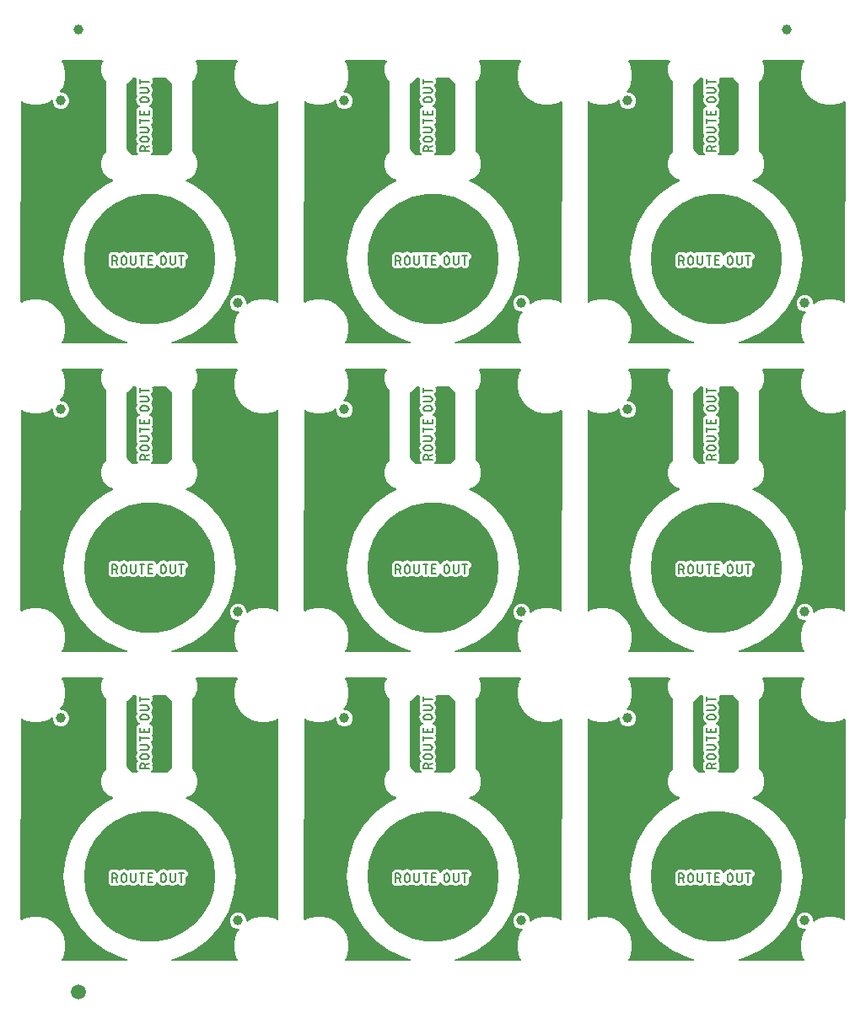
<source format=gtl>
G04 EAGLE Gerber RS-274X export*
G75*
%MOMM*%
%FSLAX34Y34*%
%LPD*%
%INTop Copper*%
%IPPOS*%
%AMOC8*
5,1,8,0,0,1.08239X$1,22.5*%
G01*
%ADD10C,0.152400*%
%ADD11C,1.000000*%
%ADD12C,1.500000*%

G36*
X796360Y320046D02*
X796360Y320046D01*
X796399Y320044D01*
X796500Y320066D01*
X796603Y320081D01*
X796638Y320097D01*
X796676Y320105D01*
X796767Y320154D01*
X796862Y320197D01*
X796892Y320222D01*
X796926Y320241D01*
X797000Y320313D01*
X797079Y320380D01*
X797101Y320413D01*
X797128Y320440D01*
X797179Y320531D01*
X797237Y320617D01*
X797248Y320654D01*
X797267Y320688D01*
X797291Y320789D01*
X797322Y320888D01*
X797323Y320927D01*
X797332Y320965D01*
X797327Y321069D01*
X797330Y321172D01*
X797320Y321210D01*
X797318Y321249D01*
X797291Y321322D01*
X797258Y321447D01*
X797220Y321511D01*
X797200Y321564D01*
X795791Y324005D01*
X793800Y331434D01*
X793800Y339126D01*
X795791Y346555D01*
X798420Y351108D01*
X798434Y351145D01*
X798456Y351177D01*
X798487Y351276D01*
X798526Y351372D01*
X798530Y351411D01*
X798542Y351448D01*
X798544Y351552D01*
X798555Y351655D01*
X798548Y351693D01*
X798549Y351732D01*
X798523Y351833D01*
X798504Y351935D01*
X798487Y351970D01*
X798477Y352007D01*
X798424Y352096D01*
X798378Y352189D01*
X798352Y352218D01*
X798332Y352252D01*
X798256Y352323D01*
X798186Y352399D01*
X798153Y352420D01*
X798125Y352446D01*
X798033Y352493D01*
X797944Y352548D01*
X797906Y352558D01*
X797872Y352576D01*
X797795Y352589D01*
X797670Y352623D01*
X797595Y352622D01*
X797540Y352631D01*
X796010Y352631D01*
X793052Y353857D01*
X790787Y356121D01*
X789562Y359079D01*
X789562Y362281D01*
X790787Y365239D01*
X793052Y367503D01*
X796010Y368729D01*
X799212Y368729D01*
X802170Y367503D01*
X804434Y365239D01*
X805660Y362281D01*
X805660Y360750D01*
X805665Y360712D01*
X805663Y360673D01*
X805685Y360571D01*
X805699Y360469D01*
X805715Y360433D01*
X805724Y360395D01*
X805773Y360304D01*
X805816Y360209D01*
X805841Y360180D01*
X805860Y360145D01*
X805932Y360072D01*
X805999Y359992D01*
X806032Y359971D01*
X806059Y359943D01*
X806150Y359892D01*
X806236Y359835D01*
X806273Y359823D01*
X806307Y359804D01*
X806408Y359780D01*
X806507Y359749D01*
X806546Y359748D01*
X806584Y359739D01*
X806688Y359744D01*
X806791Y359742D01*
X806829Y359752D01*
X806868Y359754D01*
X806941Y359781D01*
X807066Y359814D01*
X807130Y359852D01*
X807182Y359871D01*
X811736Y362500D01*
X819165Y364491D01*
X826856Y364491D01*
X834286Y362500D01*
X836695Y361109D01*
X836731Y361095D01*
X836763Y361073D01*
X836862Y361042D01*
X836959Y361003D01*
X836997Y360999D01*
X837034Y360987D01*
X837138Y360984D01*
X837241Y360974D01*
X837280Y360981D01*
X837319Y360980D01*
X837419Y361006D01*
X837521Y361024D01*
X837556Y361042D01*
X837594Y361051D01*
X837683Y361104D01*
X837776Y361151D01*
X837805Y361177D01*
X837838Y361197D01*
X837909Y361272D01*
X837986Y361342D01*
X838006Y361376D01*
X838033Y361404D01*
X838080Y361496D01*
X838134Y361585D01*
X838144Y361622D01*
X838162Y361657D01*
X838175Y361734D01*
X838209Y361859D01*
X838209Y361933D01*
X838218Y361988D01*
X838282Y562609D01*
X838277Y562647D01*
X838279Y562687D01*
X838257Y562788D01*
X838243Y562890D01*
X838227Y562926D01*
X838218Y562964D01*
X838169Y563055D01*
X838126Y563150D01*
X838101Y563180D01*
X838082Y563214D01*
X838010Y563288D01*
X837943Y563367D01*
X837910Y563388D01*
X837883Y563416D01*
X837792Y563467D01*
X837706Y563524D01*
X837669Y563536D01*
X837635Y563555D01*
X837534Y563579D01*
X837435Y563610D01*
X837396Y563611D01*
X837358Y563620D01*
X837254Y563615D01*
X837151Y563618D01*
X837113Y563608D01*
X837074Y563606D01*
X837001Y563578D01*
X836876Y563546D01*
X836812Y563508D01*
X836759Y563488D01*
X834286Y562060D01*
X826856Y560069D01*
X819165Y560069D01*
X811736Y562060D01*
X805075Y565906D01*
X799636Y571344D01*
X795791Y578005D01*
X793800Y585434D01*
X793800Y593126D01*
X795791Y600555D01*
X797200Y602996D01*
X797215Y603033D01*
X797237Y603065D01*
X797268Y603164D01*
X797307Y603260D01*
X797311Y603299D01*
X797322Y603336D01*
X797325Y603440D01*
X797336Y603543D01*
X797329Y603581D01*
X797330Y603620D01*
X797304Y603721D01*
X797285Y603823D01*
X797268Y603858D01*
X797258Y603895D01*
X797205Y603984D01*
X797159Y604077D01*
X797133Y604106D01*
X797113Y604140D01*
X797037Y604211D01*
X796967Y604287D01*
X796934Y604308D01*
X796905Y604334D01*
X796813Y604381D01*
X796725Y604436D01*
X796687Y604446D01*
X796652Y604464D01*
X796576Y604477D01*
X796451Y604511D01*
X796376Y604510D01*
X796321Y604519D01*
X756169Y604519D01*
X756055Y604503D01*
X755941Y604493D01*
X755915Y604483D01*
X755888Y604479D01*
X755783Y604432D01*
X755676Y604391D01*
X755654Y604375D01*
X755628Y604363D01*
X755541Y604289D01*
X755449Y604220D01*
X755433Y604197D01*
X755411Y604180D01*
X755348Y604084D01*
X755279Y603992D01*
X755269Y603966D01*
X755254Y603943D01*
X755219Y603833D01*
X755179Y603726D01*
X755176Y603698D01*
X755168Y603672D01*
X755165Y603557D01*
X755156Y603443D01*
X755161Y603418D01*
X755161Y603388D01*
X755228Y603131D01*
X755231Y603115D01*
X756972Y598914D01*
X756972Y592346D01*
X754458Y586277D01*
X752189Y584008D01*
X752136Y583939D01*
X752076Y583875D01*
X752051Y583825D01*
X752018Y583781D01*
X751987Y583699D01*
X751947Y583622D01*
X751939Y583574D01*
X751917Y583516D01*
X751905Y583368D01*
X751892Y583290D01*
X751892Y512720D01*
X751904Y512633D01*
X751907Y512545D01*
X751924Y512493D01*
X751931Y512438D01*
X751967Y512358D01*
X751994Y512275D01*
X752022Y512236D01*
X752048Y512179D01*
X752144Y512065D01*
X752189Y512002D01*
X754458Y509733D01*
X756972Y503664D01*
X756972Y497096D01*
X754458Y491027D01*
X749813Y486383D01*
X745708Y484682D01*
X745694Y484674D01*
X745678Y484670D01*
X745571Y484602D01*
X745463Y484538D01*
X745452Y484526D01*
X745438Y484518D01*
X745354Y484423D01*
X745268Y484331D01*
X745260Y484317D01*
X745250Y484305D01*
X745195Y484191D01*
X745137Y484078D01*
X745134Y484063D01*
X745127Y484048D01*
X745107Y483924D01*
X745082Y483799D01*
X745084Y483783D01*
X745081Y483768D01*
X745096Y483642D01*
X745107Y483516D01*
X745113Y483501D01*
X745114Y483485D01*
X745163Y483369D01*
X745209Y483251D01*
X745218Y483238D01*
X745225Y483223D01*
X745304Y483125D01*
X745380Y483024D01*
X745393Y483015D01*
X745403Y483002D01*
X745461Y482964D01*
X745608Y482854D01*
X745652Y482837D01*
X745683Y482817D01*
X751952Y480026D01*
X766579Y469399D01*
X778676Y455963D01*
X787716Y440306D01*
X793303Y423111D01*
X795193Y405130D01*
X793303Y387149D01*
X787716Y369954D01*
X778676Y354297D01*
X766579Y340861D01*
X751952Y330234D01*
X735435Y322881D01*
X731523Y322049D01*
X731489Y322037D01*
X731453Y322031D01*
X731356Y321988D01*
X731256Y321952D01*
X731227Y321930D01*
X731193Y321915D01*
X731112Y321847D01*
X731026Y321784D01*
X731004Y321755D01*
X730976Y321731D01*
X730917Y321643D01*
X730852Y321559D01*
X730839Y321525D01*
X730819Y321495D01*
X730786Y321393D01*
X730747Y321295D01*
X730744Y321259D01*
X730733Y321224D01*
X730730Y321117D01*
X730720Y321012D01*
X730727Y320976D01*
X730726Y320940D01*
X730752Y320837D01*
X730772Y320732D01*
X730788Y320700D01*
X730797Y320665D01*
X730852Y320573D01*
X730899Y320478D01*
X730924Y320452D01*
X730943Y320420D01*
X731020Y320347D01*
X731092Y320270D01*
X731123Y320251D01*
X731150Y320226D01*
X731244Y320177D01*
X731335Y320122D01*
X731371Y320113D01*
X731403Y320096D01*
X731480Y320083D01*
X731610Y320048D01*
X731672Y320051D01*
X731734Y320041D01*
X796321Y320041D01*
X796360Y320046D01*
G37*
G36*
X227349Y629926D02*
X227349Y629926D01*
X227388Y629924D01*
X227489Y629946D01*
X227592Y629961D01*
X227627Y629977D01*
X227666Y629985D01*
X227757Y630034D01*
X227851Y630077D01*
X227881Y630102D01*
X227915Y630121D01*
X227989Y630193D01*
X228068Y630260D01*
X228090Y630293D01*
X228118Y630320D01*
X228168Y630411D01*
X228226Y630497D01*
X228238Y630534D01*
X228257Y630568D01*
X228280Y630669D01*
X228312Y630768D01*
X228313Y630807D01*
X228321Y630845D01*
X228316Y630949D01*
X228319Y631052D01*
X228309Y631090D01*
X228307Y631129D01*
X228280Y631202D01*
X228247Y631327D01*
X228209Y631391D01*
X228190Y631444D01*
X226780Y633885D01*
X224789Y641314D01*
X224789Y649006D01*
X226780Y656435D01*
X229409Y660988D01*
X229423Y661025D01*
X229445Y661057D01*
X229476Y661156D01*
X229515Y661252D01*
X229519Y661291D01*
X229531Y661328D01*
X229534Y661432D01*
X229544Y661535D01*
X229537Y661573D01*
X229538Y661612D01*
X229512Y661713D01*
X229494Y661815D01*
X229476Y661850D01*
X229466Y661887D01*
X229414Y661976D01*
X229368Y662069D01*
X229341Y662098D01*
X229321Y662132D01*
X229246Y662203D01*
X229176Y662279D01*
X229142Y662300D01*
X229114Y662326D01*
X229022Y662373D01*
X228933Y662428D01*
X228895Y662438D01*
X228861Y662456D01*
X228784Y662469D01*
X228659Y662503D01*
X228585Y662502D01*
X228530Y662511D01*
X226999Y662511D01*
X224041Y663737D01*
X221777Y666001D01*
X220551Y668959D01*
X220551Y672161D01*
X221777Y675119D01*
X224041Y677383D01*
X226999Y678609D01*
X230201Y678609D01*
X233159Y677383D01*
X235423Y675119D01*
X236649Y672161D01*
X236649Y670630D01*
X236654Y670592D01*
X236652Y670553D01*
X236674Y670451D01*
X236689Y670349D01*
X236705Y670313D01*
X236713Y670275D01*
X236762Y670184D01*
X236805Y670089D01*
X236830Y670060D01*
X236849Y670025D01*
X236921Y669952D01*
X236988Y669872D01*
X237021Y669851D01*
X237048Y669823D01*
X237139Y669772D01*
X237225Y669715D01*
X237262Y669703D01*
X237296Y669684D01*
X237397Y669660D01*
X237496Y669629D01*
X237535Y669628D01*
X237573Y669619D01*
X237677Y669624D01*
X237780Y669622D01*
X237818Y669632D01*
X237857Y669634D01*
X237930Y669661D01*
X238055Y669694D01*
X238119Y669732D01*
X238172Y669751D01*
X242725Y672380D01*
X250154Y674371D01*
X257846Y674371D01*
X265275Y672380D01*
X267684Y670989D01*
X267720Y670975D01*
X267753Y670953D01*
X267851Y670922D01*
X267948Y670883D01*
X267986Y670879D01*
X268024Y670867D01*
X268127Y670864D01*
X268231Y670854D01*
X268269Y670861D01*
X268308Y670860D01*
X268408Y670886D01*
X268510Y670904D01*
X268545Y670922D01*
X268583Y670931D01*
X268672Y670984D01*
X268765Y671031D01*
X268794Y671057D01*
X268827Y671077D01*
X268898Y671152D01*
X268975Y671222D01*
X268995Y671256D01*
X269022Y671284D01*
X269069Y671376D01*
X269123Y671465D01*
X269134Y671502D01*
X269151Y671537D01*
X269164Y671614D01*
X269199Y671739D01*
X269198Y671813D01*
X269207Y671868D01*
X269272Y872489D01*
X269266Y872527D01*
X269269Y872567D01*
X269246Y872668D01*
X269232Y872770D01*
X269216Y872806D01*
X269207Y872844D01*
X269158Y872935D01*
X269116Y873030D01*
X269090Y873060D01*
X269072Y873094D01*
X268999Y873168D01*
X268932Y873247D01*
X268899Y873268D01*
X268872Y873296D01*
X268781Y873347D01*
X268695Y873404D01*
X268658Y873416D01*
X268624Y873435D01*
X268523Y873459D01*
X268424Y873490D01*
X268385Y873491D01*
X268347Y873500D01*
X268244Y873495D01*
X268140Y873498D01*
X268102Y873488D01*
X268063Y873486D01*
X267990Y873458D01*
X267865Y873426D01*
X267801Y873388D01*
X267749Y873368D01*
X265275Y871940D01*
X257846Y869949D01*
X250154Y869949D01*
X242725Y871940D01*
X236064Y875786D01*
X230626Y881224D01*
X226780Y887885D01*
X224789Y895314D01*
X224789Y903006D01*
X226780Y910435D01*
X228190Y912876D01*
X228204Y912913D01*
X228226Y912945D01*
X228257Y913044D01*
X228296Y913140D01*
X228300Y913179D01*
X228312Y913216D01*
X228314Y913320D01*
X228325Y913423D01*
X228318Y913461D01*
X228319Y913500D01*
X228293Y913601D01*
X228274Y913703D01*
X228257Y913738D01*
X228247Y913775D01*
X228194Y913864D01*
X228148Y913957D01*
X228122Y913986D01*
X228102Y914020D01*
X228026Y914091D01*
X227956Y914167D01*
X227923Y914188D01*
X227894Y914214D01*
X227802Y914261D01*
X227714Y914316D01*
X227676Y914326D01*
X227641Y914344D01*
X227565Y914357D01*
X227440Y914391D01*
X227365Y914390D01*
X227310Y914399D01*
X187158Y914399D01*
X187045Y914383D01*
X186930Y914373D01*
X186904Y914363D01*
X186877Y914359D01*
X186772Y914312D01*
X186665Y914271D01*
X186643Y914255D01*
X186618Y914243D01*
X186530Y914169D01*
X186438Y914100D01*
X186422Y914077D01*
X186401Y914060D01*
X186337Y913964D01*
X186268Y913872D01*
X186258Y913846D01*
X186243Y913823D01*
X186208Y913713D01*
X186168Y913606D01*
X186166Y913578D01*
X186157Y913552D01*
X186154Y913437D01*
X186145Y913323D01*
X186151Y913298D01*
X186150Y913268D01*
X186217Y913011D01*
X186220Y912995D01*
X187961Y908794D01*
X187961Y902226D01*
X185447Y896157D01*
X183178Y893888D01*
X183126Y893819D01*
X183066Y893755D01*
X183040Y893705D01*
X183007Y893661D01*
X182976Y893579D01*
X182936Y893502D01*
X182928Y893454D01*
X182906Y893396D01*
X182894Y893248D01*
X182881Y893171D01*
X182881Y822600D01*
X182893Y822513D01*
X182896Y822425D01*
X182913Y822373D01*
X182921Y822318D01*
X182956Y822238D01*
X182983Y822155D01*
X183011Y822116D01*
X183037Y822059D01*
X183133Y821945D01*
X183178Y821882D01*
X185447Y819613D01*
X187961Y813544D01*
X187961Y806976D01*
X185447Y800907D01*
X180803Y796263D01*
X176697Y794562D01*
X176683Y794554D01*
X176668Y794550D01*
X176561Y794482D01*
X176452Y794418D01*
X176441Y794406D01*
X176427Y794398D01*
X176344Y794303D01*
X176257Y794211D01*
X176249Y794197D01*
X176239Y794185D01*
X176184Y794071D01*
X176127Y793958D01*
X176123Y793943D01*
X176117Y793928D01*
X176096Y793804D01*
X176072Y793679D01*
X176073Y793663D01*
X176070Y793648D01*
X176085Y793522D01*
X176096Y793396D01*
X176102Y793381D01*
X176104Y793365D01*
X176153Y793249D01*
X176198Y793131D01*
X176208Y793118D01*
X176214Y793103D01*
X176293Y793005D01*
X176370Y792904D01*
X176382Y792895D01*
X176392Y792882D01*
X176450Y792844D01*
X176597Y792734D01*
X176641Y792717D01*
X176672Y792697D01*
X182941Y789906D01*
X197568Y779279D01*
X209665Y765843D01*
X218705Y750186D01*
X224292Y732991D01*
X226182Y715010D01*
X224292Y697029D01*
X218705Y679834D01*
X209665Y664177D01*
X197568Y650741D01*
X182941Y640114D01*
X166425Y632761D01*
X162512Y631929D01*
X162478Y631917D01*
X162442Y631911D01*
X162345Y631868D01*
X162245Y631832D01*
X162216Y631810D01*
X162182Y631795D01*
X162102Y631727D01*
X162016Y631664D01*
X161993Y631635D01*
X161965Y631611D01*
X161907Y631523D01*
X161842Y631439D01*
X161828Y631405D01*
X161808Y631375D01*
X161776Y631273D01*
X161737Y631175D01*
X161733Y631139D01*
X161722Y631104D01*
X161719Y630997D01*
X161709Y630892D01*
X161716Y630856D01*
X161715Y630820D01*
X161742Y630717D01*
X161761Y630612D01*
X161777Y630580D01*
X161787Y630545D01*
X161841Y630453D01*
X161888Y630358D01*
X161913Y630332D01*
X161932Y630300D01*
X162009Y630227D01*
X162081Y630150D01*
X162113Y630131D01*
X162139Y630106D01*
X162234Y630057D01*
X162325Y630002D01*
X162360Y629993D01*
X162392Y629976D01*
X162469Y629963D01*
X162599Y629928D01*
X162662Y629931D01*
X162723Y629921D01*
X227310Y629921D01*
X227349Y629926D01*
G37*
G36*
X511854Y10166D02*
X511854Y10166D01*
X511893Y10164D01*
X511995Y10186D01*
X512097Y10201D01*
X512133Y10217D01*
X512171Y10225D01*
X512262Y10274D01*
X512357Y10317D01*
X512386Y10342D01*
X512421Y10361D01*
X512494Y10433D01*
X512574Y10500D01*
X512595Y10533D01*
X512623Y10560D01*
X512674Y10651D01*
X512731Y10737D01*
X512743Y10774D01*
X512762Y10808D01*
X512786Y10909D01*
X512817Y11008D01*
X512818Y11047D01*
X512827Y11085D01*
X512822Y11189D01*
X512824Y11292D01*
X512814Y11330D01*
X512812Y11369D01*
X512785Y11442D01*
X512752Y11567D01*
X512714Y11631D01*
X512695Y11684D01*
X511285Y14125D01*
X509295Y21554D01*
X509295Y29246D01*
X511285Y36675D01*
X513914Y41228D01*
X513929Y41265D01*
X513951Y41297D01*
X513982Y41396D01*
X514021Y41492D01*
X514025Y41531D01*
X514036Y41568D01*
X514039Y41672D01*
X514050Y41775D01*
X514043Y41813D01*
X514044Y41852D01*
X514017Y41953D01*
X513999Y42055D01*
X513982Y42090D01*
X513972Y42127D01*
X513919Y42216D01*
X513873Y42309D01*
X513847Y42338D01*
X513827Y42372D01*
X513751Y42443D01*
X513681Y42519D01*
X513648Y42540D01*
X513619Y42566D01*
X513527Y42613D01*
X513439Y42668D01*
X513401Y42678D01*
X513366Y42696D01*
X513290Y42709D01*
X513164Y42743D01*
X513090Y42742D01*
X513035Y42751D01*
X511504Y42751D01*
X508546Y43977D01*
X506282Y46241D01*
X505057Y49199D01*
X505057Y52401D01*
X506282Y55359D01*
X508546Y57623D01*
X511504Y58849D01*
X514706Y58849D01*
X517665Y57623D01*
X519929Y55359D01*
X521154Y52401D01*
X521154Y50870D01*
X521160Y50832D01*
X521157Y50793D01*
X521179Y50691D01*
X521194Y50589D01*
X521210Y50553D01*
X521218Y50515D01*
X521268Y50424D01*
X521310Y50329D01*
X521336Y50300D01*
X521354Y50265D01*
X521427Y50192D01*
X521494Y50112D01*
X521526Y50091D01*
X521554Y50063D01*
X521644Y50012D01*
X521731Y49955D01*
X521768Y49943D01*
X521802Y49924D01*
X521903Y49900D01*
X522002Y49869D01*
X522041Y49868D01*
X522079Y49859D01*
X522182Y49864D01*
X522286Y49862D01*
X522323Y49872D01*
X522363Y49874D01*
X522435Y49901D01*
X522561Y49934D01*
X522625Y49972D01*
X522677Y49991D01*
X527230Y52620D01*
X534660Y54611D01*
X542351Y54611D01*
X549780Y52620D01*
X552189Y51229D01*
X552226Y51215D01*
X552258Y51193D01*
X552357Y51162D01*
X552453Y51123D01*
X552492Y51119D01*
X552529Y51107D01*
X552633Y51104D01*
X552736Y51094D01*
X552774Y51101D01*
X552813Y51100D01*
X552913Y51126D01*
X553016Y51144D01*
X553051Y51162D01*
X553088Y51171D01*
X553177Y51224D01*
X553270Y51271D01*
X553299Y51297D01*
X553333Y51317D01*
X553404Y51392D01*
X553480Y51462D01*
X553501Y51496D01*
X553527Y51524D01*
X553574Y51616D01*
X553629Y51705D01*
X553639Y51742D01*
X553657Y51777D01*
X553670Y51854D01*
X553704Y51979D01*
X553703Y52053D01*
X553712Y52108D01*
X553777Y252729D01*
X553771Y252767D01*
X553774Y252807D01*
X553752Y252908D01*
X553737Y253010D01*
X553721Y253046D01*
X553713Y253084D01*
X553663Y253175D01*
X553621Y253270D01*
X553596Y253300D01*
X553577Y253334D01*
X553504Y253408D01*
X553437Y253487D01*
X553405Y253508D01*
X553377Y253536D01*
X553287Y253587D01*
X553201Y253644D01*
X553163Y253656D01*
X553129Y253675D01*
X553028Y253699D01*
X552930Y253730D01*
X552891Y253731D01*
X552852Y253740D01*
X552749Y253735D01*
X552646Y253738D01*
X552608Y253728D01*
X552569Y253726D01*
X552496Y253698D01*
X552371Y253666D01*
X552306Y253628D01*
X552254Y253608D01*
X549780Y252180D01*
X542351Y250189D01*
X534660Y250189D01*
X527230Y252180D01*
X520570Y256026D01*
X515131Y261464D01*
X511285Y268125D01*
X509295Y275554D01*
X509295Y283246D01*
X511285Y290675D01*
X512695Y293116D01*
X512709Y293153D01*
X512731Y293185D01*
X512763Y293284D01*
X512801Y293380D01*
X512805Y293419D01*
X512817Y293456D01*
X512820Y293560D01*
X512830Y293663D01*
X512823Y293701D01*
X512824Y293740D01*
X512798Y293841D01*
X512780Y293943D01*
X512762Y293978D01*
X512752Y294015D01*
X512700Y294104D01*
X512654Y294197D01*
X512627Y294226D01*
X512607Y294260D01*
X512532Y294331D01*
X512462Y294407D01*
X512428Y294428D01*
X512400Y294454D01*
X512308Y294501D01*
X512219Y294556D01*
X512181Y294566D01*
X512147Y294584D01*
X512070Y294597D01*
X511945Y294631D01*
X511871Y294630D01*
X511816Y294639D01*
X471664Y294639D01*
X471550Y294623D01*
X471436Y294613D01*
X471410Y294603D01*
X471382Y294599D01*
X471277Y294552D01*
X471170Y294511D01*
X471148Y294495D01*
X471123Y294483D01*
X471035Y294409D01*
X470944Y294340D01*
X470927Y294317D01*
X470906Y294300D01*
X470842Y294204D01*
X470774Y294112D01*
X470764Y294086D01*
X470748Y294063D01*
X470714Y293953D01*
X470673Y293846D01*
X470671Y293818D01*
X470663Y293792D01*
X470660Y293677D01*
X470650Y293563D01*
X470656Y293538D01*
X470655Y293508D01*
X470722Y293251D01*
X470726Y293235D01*
X472466Y289034D01*
X472466Y282466D01*
X469953Y276397D01*
X467684Y274128D01*
X467631Y274059D01*
X467571Y273995D01*
X467546Y273945D01*
X467513Y273901D01*
X467481Y273819D01*
X467442Y273742D01*
X467434Y273694D01*
X467411Y273636D01*
X467399Y273488D01*
X467386Y273410D01*
X467386Y202840D01*
X467398Y202753D01*
X467401Y202665D01*
X467418Y202613D01*
X467426Y202558D01*
X467462Y202478D01*
X467489Y202395D01*
X467517Y202356D01*
X467542Y202299D01*
X467638Y202185D01*
X467684Y202122D01*
X469953Y199853D01*
X472466Y193784D01*
X472466Y187216D01*
X469953Y181147D01*
X465308Y176503D01*
X461202Y174802D01*
X461188Y174794D01*
X461173Y174790D01*
X461066Y174722D01*
X460957Y174658D01*
X460946Y174646D01*
X460933Y174638D01*
X460849Y174543D01*
X460762Y174451D01*
X460755Y174437D01*
X460744Y174425D01*
X460690Y174311D01*
X460632Y174198D01*
X460629Y174183D01*
X460622Y174168D01*
X460601Y174044D01*
X460577Y173919D01*
X460578Y173903D01*
X460576Y173888D01*
X460591Y173762D01*
X460601Y173636D01*
X460607Y173621D01*
X460609Y173605D01*
X460658Y173489D01*
X460703Y173371D01*
X460713Y173358D01*
X460719Y173343D01*
X460799Y173245D01*
X460875Y173144D01*
X460888Y173135D01*
X460898Y173122D01*
X460956Y173084D01*
X461103Y172974D01*
X461147Y172957D01*
X461178Y172937D01*
X467447Y170146D01*
X482073Y159519D01*
X494171Y146083D01*
X503211Y130426D01*
X508798Y113231D01*
X510688Y95250D01*
X508798Y77269D01*
X503211Y60074D01*
X494171Y44417D01*
X482073Y30981D01*
X467447Y20354D01*
X450930Y13001D01*
X447018Y12169D01*
X446983Y12157D01*
X446947Y12151D01*
X446850Y12108D01*
X446751Y12072D01*
X446721Y12050D01*
X446688Y12035D01*
X446607Y11967D01*
X446521Y11904D01*
X446499Y11875D01*
X446471Y11851D01*
X446412Y11763D01*
X446347Y11679D01*
X446334Y11645D01*
X446313Y11615D01*
X446281Y11513D01*
X446242Y11415D01*
X446239Y11379D01*
X446228Y11344D01*
X446225Y11237D01*
X446215Y11132D01*
X446221Y11096D01*
X446220Y11060D01*
X446247Y10957D01*
X446266Y10852D01*
X446283Y10820D01*
X446292Y10785D01*
X446346Y10693D01*
X446394Y10598D01*
X446419Y10572D01*
X446437Y10540D01*
X446515Y10467D01*
X446587Y10390D01*
X446618Y10371D01*
X446645Y10346D01*
X446739Y10297D01*
X446830Y10242D01*
X446865Y10233D01*
X446898Y10216D01*
X446975Y10203D01*
X447104Y10168D01*
X447167Y10171D01*
X447229Y10161D01*
X511816Y10161D01*
X511854Y10166D01*
G37*
G36*
X511854Y320046D02*
X511854Y320046D01*
X511893Y320044D01*
X511995Y320066D01*
X512097Y320081D01*
X512133Y320097D01*
X512171Y320105D01*
X512262Y320154D01*
X512357Y320197D01*
X512386Y320222D01*
X512421Y320241D01*
X512494Y320313D01*
X512574Y320380D01*
X512595Y320413D01*
X512623Y320440D01*
X512674Y320531D01*
X512731Y320617D01*
X512743Y320654D01*
X512762Y320688D01*
X512786Y320789D01*
X512817Y320888D01*
X512818Y320927D01*
X512827Y320965D01*
X512822Y321069D01*
X512824Y321172D01*
X512814Y321210D01*
X512812Y321249D01*
X512785Y321322D01*
X512752Y321447D01*
X512714Y321511D01*
X512695Y321564D01*
X511285Y324005D01*
X509295Y331434D01*
X509295Y339126D01*
X511285Y346555D01*
X513914Y351108D01*
X513929Y351145D01*
X513951Y351177D01*
X513982Y351276D01*
X514021Y351372D01*
X514025Y351411D01*
X514036Y351448D01*
X514039Y351552D01*
X514050Y351655D01*
X514043Y351693D01*
X514044Y351732D01*
X514017Y351833D01*
X513999Y351935D01*
X513982Y351970D01*
X513972Y352007D01*
X513919Y352096D01*
X513873Y352189D01*
X513847Y352218D01*
X513827Y352252D01*
X513751Y352323D01*
X513681Y352399D01*
X513648Y352420D01*
X513619Y352446D01*
X513527Y352493D01*
X513439Y352548D01*
X513401Y352558D01*
X513366Y352576D01*
X513290Y352589D01*
X513164Y352623D01*
X513090Y352622D01*
X513035Y352631D01*
X511504Y352631D01*
X508546Y353857D01*
X506282Y356121D01*
X505057Y359079D01*
X505057Y362281D01*
X506282Y365239D01*
X508546Y367503D01*
X511504Y368729D01*
X514706Y368729D01*
X517665Y367503D01*
X519929Y365239D01*
X521154Y362281D01*
X521154Y360750D01*
X521160Y360712D01*
X521157Y360673D01*
X521179Y360571D01*
X521194Y360469D01*
X521210Y360433D01*
X521218Y360395D01*
X521268Y360304D01*
X521310Y360209D01*
X521336Y360180D01*
X521354Y360145D01*
X521427Y360072D01*
X521494Y359992D01*
X521526Y359971D01*
X521554Y359943D01*
X521644Y359892D01*
X521731Y359835D01*
X521768Y359823D01*
X521802Y359804D01*
X521903Y359780D01*
X522002Y359749D01*
X522041Y359748D01*
X522079Y359739D01*
X522182Y359744D01*
X522286Y359742D01*
X522323Y359752D01*
X522363Y359754D01*
X522435Y359781D01*
X522561Y359814D01*
X522625Y359852D01*
X522677Y359871D01*
X527230Y362500D01*
X534660Y364491D01*
X542351Y364491D01*
X549780Y362500D01*
X552189Y361109D01*
X552226Y361095D01*
X552258Y361073D01*
X552357Y361042D01*
X552453Y361003D01*
X552492Y360999D01*
X552529Y360987D01*
X552633Y360984D01*
X552736Y360974D01*
X552774Y360981D01*
X552813Y360980D01*
X552913Y361006D01*
X553016Y361024D01*
X553051Y361042D01*
X553088Y361051D01*
X553177Y361104D01*
X553270Y361151D01*
X553299Y361177D01*
X553333Y361197D01*
X553404Y361272D01*
X553480Y361342D01*
X553501Y361376D01*
X553527Y361404D01*
X553574Y361496D01*
X553629Y361585D01*
X553639Y361622D01*
X553657Y361657D01*
X553670Y361734D01*
X553704Y361859D01*
X553703Y361933D01*
X553712Y361988D01*
X553777Y562609D01*
X553771Y562647D01*
X553774Y562687D01*
X553752Y562788D01*
X553737Y562890D01*
X553721Y562926D01*
X553713Y562964D01*
X553663Y563055D01*
X553621Y563150D01*
X553596Y563180D01*
X553577Y563214D01*
X553504Y563288D01*
X553437Y563367D01*
X553405Y563388D01*
X553377Y563416D01*
X553287Y563467D01*
X553201Y563524D01*
X553163Y563536D01*
X553129Y563555D01*
X553028Y563579D01*
X552930Y563610D01*
X552891Y563611D01*
X552852Y563620D01*
X552749Y563615D01*
X552646Y563618D01*
X552608Y563608D01*
X552569Y563606D01*
X552496Y563578D01*
X552371Y563546D01*
X552306Y563508D01*
X552254Y563488D01*
X549780Y562060D01*
X542351Y560069D01*
X534660Y560069D01*
X527230Y562060D01*
X520570Y565906D01*
X515131Y571344D01*
X511285Y578005D01*
X509295Y585434D01*
X509295Y593126D01*
X511285Y600555D01*
X512695Y602996D01*
X512709Y603033D01*
X512731Y603065D01*
X512763Y603164D01*
X512801Y603260D01*
X512805Y603299D01*
X512817Y603336D01*
X512820Y603440D01*
X512830Y603543D01*
X512823Y603581D01*
X512824Y603620D01*
X512798Y603721D01*
X512780Y603823D01*
X512762Y603858D01*
X512752Y603895D01*
X512700Y603984D01*
X512654Y604077D01*
X512627Y604106D01*
X512607Y604140D01*
X512532Y604211D01*
X512462Y604287D01*
X512428Y604308D01*
X512400Y604334D01*
X512308Y604381D01*
X512219Y604436D01*
X512181Y604446D01*
X512147Y604464D01*
X512070Y604477D01*
X511945Y604511D01*
X511871Y604510D01*
X511816Y604519D01*
X471664Y604519D01*
X471550Y604503D01*
X471436Y604493D01*
X471410Y604483D01*
X471382Y604479D01*
X471277Y604432D01*
X471170Y604391D01*
X471148Y604375D01*
X471123Y604363D01*
X471035Y604289D01*
X470944Y604220D01*
X470927Y604197D01*
X470906Y604180D01*
X470842Y604084D01*
X470774Y603992D01*
X470764Y603966D01*
X470748Y603943D01*
X470714Y603833D01*
X470673Y603726D01*
X470671Y603698D01*
X470663Y603672D01*
X470660Y603557D01*
X470650Y603443D01*
X470656Y603418D01*
X470655Y603388D01*
X470722Y603131D01*
X470726Y603115D01*
X472466Y598914D01*
X472466Y592346D01*
X469953Y586277D01*
X467684Y584008D01*
X467631Y583939D01*
X467571Y583875D01*
X467546Y583825D01*
X467513Y583781D01*
X467481Y583699D01*
X467442Y583622D01*
X467434Y583574D01*
X467411Y583516D01*
X467399Y583368D01*
X467386Y583290D01*
X467386Y512720D01*
X467398Y512633D01*
X467401Y512545D01*
X467418Y512493D01*
X467426Y512438D01*
X467462Y512358D01*
X467489Y512275D01*
X467517Y512236D01*
X467542Y512179D01*
X467638Y512065D01*
X467684Y512002D01*
X469953Y509733D01*
X472466Y503664D01*
X472466Y497096D01*
X469953Y491027D01*
X465308Y486383D01*
X461202Y484682D01*
X461188Y484674D01*
X461173Y484670D01*
X461066Y484602D01*
X460957Y484538D01*
X460946Y484526D01*
X460933Y484518D01*
X460849Y484423D01*
X460762Y484331D01*
X460755Y484317D01*
X460744Y484305D01*
X460690Y484191D01*
X460632Y484078D01*
X460629Y484063D01*
X460622Y484048D01*
X460601Y483924D01*
X460577Y483799D01*
X460578Y483783D01*
X460576Y483768D01*
X460591Y483642D01*
X460601Y483516D01*
X460607Y483501D01*
X460609Y483485D01*
X460658Y483369D01*
X460703Y483251D01*
X460713Y483238D01*
X460719Y483223D01*
X460799Y483125D01*
X460875Y483024D01*
X460888Y483015D01*
X460898Y483002D01*
X460956Y482964D01*
X461103Y482854D01*
X461147Y482837D01*
X461178Y482817D01*
X467447Y480026D01*
X482073Y469399D01*
X494171Y455963D01*
X503211Y440306D01*
X508798Y423111D01*
X510688Y405130D01*
X508798Y387149D01*
X503211Y369954D01*
X494171Y354297D01*
X482073Y340861D01*
X467447Y330234D01*
X450930Y322881D01*
X447018Y322049D01*
X446983Y322037D01*
X446947Y322031D01*
X446850Y321988D01*
X446751Y321952D01*
X446721Y321930D01*
X446688Y321915D01*
X446607Y321847D01*
X446521Y321784D01*
X446499Y321755D01*
X446471Y321731D01*
X446412Y321643D01*
X446347Y321559D01*
X446334Y321525D01*
X446313Y321495D01*
X446281Y321393D01*
X446242Y321295D01*
X446239Y321259D01*
X446228Y321224D01*
X446225Y321117D01*
X446215Y321012D01*
X446221Y320976D01*
X446220Y320940D01*
X446247Y320837D01*
X446266Y320732D01*
X446283Y320700D01*
X446292Y320665D01*
X446346Y320573D01*
X446394Y320478D01*
X446419Y320452D01*
X446437Y320420D01*
X446515Y320347D01*
X446587Y320270D01*
X446618Y320251D01*
X446645Y320226D01*
X446739Y320177D01*
X446830Y320122D01*
X446865Y320113D01*
X446898Y320096D01*
X446975Y320083D01*
X447104Y320048D01*
X447167Y320051D01*
X447229Y320041D01*
X511816Y320041D01*
X511854Y320046D01*
G37*
G36*
X796360Y629926D02*
X796360Y629926D01*
X796399Y629924D01*
X796500Y629946D01*
X796603Y629961D01*
X796638Y629977D01*
X796676Y629985D01*
X796767Y630034D01*
X796862Y630077D01*
X796892Y630102D01*
X796926Y630121D01*
X797000Y630193D01*
X797079Y630260D01*
X797101Y630293D01*
X797128Y630320D01*
X797179Y630411D01*
X797237Y630497D01*
X797248Y630534D01*
X797267Y630568D01*
X797291Y630669D01*
X797322Y630768D01*
X797323Y630807D01*
X797332Y630845D01*
X797327Y630949D01*
X797330Y631052D01*
X797320Y631090D01*
X797318Y631129D01*
X797291Y631202D01*
X797258Y631327D01*
X797220Y631391D01*
X797200Y631444D01*
X795791Y633885D01*
X793800Y641314D01*
X793800Y649006D01*
X795791Y656435D01*
X798420Y660988D01*
X798434Y661025D01*
X798456Y661057D01*
X798487Y661156D01*
X798526Y661252D01*
X798530Y661291D01*
X798542Y661328D01*
X798544Y661432D01*
X798555Y661535D01*
X798548Y661573D01*
X798549Y661612D01*
X798523Y661713D01*
X798504Y661815D01*
X798487Y661850D01*
X798477Y661887D01*
X798424Y661976D01*
X798378Y662069D01*
X798352Y662098D01*
X798332Y662132D01*
X798256Y662203D01*
X798186Y662279D01*
X798153Y662300D01*
X798125Y662326D01*
X798033Y662373D01*
X797944Y662428D01*
X797906Y662438D01*
X797872Y662456D01*
X797795Y662469D01*
X797670Y662503D01*
X797595Y662502D01*
X797540Y662511D01*
X796010Y662511D01*
X793052Y663737D01*
X790787Y666001D01*
X789562Y668959D01*
X789562Y672161D01*
X790787Y675119D01*
X793052Y677383D01*
X796010Y678609D01*
X799212Y678609D01*
X802170Y677383D01*
X804434Y675119D01*
X805660Y672161D01*
X805660Y670630D01*
X805665Y670592D01*
X805663Y670553D01*
X805685Y670451D01*
X805699Y670349D01*
X805715Y670313D01*
X805724Y670275D01*
X805773Y670184D01*
X805816Y670089D01*
X805841Y670060D01*
X805860Y670025D01*
X805932Y669952D01*
X805999Y669872D01*
X806032Y669851D01*
X806059Y669823D01*
X806150Y669772D01*
X806236Y669715D01*
X806273Y669703D01*
X806307Y669684D01*
X806408Y669660D01*
X806507Y669629D01*
X806546Y669628D01*
X806584Y669619D01*
X806688Y669624D01*
X806791Y669622D01*
X806829Y669632D01*
X806868Y669634D01*
X806941Y669661D01*
X807066Y669694D01*
X807130Y669732D01*
X807182Y669751D01*
X811736Y672380D01*
X819165Y674371D01*
X826856Y674371D01*
X834286Y672380D01*
X836695Y670989D01*
X836731Y670975D01*
X836763Y670953D01*
X836862Y670922D01*
X836959Y670883D01*
X836997Y670879D01*
X837034Y670867D01*
X837138Y670864D01*
X837241Y670854D01*
X837280Y670861D01*
X837319Y670860D01*
X837419Y670886D01*
X837521Y670904D01*
X837556Y670922D01*
X837594Y670931D01*
X837683Y670984D01*
X837776Y671031D01*
X837805Y671057D01*
X837838Y671077D01*
X837909Y671152D01*
X837986Y671222D01*
X838006Y671256D01*
X838033Y671284D01*
X838080Y671376D01*
X838134Y671465D01*
X838144Y671502D01*
X838162Y671537D01*
X838175Y671614D01*
X838209Y671739D01*
X838209Y671813D01*
X838218Y671868D01*
X838282Y872489D01*
X838277Y872527D01*
X838279Y872567D01*
X838257Y872668D01*
X838243Y872770D01*
X838227Y872806D01*
X838218Y872844D01*
X838169Y872935D01*
X838126Y873030D01*
X838101Y873060D01*
X838082Y873094D01*
X838010Y873168D01*
X837943Y873247D01*
X837910Y873268D01*
X837883Y873296D01*
X837792Y873347D01*
X837706Y873404D01*
X837669Y873416D01*
X837635Y873435D01*
X837534Y873459D01*
X837435Y873490D01*
X837396Y873491D01*
X837358Y873500D01*
X837254Y873495D01*
X837151Y873498D01*
X837113Y873488D01*
X837074Y873486D01*
X837001Y873458D01*
X836876Y873426D01*
X836812Y873388D01*
X836759Y873368D01*
X834286Y871940D01*
X826856Y869949D01*
X819165Y869949D01*
X811736Y871940D01*
X805075Y875786D01*
X799636Y881224D01*
X795791Y887885D01*
X793800Y895314D01*
X793800Y903006D01*
X795791Y910435D01*
X797200Y912876D01*
X797215Y912913D01*
X797237Y912945D01*
X797268Y913044D01*
X797307Y913140D01*
X797311Y913179D01*
X797322Y913216D01*
X797325Y913320D01*
X797336Y913423D01*
X797329Y913461D01*
X797330Y913500D01*
X797304Y913601D01*
X797285Y913703D01*
X797268Y913738D01*
X797258Y913775D01*
X797205Y913864D01*
X797159Y913957D01*
X797133Y913986D01*
X797113Y914020D01*
X797037Y914091D01*
X796967Y914167D01*
X796934Y914188D01*
X796905Y914214D01*
X796813Y914261D01*
X796725Y914316D01*
X796687Y914326D01*
X796652Y914344D01*
X796576Y914357D01*
X796451Y914391D01*
X796376Y914390D01*
X796321Y914399D01*
X756169Y914399D01*
X756055Y914383D01*
X755941Y914373D01*
X755915Y914363D01*
X755888Y914359D01*
X755783Y914312D01*
X755676Y914271D01*
X755654Y914255D01*
X755628Y914243D01*
X755541Y914169D01*
X755449Y914100D01*
X755433Y914077D01*
X755411Y914060D01*
X755348Y913964D01*
X755279Y913872D01*
X755269Y913846D01*
X755254Y913823D01*
X755219Y913713D01*
X755179Y913606D01*
X755176Y913578D01*
X755168Y913552D01*
X755165Y913437D01*
X755156Y913323D01*
X755161Y913298D01*
X755161Y913268D01*
X755228Y913011D01*
X755231Y912995D01*
X756972Y908794D01*
X756972Y902226D01*
X754458Y896157D01*
X752189Y893888D01*
X752136Y893819D01*
X752076Y893755D01*
X752051Y893705D01*
X752018Y893661D01*
X751987Y893579D01*
X751947Y893502D01*
X751939Y893454D01*
X751917Y893396D01*
X751905Y893248D01*
X751892Y893170D01*
X751892Y822599D01*
X751904Y822513D01*
X751907Y822425D01*
X751924Y822373D01*
X751931Y822318D01*
X751967Y822238D01*
X751994Y822155D01*
X752022Y822116D01*
X752048Y822059D01*
X752143Y821945D01*
X752189Y821882D01*
X754458Y819613D01*
X756972Y813544D01*
X756972Y806976D01*
X754458Y800907D01*
X749813Y796263D01*
X745708Y794562D01*
X745694Y794554D01*
X745678Y794550D01*
X745571Y794482D01*
X745463Y794418D01*
X745452Y794406D01*
X745438Y794398D01*
X745354Y794303D01*
X745268Y794211D01*
X745260Y794197D01*
X745250Y794185D01*
X745195Y794071D01*
X745137Y793958D01*
X745134Y793943D01*
X745127Y793928D01*
X745107Y793804D01*
X745082Y793679D01*
X745084Y793663D01*
X745081Y793648D01*
X745096Y793522D01*
X745107Y793396D01*
X745113Y793381D01*
X745114Y793365D01*
X745163Y793249D01*
X745209Y793131D01*
X745218Y793118D01*
X745225Y793103D01*
X745304Y793005D01*
X745380Y792904D01*
X745393Y792895D01*
X745403Y792882D01*
X745461Y792844D01*
X745608Y792734D01*
X745652Y792717D01*
X745683Y792697D01*
X751952Y789906D01*
X766579Y779279D01*
X778676Y765843D01*
X787716Y750186D01*
X793303Y732991D01*
X795193Y715010D01*
X793303Y697029D01*
X787716Y679834D01*
X778676Y664177D01*
X766579Y650741D01*
X751952Y640114D01*
X735435Y632761D01*
X731523Y631929D01*
X731489Y631917D01*
X731453Y631911D01*
X731356Y631868D01*
X731256Y631832D01*
X731227Y631810D01*
X731193Y631795D01*
X731112Y631727D01*
X731026Y631664D01*
X731004Y631635D01*
X730976Y631611D01*
X730917Y631523D01*
X730852Y631439D01*
X730839Y631405D01*
X730819Y631375D01*
X730786Y631273D01*
X730747Y631175D01*
X730744Y631139D01*
X730733Y631104D01*
X730730Y630997D01*
X730720Y630892D01*
X730727Y630856D01*
X730726Y630820D01*
X730752Y630717D01*
X730772Y630612D01*
X730788Y630580D01*
X730797Y630545D01*
X730852Y630453D01*
X730899Y630358D01*
X730924Y630332D01*
X730943Y630300D01*
X731020Y630227D01*
X731092Y630150D01*
X731123Y630131D01*
X731150Y630106D01*
X731244Y630057D01*
X731335Y630002D01*
X731371Y629993D01*
X731403Y629976D01*
X731480Y629963D01*
X731610Y629928D01*
X731672Y629931D01*
X731734Y629921D01*
X796321Y629921D01*
X796360Y629926D01*
G37*
G36*
X511854Y629926D02*
X511854Y629926D01*
X511893Y629924D01*
X511995Y629946D01*
X512097Y629961D01*
X512133Y629977D01*
X512171Y629985D01*
X512262Y630034D01*
X512357Y630077D01*
X512386Y630102D01*
X512421Y630121D01*
X512494Y630193D01*
X512574Y630260D01*
X512595Y630293D01*
X512623Y630320D01*
X512674Y630411D01*
X512731Y630497D01*
X512743Y630534D01*
X512762Y630568D01*
X512786Y630669D01*
X512817Y630768D01*
X512818Y630807D01*
X512827Y630845D01*
X512822Y630949D01*
X512824Y631052D01*
X512814Y631090D01*
X512812Y631129D01*
X512785Y631202D01*
X512752Y631327D01*
X512714Y631391D01*
X512695Y631444D01*
X511285Y633885D01*
X509295Y641314D01*
X509295Y649006D01*
X511285Y656435D01*
X513914Y660988D01*
X513929Y661025D01*
X513951Y661057D01*
X513982Y661156D01*
X514021Y661252D01*
X514025Y661291D01*
X514036Y661328D01*
X514039Y661432D01*
X514050Y661535D01*
X514043Y661573D01*
X514044Y661612D01*
X514017Y661713D01*
X513999Y661815D01*
X513982Y661850D01*
X513972Y661887D01*
X513919Y661976D01*
X513873Y662069D01*
X513847Y662098D01*
X513827Y662132D01*
X513751Y662203D01*
X513681Y662279D01*
X513648Y662300D01*
X513619Y662326D01*
X513527Y662373D01*
X513439Y662428D01*
X513401Y662438D01*
X513366Y662456D01*
X513290Y662469D01*
X513164Y662503D01*
X513090Y662502D01*
X513035Y662511D01*
X511504Y662511D01*
X508546Y663737D01*
X506282Y666001D01*
X505057Y668959D01*
X505057Y672161D01*
X506282Y675119D01*
X508546Y677383D01*
X511504Y678609D01*
X514706Y678609D01*
X517665Y677383D01*
X519929Y675119D01*
X521154Y672161D01*
X521154Y670630D01*
X521160Y670592D01*
X521157Y670553D01*
X521179Y670451D01*
X521194Y670349D01*
X521210Y670313D01*
X521218Y670275D01*
X521268Y670184D01*
X521310Y670089D01*
X521336Y670060D01*
X521354Y670025D01*
X521427Y669952D01*
X521494Y669872D01*
X521526Y669851D01*
X521554Y669823D01*
X521644Y669772D01*
X521731Y669715D01*
X521768Y669703D01*
X521802Y669684D01*
X521903Y669660D01*
X522002Y669629D01*
X522041Y669628D01*
X522079Y669619D01*
X522182Y669624D01*
X522286Y669622D01*
X522323Y669632D01*
X522363Y669634D01*
X522435Y669661D01*
X522561Y669694D01*
X522625Y669732D01*
X522677Y669751D01*
X527230Y672380D01*
X534660Y674371D01*
X542351Y674371D01*
X549780Y672380D01*
X552189Y670989D01*
X552226Y670975D01*
X552258Y670953D01*
X552357Y670922D01*
X552453Y670883D01*
X552492Y670879D01*
X552529Y670867D01*
X552633Y670864D01*
X552736Y670854D01*
X552774Y670861D01*
X552813Y670860D01*
X552913Y670886D01*
X553016Y670904D01*
X553051Y670922D01*
X553088Y670931D01*
X553177Y670984D01*
X553270Y671031D01*
X553299Y671057D01*
X553333Y671077D01*
X553404Y671152D01*
X553480Y671222D01*
X553501Y671256D01*
X553527Y671284D01*
X553574Y671376D01*
X553629Y671465D01*
X553639Y671502D01*
X553657Y671537D01*
X553670Y671614D01*
X553704Y671739D01*
X553703Y671813D01*
X553712Y671868D01*
X553777Y872489D01*
X553771Y872527D01*
X553774Y872567D01*
X553752Y872668D01*
X553737Y872770D01*
X553721Y872806D01*
X553713Y872844D01*
X553663Y872935D01*
X553621Y873030D01*
X553596Y873060D01*
X553577Y873094D01*
X553504Y873168D01*
X553437Y873247D01*
X553405Y873268D01*
X553377Y873296D01*
X553287Y873347D01*
X553201Y873404D01*
X553163Y873416D01*
X553129Y873435D01*
X553028Y873459D01*
X552930Y873490D01*
X552891Y873491D01*
X552852Y873500D01*
X552749Y873495D01*
X552646Y873498D01*
X552608Y873488D01*
X552569Y873486D01*
X552496Y873458D01*
X552371Y873426D01*
X552306Y873388D01*
X552254Y873368D01*
X549780Y871940D01*
X542351Y869949D01*
X534660Y869949D01*
X527230Y871940D01*
X520570Y875786D01*
X515131Y881224D01*
X511285Y887885D01*
X509295Y895314D01*
X509295Y903006D01*
X511285Y910435D01*
X512695Y912876D01*
X512709Y912913D01*
X512731Y912945D01*
X512763Y913044D01*
X512801Y913140D01*
X512805Y913179D01*
X512817Y913216D01*
X512820Y913320D01*
X512830Y913423D01*
X512823Y913461D01*
X512824Y913500D01*
X512798Y913601D01*
X512780Y913703D01*
X512762Y913738D01*
X512752Y913775D01*
X512700Y913864D01*
X512654Y913957D01*
X512627Y913986D01*
X512607Y914020D01*
X512532Y914091D01*
X512462Y914167D01*
X512428Y914188D01*
X512400Y914214D01*
X512308Y914261D01*
X512219Y914316D01*
X512181Y914326D01*
X512147Y914344D01*
X512070Y914357D01*
X511945Y914391D01*
X511871Y914390D01*
X511816Y914399D01*
X471664Y914399D01*
X471550Y914383D01*
X471436Y914373D01*
X471410Y914363D01*
X471382Y914359D01*
X471277Y914312D01*
X471170Y914271D01*
X471148Y914255D01*
X471123Y914243D01*
X471035Y914169D01*
X470944Y914100D01*
X470927Y914077D01*
X470906Y914060D01*
X470842Y913964D01*
X470774Y913872D01*
X470764Y913846D01*
X470748Y913823D01*
X470714Y913713D01*
X470673Y913606D01*
X470671Y913578D01*
X470663Y913552D01*
X470660Y913437D01*
X470650Y913323D01*
X470656Y913298D01*
X470655Y913268D01*
X470722Y913011D01*
X470726Y912995D01*
X472466Y908794D01*
X472466Y902226D01*
X469953Y896157D01*
X467684Y893888D01*
X467631Y893819D01*
X467571Y893755D01*
X467546Y893705D01*
X467513Y893661D01*
X467481Y893579D01*
X467442Y893502D01*
X467434Y893454D01*
X467411Y893396D01*
X467399Y893248D01*
X467386Y893170D01*
X467386Y822600D01*
X467398Y822513D01*
X467401Y822425D01*
X467418Y822373D01*
X467426Y822318D01*
X467462Y822238D01*
X467489Y822155D01*
X467517Y822116D01*
X467542Y822059D01*
X467638Y821945D01*
X467684Y821882D01*
X469953Y819613D01*
X472466Y813544D01*
X472466Y806976D01*
X469953Y800907D01*
X465308Y796263D01*
X461202Y794562D01*
X461188Y794554D01*
X461173Y794550D01*
X461066Y794482D01*
X460957Y794418D01*
X460946Y794406D01*
X460933Y794398D01*
X460849Y794303D01*
X460762Y794211D01*
X460755Y794197D01*
X460744Y794185D01*
X460690Y794071D01*
X460632Y793958D01*
X460629Y793943D01*
X460622Y793928D01*
X460601Y793804D01*
X460577Y793679D01*
X460578Y793663D01*
X460576Y793648D01*
X460591Y793522D01*
X460601Y793396D01*
X460607Y793381D01*
X460609Y793365D01*
X460658Y793249D01*
X460703Y793131D01*
X460713Y793118D01*
X460719Y793103D01*
X460799Y793005D01*
X460875Y792904D01*
X460888Y792895D01*
X460898Y792882D01*
X460956Y792844D01*
X461103Y792734D01*
X461147Y792717D01*
X461178Y792697D01*
X467447Y789906D01*
X482073Y779279D01*
X494171Y765843D01*
X503211Y750186D01*
X508798Y732991D01*
X510688Y715010D01*
X508798Y697029D01*
X503211Y679834D01*
X494171Y664177D01*
X482073Y650741D01*
X467447Y640114D01*
X450930Y632761D01*
X447018Y631929D01*
X446983Y631917D01*
X446947Y631911D01*
X446850Y631868D01*
X446751Y631832D01*
X446721Y631810D01*
X446688Y631795D01*
X446607Y631727D01*
X446521Y631664D01*
X446499Y631635D01*
X446471Y631611D01*
X446412Y631523D01*
X446347Y631439D01*
X446334Y631405D01*
X446313Y631375D01*
X446281Y631273D01*
X446242Y631175D01*
X446239Y631139D01*
X446228Y631104D01*
X446225Y630997D01*
X446215Y630892D01*
X446221Y630856D01*
X446220Y630820D01*
X446247Y630717D01*
X446266Y630612D01*
X446283Y630580D01*
X446292Y630545D01*
X446346Y630453D01*
X446394Y630358D01*
X446419Y630332D01*
X446437Y630300D01*
X446515Y630227D01*
X446587Y630150D01*
X446618Y630131D01*
X446645Y630106D01*
X446739Y630057D01*
X446830Y630002D01*
X446865Y629993D01*
X446898Y629976D01*
X446975Y629963D01*
X447105Y629928D01*
X447167Y629931D01*
X447229Y629921D01*
X511816Y629921D01*
X511854Y629926D01*
G37*
G36*
X796360Y10166D02*
X796360Y10166D01*
X796399Y10164D01*
X796500Y10186D01*
X796603Y10201D01*
X796638Y10217D01*
X796676Y10225D01*
X796767Y10274D01*
X796862Y10317D01*
X796892Y10342D01*
X796926Y10361D01*
X797000Y10433D01*
X797079Y10500D01*
X797101Y10533D01*
X797128Y10560D01*
X797179Y10651D01*
X797237Y10737D01*
X797248Y10774D01*
X797267Y10808D01*
X797291Y10909D01*
X797322Y11008D01*
X797323Y11047D01*
X797332Y11085D01*
X797327Y11189D01*
X797330Y11292D01*
X797320Y11330D01*
X797318Y11369D01*
X797291Y11442D01*
X797258Y11567D01*
X797220Y11631D01*
X797200Y11684D01*
X795791Y14125D01*
X793800Y21554D01*
X793800Y29246D01*
X795791Y36675D01*
X798420Y41228D01*
X798434Y41265D01*
X798456Y41297D01*
X798487Y41396D01*
X798526Y41492D01*
X798530Y41531D01*
X798542Y41568D01*
X798544Y41672D01*
X798555Y41775D01*
X798548Y41813D01*
X798549Y41852D01*
X798523Y41953D01*
X798504Y42055D01*
X798487Y42090D01*
X798477Y42127D01*
X798424Y42216D01*
X798378Y42309D01*
X798352Y42338D01*
X798332Y42372D01*
X798256Y42443D01*
X798186Y42519D01*
X798153Y42540D01*
X798125Y42566D01*
X798033Y42613D01*
X797944Y42668D01*
X797906Y42678D01*
X797872Y42696D01*
X797795Y42709D01*
X797670Y42743D01*
X797595Y42742D01*
X797540Y42751D01*
X796010Y42751D01*
X793052Y43977D01*
X790787Y46241D01*
X789562Y49199D01*
X789562Y52401D01*
X790787Y55359D01*
X793052Y57623D01*
X796010Y58849D01*
X799212Y58849D01*
X802170Y57623D01*
X804434Y55359D01*
X805660Y52401D01*
X805660Y50870D01*
X805665Y50832D01*
X805663Y50793D01*
X805685Y50691D01*
X805699Y50589D01*
X805715Y50553D01*
X805724Y50515D01*
X805773Y50424D01*
X805816Y50329D01*
X805841Y50300D01*
X805860Y50265D01*
X805932Y50192D01*
X805999Y50112D01*
X806032Y50091D01*
X806059Y50063D01*
X806150Y50012D01*
X806236Y49955D01*
X806273Y49943D01*
X806307Y49924D01*
X806408Y49900D01*
X806507Y49869D01*
X806546Y49868D01*
X806584Y49859D01*
X806688Y49864D01*
X806791Y49862D01*
X806829Y49872D01*
X806868Y49874D01*
X806941Y49901D01*
X807066Y49934D01*
X807130Y49972D01*
X807182Y49991D01*
X811736Y52620D01*
X819165Y54611D01*
X826856Y54611D01*
X834286Y52620D01*
X836695Y51229D01*
X836731Y51215D01*
X836763Y51193D01*
X836862Y51162D01*
X836959Y51123D01*
X836997Y51119D01*
X837034Y51107D01*
X837138Y51104D01*
X837241Y51094D01*
X837280Y51101D01*
X837319Y51100D01*
X837419Y51126D01*
X837521Y51144D01*
X837556Y51162D01*
X837594Y51171D01*
X837683Y51224D01*
X837776Y51271D01*
X837805Y51297D01*
X837838Y51317D01*
X837909Y51392D01*
X837986Y51462D01*
X838006Y51496D01*
X838033Y51524D01*
X838080Y51616D01*
X838134Y51705D01*
X838144Y51742D01*
X838162Y51777D01*
X838175Y51854D01*
X838209Y51979D01*
X838209Y52053D01*
X838218Y52108D01*
X838282Y252729D01*
X838277Y252767D01*
X838279Y252807D01*
X838257Y252908D01*
X838243Y253010D01*
X838227Y253046D01*
X838218Y253084D01*
X838169Y253175D01*
X838126Y253270D01*
X838101Y253300D01*
X838082Y253334D01*
X838010Y253408D01*
X837943Y253487D01*
X837910Y253508D01*
X837883Y253536D01*
X837792Y253587D01*
X837706Y253644D01*
X837669Y253656D01*
X837635Y253675D01*
X837534Y253699D01*
X837435Y253730D01*
X837396Y253731D01*
X837358Y253740D01*
X837254Y253735D01*
X837151Y253738D01*
X837113Y253728D01*
X837074Y253726D01*
X837001Y253698D01*
X836876Y253666D01*
X836812Y253628D01*
X836759Y253608D01*
X834286Y252180D01*
X826856Y250189D01*
X819165Y250189D01*
X811736Y252180D01*
X805075Y256026D01*
X799636Y261464D01*
X795791Y268125D01*
X793800Y275554D01*
X793800Y283246D01*
X795791Y290675D01*
X797200Y293116D01*
X797215Y293153D01*
X797237Y293185D01*
X797268Y293284D01*
X797307Y293380D01*
X797311Y293419D01*
X797322Y293456D01*
X797325Y293560D01*
X797336Y293663D01*
X797329Y293701D01*
X797330Y293740D01*
X797304Y293841D01*
X797285Y293943D01*
X797268Y293978D01*
X797258Y294015D01*
X797205Y294104D01*
X797159Y294197D01*
X797133Y294226D01*
X797113Y294260D01*
X797037Y294331D01*
X796967Y294407D01*
X796934Y294428D01*
X796905Y294454D01*
X796813Y294501D01*
X796725Y294556D01*
X796687Y294566D01*
X796652Y294584D01*
X796576Y294597D01*
X796451Y294631D01*
X796376Y294630D01*
X796321Y294639D01*
X756169Y294639D01*
X756055Y294623D01*
X755941Y294613D01*
X755915Y294603D01*
X755888Y294599D01*
X755783Y294552D01*
X755676Y294511D01*
X755654Y294495D01*
X755628Y294483D01*
X755541Y294409D01*
X755449Y294340D01*
X755433Y294317D01*
X755411Y294300D01*
X755348Y294204D01*
X755279Y294112D01*
X755269Y294086D01*
X755254Y294063D01*
X755219Y293953D01*
X755179Y293846D01*
X755176Y293818D01*
X755168Y293792D01*
X755165Y293677D01*
X755156Y293563D01*
X755161Y293538D01*
X755161Y293508D01*
X755228Y293251D01*
X755231Y293235D01*
X756972Y289034D01*
X756972Y282466D01*
X754458Y276397D01*
X752189Y274128D01*
X752136Y274059D01*
X752076Y273995D01*
X752051Y273945D01*
X752018Y273901D01*
X751987Y273819D01*
X751947Y273742D01*
X751939Y273694D01*
X751917Y273636D01*
X751905Y273488D01*
X751892Y273410D01*
X751892Y202840D01*
X751904Y202753D01*
X751907Y202665D01*
X751924Y202613D01*
X751931Y202558D01*
X751967Y202478D01*
X751994Y202395D01*
X752022Y202356D01*
X752048Y202299D01*
X752144Y202185D01*
X752189Y202122D01*
X754458Y199853D01*
X756972Y193784D01*
X756972Y187216D01*
X754458Y181147D01*
X749813Y176503D01*
X745708Y174802D01*
X745694Y174794D01*
X745678Y174790D01*
X745571Y174722D01*
X745463Y174658D01*
X745452Y174646D01*
X745438Y174638D01*
X745354Y174543D01*
X745268Y174451D01*
X745260Y174437D01*
X745250Y174425D01*
X745195Y174311D01*
X745137Y174198D01*
X745134Y174183D01*
X745127Y174168D01*
X745107Y174044D01*
X745082Y173919D01*
X745084Y173903D01*
X745081Y173888D01*
X745096Y173762D01*
X745107Y173636D01*
X745113Y173621D01*
X745114Y173605D01*
X745163Y173489D01*
X745209Y173371D01*
X745218Y173358D01*
X745225Y173343D01*
X745304Y173245D01*
X745380Y173144D01*
X745393Y173135D01*
X745403Y173122D01*
X745461Y173084D01*
X745608Y172974D01*
X745652Y172957D01*
X745683Y172937D01*
X751952Y170146D01*
X766579Y159519D01*
X778676Y146083D01*
X787716Y130426D01*
X793303Y113231D01*
X795193Y95250D01*
X793303Y77269D01*
X787716Y60075D01*
X778676Y44417D01*
X766579Y30981D01*
X751952Y20354D01*
X735435Y13001D01*
X731523Y12169D01*
X731489Y12157D01*
X731453Y12151D01*
X731356Y12108D01*
X731256Y12072D01*
X731227Y12050D01*
X731193Y12035D01*
X731112Y11967D01*
X731026Y11904D01*
X731004Y11875D01*
X730976Y11851D01*
X730917Y11763D01*
X730852Y11679D01*
X730839Y11645D01*
X730819Y11615D01*
X730787Y11513D01*
X730747Y11415D01*
X730744Y11379D01*
X730733Y11344D01*
X730730Y11237D01*
X730720Y11132D01*
X730727Y11096D01*
X730726Y11060D01*
X730752Y10957D01*
X730772Y10852D01*
X730788Y10820D01*
X730797Y10785D01*
X730852Y10693D01*
X730899Y10598D01*
X730924Y10572D01*
X730943Y10540D01*
X731020Y10467D01*
X731092Y10390D01*
X731123Y10371D01*
X731150Y10346D01*
X731244Y10297D01*
X731335Y10242D01*
X731371Y10233D01*
X731403Y10216D01*
X731480Y10203D01*
X731610Y10168D01*
X731673Y10171D01*
X731734Y10161D01*
X796321Y10161D01*
X796360Y10166D01*
G37*
G36*
X227349Y10166D02*
X227349Y10166D01*
X227388Y10164D01*
X227489Y10186D01*
X227592Y10201D01*
X227627Y10217D01*
X227666Y10225D01*
X227757Y10274D01*
X227851Y10317D01*
X227881Y10342D01*
X227915Y10361D01*
X227989Y10433D01*
X228068Y10500D01*
X228090Y10533D01*
X228118Y10560D01*
X228168Y10651D01*
X228226Y10737D01*
X228238Y10774D01*
X228257Y10808D01*
X228280Y10909D01*
X228312Y11008D01*
X228313Y11047D01*
X228321Y11085D01*
X228316Y11189D01*
X228319Y11292D01*
X228309Y11330D01*
X228307Y11369D01*
X228280Y11442D01*
X228247Y11567D01*
X228209Y11631D01*
X228190Y11684D01*
X226780Y14125D01*
X224789Y21554D01*
X224789Y29246D01*
X226780Y36675D01*
X229409Y41228D01*
X229423Y41265D01*
X229445Y41297D01*
X229476Y41396D01*
X229515Y41492D01*
X229519Y41531D01*
X229531Y41568D01*
X229534Y41672D01*
X229544Y41775D01*
X229537Y41813D01*
X229538Y41852D01*
X229512Y41953D01*
X229494Y42055D01*
X229476Y42090D01*
X229466Y42127D01*
X229414Y42216D01*
X229368Y42309D01*
X229341Y42338D01*
X229321Y42372D01*
X229246Y42443D01*
X229176Y42519D01*
X229142Y42540D01*
X229114Y42566D01*
X229022Y42613D01*
X228933Y42668D01*
X228895Y42678D01*
X228861Y42696D01*
X228784Y42709D01*
X228659Y42743D01*
X228585Y42742D01*
X228530Y42751D01*
X226999Y42751D01*
X224041Y43977D01*
X221777Y46241D01*
X220551Y49199D01*
X220551Y52401D01*
X221777Y55359D01*
X224041Y57623D01*
X226999Y58849D01*
X230201Y58849D01*
X233159Y57623D01*
X235423Y55359D01*
X236649Y52401D01*
X236649Y50870D01*
X236654Y50832D01*
X236652Y50793D01*
X236674Y50691D01*
X236689Y50589D01*
X236705Y50553D01*
X236713Y50515D01*
X236762Y50424D01*
X236805Y50329D01*
X236830Y50300D01*
X236849Y50265D01*
X236921Y50192D01*
X236988Y50112D01*
X237021Y50091D01*
X237048Y50063D01*
X237139Y50012D01*
X237225Y49955D01*
X237262Y49943D01*
X237296Y49924D01*
X237397Y49900D01*
X237496Y49869D01*
X237535Y49868D01*
X237573Y49859D01*
X237677Y49864D01*
X237780Y49862D01*
X237818Y49872D01*
X237857Y49874D01*
X237930Y49901D01*
X238055Y49934D01*
X238119Y49972D01*
X238172Y49991D01*
X242725Y52620D01*
X250154Y54611D01*
X257846Y54611D01*
X265275Y52620D01*
X267684Y51229D01*
X267720Y51215D01*
X267753Y51193D01*
X267851Y51162D01*
X267948Y51123D01*
X267986Y51119D01*
X268024Y51107D01*
X268127Y51104D01*
X268231Y51094D01*
X268269Y51101D01*
X268308Y51100D01*
X268408Y51126D01*
X268510Y51144D01*
X268545Y51162D01*
X268583Y51171D01*
X268672Y51224D01*
X268765Y51271D01*
X268794Y51297D01*
X268827Y51317D01*
X268898Y51392D01*
X268975Y51462D01*
X268995Y51496D01*
X269022Y51524D01*
X269069Y51616D01*
X269123Y51705D01*
X269134Y51742D01*
X269151Y51777D01*
X269164Y51854D01*
X269199Y51979D01*
X269198Y52053D01*
X269207Y52108D01*
X269272Y252729D01*
X269266Y252767D01*
X269269Y252807D01*
X269246Y252908D01*
X269232Y253010D01*
X269216Y253046D01*
X269207Y253084D01*
X269158Y253175D01*
X269116Y253270D01*
X269090Y253300D01*
X269072Y253334D01*
X268999Y253408D01*
X268932Y253487D01*
X268899Y253508D01*
X268872Y253536D01*
X268781Y253587D01*
X268695Y253644D01*
X268658Y253656D01*
X268624Y253675D01*
X268523Y253699D01*
X268424Y253730D01*
X268385Y253731D01*
X268347Y253740D01*
X268244Y253735D01*
X268140Y253738D01*
X268102Y253728D01*
X268063Y253726D01*
X267990Y253698D01*
X267865Y253666D01*
X267801Y253628D01*
X267749Y253608D01*
X265275Y252180D01*
X257846Y250189D01*
X250154Y250189D01*
X242725Y252180D01*
X236064Y256026D01*
X230626Y261464D01*
X226780Y268125D01*
X224789Y275554D01*
X224789Y283246D01*
X226780Y290675D01*
X228190Y293116D01*
X228204Y293153D01*
X228226Y293185D01*
X228257Y293284D01*
X228296Y293380D01*
X228300Y293419D01*
X228312Y293456D01*
X228314Y293560D01*
X228325Y293663D01*
X228318Y293701D01*
X228319Y293740D01*
X228293Y293841D01*
X228274Y293943D01*
X228257Y293978D01*
X228247Y294015D01*
X228194Y294104D01*
X228148Y294197D01*
X228122Y294226D01*
X228102Y294260D01*
X228026Y294331D01*
X227956Y294407D01*
X227923Y294428D01*
X227894Y294454D01*
X227802Y294501D01*
X227714Y294556D01*
X227676Y294566D01*
X227641Y294584D01*
X227565Y294597D01*
X227440Y294631D01*
X227365Y294630D01*
X227310Y294639D01*
X187158Y294639D01*
X187045Y294623D01*
X186930Y294613D01*
X186904Y294603D01*
X186877Y294599D01*
X186772Y294552D01*
X186665Y294511D01*
X186643Y294495D01*
X186618Y294483D01*
X186530Y294409D01*
X186438Y294340D01*
X186422Y294317D01*
X186401Y294300D01*
X186337Y294204D01*
X186268Y294112D01*
X186258Y294086D01*
X186243Y294063D01*
X186208Y293953D01*
X186168Y293846D01*
X186166Y293818D01*
X186157Y293792D01*
X186154Y293677D01*
X186145Y293563D01*
X186151Y293538D01*
X186150Y293508D01*
X186217Y293251D01*
X186220Y293235D01*
X187961Y289034D01*
X187961Y282466D01*
X185447Y276397D01*
X183178Y274128D01*
X183126Y274059D01*
X183066Y273995D01*
X183040Y273945D01*
X183007Y273901D01*
X182976Y273819D01*
X182936Y273742D01*
X182928Y273694D01*
X182906Y273636D01*
X182894Y273488D01*
X182881Y273411D01*
X182881Y202839D01*
X182893Y202753D01*
X182896Y202665D01*
X182913Y202613D01*
X182921Y202558D01*
X182956Y202478D01*
X182983Y202395D01*
X183011Y202356D01*
X183037Y202299D01*
X183133Y202185D01*
X183178Y202122D01*
X185447Y199853D01*
X187961Y193784D01*
X187961Y187216D01*
X185447Y181147D01*
X180803Y176503D01*
X176697Y174802D01*
X176683Y174794D01*
X176668Y174790D01*
X176561Y174722D01*
X176452Y174658D01*
X176441Y174646D01*
X176427Y174638D01*
X176344Y174543D01*
X176257Y174451D01*
X176249Y174437D01*
X176239Y174425D01*
X176184Y174311D01*
X176127Y174198D01*
X176123Y174183D01*
X176117Y174168D01*
X176096Y174044D01*
X176072Y173919D01*
X176073Y173903D01*
X176070Y173888D01*
X176085Y173762D01*
X176096Y173636D01*
X176102Y173621D01*
X176104Y173605D01*
X176153Y173489D01*
X176198Y173371D01*
X176208Y173358D01*
X176214Y173343D01*
X176293Y173245D01*
X176370Y173144D01*
X176382Y173135D01*
X176392Y173122D01*
X176450Y173084D01*
X176597Y172974D01*
X176641Y172957D01*
X176672Y172937D01*
X182941Y170146D01*
X197568Y159519D01*
X209666Y146083D01*
X218705Y130426D01*
X224292Y113231D01*
X226182Y95250D01*
X224292Y77269D01*
X218705Y60074D01*
X209665Y44417D01*
X197568Y30981D01*
X182941Y20354D01*
X166425Y13001D01*
X162512Y12169D01*
X162478Y12157D01*
X162442Y12151D01*
X162345Y12108D01*
X162245Y12072D01*
X162216Y12050D01*
X162182Y12035D01*
X162101Y11967D01*
X162016Y11904D01*
X161993Y11875D01*
X161965Y11851D01*
X161907Y11763D01*
X161842Y11679D01*
X161828Y11645D01*
X161808Y11615D01*
X161776Y11513D01*
X161737Y11415D01*
X161733Y11379D01*
X161722Y11344D01*
X161719Y11237D01*
X161709Y11132D01*
X161716Y11096D01*
X161715Y11060D01*
X161742Y10957D01*
X161761Y10852D01*
X161777Y10820D01*
X161787Y10785D01*
X161841Y10693D01*
X161888Y10598D01*
X161913Y10572D01*
X161932Y10540D01*
X162009Y10467D01*
X162081Y10390D01*
X162113Y10371D01*
X162139Y10346D01*
X162234Y10297D01*
X162325Y10242D01*
X162360Y10233D01*
X162392Y10216D01*
X162469Y10203D01*
X162599Y10168D01*
X162662Y10171D01*
X162723Y10161D01*
X227310Y10161D01*
X227349Y10166D01*
G37*
G36*
X227349Y320046D02*
X227349Y320046D01*
X227388Y320044D01*
X227489Y320066D01*
X227592Y320081D01*
X227627Y320097D01*
X227666Y320105D01*
X227757Y320154D01*
X227851Y320197D01*
X227881Y320222D01*
X227915Y320241D01*
X227989Y320313D01*
X228068Y320380D01*
X228090Y320413D01*
X228118Y320440D01*
X228168Y320531D01*
X228226Y320617D01*
X228238Y320654D01*
X228257Y320688D01*
X228280Y320789D01*
X228312Y320888D01*
X228313Y320927D01*
X228321Y320965D01*
X228316Y321069D01*
X228319Y321172D01*
X228309Y321210D01*
X228307Y321249D01*
X228280Y321322D01*
X228247Y321447D01*
X228209Y321511D01*
X228190Y321564D01*
X226780Y324005D01*
X224789Y331434D01*
X224789Y339126D01*
X226780Y346555D01*
X229409Y351108D01*
X229423Y351145D01*
X229445Y351177D01*
X229476Y351276D01*
X229515Y351372D01*
X229519Y351411D01*
X229531Y351448D01*
X229534Y351552D01*
X229544Y351655D01*
X229537Y351693D01*
X229538Y351732D01*
X229512Y351833D01*
X229494Y351935D01*
X229476Y351970D01*
X229466Y352007D01*
X229414Y352096D01*
X229367Y352189D01*
X229341Y352218D01*
X229321Y352252D01*
X229246Y352323D01*
X229176Y352399D01*
X229142Y352420D01*
X229114Y352446D01*
X229022Y352493D01*
X228933Y352548D01*
X228895Y352558D01*
X228861Y352576D01*
X228784Y352589D01*
X228659Y352623D01*
X228585Y352622D01*
X228530Y352631D01*
X226999Y352631D01*
X224041Y353857D01*
X221777Y356121D01*
X220551Y359079D01*
X220551Y362281D01*
X221777Y365239D01*
X224041Y367503D01*
X226999Y368729D01*
X230201Y368729D01*
X233159Y367503D01*
X235423Y365239D01*
X236649Y362281D01*
X236649Y360750D01*
X236654Y360712D01*
X236652Y360673D01*
X236674Y360571D01*
X236689Y360469D01*
X236705Y360433D01*
X236713Y360395D01*
X236762Y360304D01*
X236805Y360209D01*
X236830Y360180D01*
X236849Y360145D01*
X236922Y360071D01*
X236988Y359992D01*
X237021Y359971D01*
X237048Y359943D01*
X237139Y359892D01*
X237225Y359835D01*
X237262Y359823D01*
X237296Y359804D01*
X237397Y359780D01*
X237496Y359749D01*
X237535Y359748D01*
X237573Y359739D01*
X237677Y359744D01*
X237780Y359742D01*
X237818Y359752D01*
X237857Y359754D01*
X237930Y359781D01*
X238055Y359814D01*
X238119Y359852D01*
X238172Y359871D01*
X242725Y362500D01*
X250154Y364491D01*
X257846Y364491D01*
X265275Y362500D01*
X267684Y361109D01*
X267720Y361095D01*
X267753Y361073D01*
X267851Y361042D01*
X267948Y361003D01*
X267986Y360999D01*
X268024Y360987D01*
X268127Y360984D01*
X268231Y360974D01*
X268269Y360981D01*
X268308Y360980D01*
X268408Y361006D01*
X268510Y361024D01*
X268545Y361042D01*
X268583Y361051D01*
X268672Y361104D01*
X268765Y361151D01*
X268794Y361177D01*
X268827Y361197D01*
X268898Y361272D01*
X268975Y361342D01*
X268995Y361376D01*
X269022Y361404D01*
X269069Y361496D01*
X269123Y361585D01*
X269134Y361622D01*
X269151Y361657D01*
X269164Y361734D01*
X269199Y361859D01*
X269198Y361933D01*
X269207Y361988D01*
X269272Y562609D01*
X269266Y562647D01*
X269269Y562687D01*
X269246Y562788D01*
X269232Y562890D01*
X269216Y562926D01*
X269207Y562964D01*
X269158Y563055D01*
X269116Y563150D01*
X269090Y563180D01*
X269072Y563214D01*
X268999Y563288D01*
X268932Y563367D01*
X268899Y563388D01*
X268872Y563416D01*
X268781Y563467D01*
X268695Y563524D01*
X268658Y563536D01*
X268624Y563555D01*
X268523Y563579D01*
X268424Y563610D01*
X268385Y563611D01*
X268347Y563620D01*
X268244Y563615D01*
X268140Y563618D01*
X268102Y563608D01*
X268063Y563606D01*
X267990Y563578D01*
X267865Y563546D01*
X267801Y563508D01*
X267749Y563488D01*
X265275Y562060D01*
X257846Y560069D01*
X250154Y560069D01*
X242725Y562060D01*
X236064Y565906D01*
X230626Y571344D01*
X226780Y578005D01*
X224789Y585434D01*
X224789Y593126D01*
X226780Y600555D01*
X228190Y602996D01*
X228204Y603033D01*
X228226Y603065D01*
X228257Y603164D01*
X228296Y603260D01*
X228300Y603299D01*
X228312Y603336D01*
X228314Y603440D01*
X228325Y603543D01*
X228318Y603581D01*
X228319Y603620D01*
X228293Y603721D01*
X228274Y603823D01*
X228257Y603858D01*
X228247Y603895D01*
X228194Y603984D01*
X228148Y604077D01*
X228122Y604106D01*
X228102Y604140D01*
X228026Y604211D01*
X227956Y604287D01*
X227923Y604308D01*
X227894Y604334D01*
X227802Y604381D01*
X227714Y604436D01*
X227676Y604446D01*
X227641Y604464D01*
X227565Y604477D01*
X227440Y604511D01*
X227365Y604510D01*
X227310Y604519D01*
X187158Y604519D01*
X187045Y604503D01*
X186930Y604493D01*
X186904Y604483D01*
X186877Y604479D01*
X186772Y604432D01*
X186665Y604391D01*
X186643Y604375D01*
X186618Y604363D01*
X186530Y604289D01*
X186438Y604220D01*
X186422Y604197D01*
X186401Y604180D01*
X186337Y604084D01*
X186268Y603992D01*
X186258Y603966D01*
X186243Y603943D01*
X186208Y603833D01*
X186168Y603726D01*
X186166Y603698D01*
X186157Y603672D01*
X186154Y603557D01*
X186145Y603443D01*
X186151Y603418D01*
X186150Y603388D01*
X186217Y603131D01*
X186220Y603115D01*
X187961Y598914D01*
X187961Y592346D01*
X185447Y586277D01*
X183178Y584008D01*
X183126Y583939D01*
X183066Y583875D01*
X183040Y583825D01*
X183007Y583781D01*
X182976Y583699D01*
X182936Y583622D01*
X182928Y583574D01*
X182906Y583516D01*
X182894Y583368D01*
X182881Y583291D01*
X182881Y512720D01*
X182893Y512633D01*
X182896Y512545D01*
X182913Y512493D01*
X182921Y512438D01*
X182956Y512358D01*
X182983Y512275D01*
X183011Y512236D01*
X183037Y512179D01*
X183133Y512065D01*
X183178Y512002D01*
X185447Y509733D01*
X187961Y503664D01*
X187961Y497096D01*
X185447Y491027D01*
X180803Y486383D01*
X176697Y484682D01*
X176683Y484674D01*
X176668Y484670D01*
X176561Y484602D01*
X176452Y484538D01*
X176441Y484526D01*
X176427Y484518D01*
X176344Y484423D01*
X176257Y484331D01*
X176249Y484317D01*
X176239Y484305D01*
X176184Y484191D01*
X176127Y484078D01*
X176123Y484063D01*
X176117Y484048D01*
X176096Y483924D01*
X176072Y483799D01*
X176073Y483783D01*
X176070Y483768D01*
X176085Y483642D01*
X176096Y483516D01*
X176102Y483501D01*
X176104Y483485D01*
X176153Y483369D01*
X176198Y483251D01*
X176208Y483238D01*
X176214Y483223D01*
X176293Y483125D01*
X176370Y483024D01*
X176382Y483015D01*
X176392Y483002D01*
X176450Y482964D01*
X176597Y482854D01*
X176641Y482837D01*
X176672Y482817D01*
X182941Y480026D01*
X197568Y469399D01*
X209666Y455963D01*
X218705Y440306D01*
X224292Y423111D01*
X226182Y405130D01*
X224292Y387149D01*
X218705Y369954D01*
X209665Y354297D01*
X197568Y340861D01*
X182941Y330234D01*
X166425Y322881D01*
X162512Y322049D01*
X162478Y322037D01*
X162442Y322031D01*
X162345Y321988D01*
X162245Y321952D01*
X162216Y321930D01*
X162182Y321915D01*
X162101Y321847D01*
X162016Y321784D01*
X161993Y321755D01*
X161965Y321731D01*
X161907Y321643D01*
X161842Y321559D01*
X161828Y321525D01*
X161808Y321495D01*
X161776Y321393D01*
X161737Y321295D01*
X161733Y321259D01*
X161722Y321224D01*
X161719Y321117D01*
X161709Y321012D01*
X161716Y320976D01*
X161715Y320940D01*
X161742Y320837D01*
X161761Y320732D01*
X161777Y320700D01*
X161787Y320665D01*
X161841Y320573D01*
X161888Y320478D01*
X161913Y320452D01*
X161932Y320420D01*
X162009Y320347D01*
X162081Y320270D01*
X162113Y320251D01*
X162139Y320226D01*
X162234Y320177D01*
X162325Y320122D01*
X162360Y320113D01*
X162392Y320096D01*
X162469Y320083D01*
X162599Y320048D01*
X162662Y320051D01*
X162723Y320041D01*
X227310Y320041D01*
X227349Y320046D01*
G37*
G36*
X401218Y10166D02*
X401218Y10166D01*
X401255Y10163D01*
X401358Y10186D01*
X401464Y10201D01*
X401497Y10215D01*
X401532Y10223D01*
X401626Y10273D01*
X401723Y10317D01*
X401751Y10340D01*
X401783Y10358D01*
X401859Y10432D01*
X401940Y10500D01*
X401960Y10531D01*
X401986Y10556D01*
X402039Y10649D01*
X402098Y10737D01*
X402109Y10772D01*
X402127Y10804D01*
X402151Y10907D01*
X402183Y11008D01*
X402184Y11045D01*
X402193Y11080D01*
X402188Y11186D01*
X402191Y11292D01*
X402181Y11328D01*
X402180Y11364D01*
X402146Y11465D01*
X402119Y11567D01*
X402100Y11599D01*
X402088Y11633D01*
X402028Y11721D01*
X401974Y11812D01*
X401947Y11837D01*
X401926Y11867D01*
X401844Y11934D01*
X401766Y12006D01*
X401734Y12023D01*
X401705Y12046D01*
X401633Y12075D01*
X401513Y12136D01*
X401451Y12146D01*
X401393Y12169D01*
X397481Y13001D01*
X380964Y20354D01*
X366338Y30981D01*
X354240Y44417D01*
X345200Y60075D01*
X339613Y77269D01*
X337723Y95250D01*
X339613Y113231D01*
X345200Y130425D01*
X354240Y146083D01*
X366338Y159519D01*
X380964Y170146D01*
X387233Y172937D01*
X387247Y172945D01*
X387262Y172950D01*
X387367Y173021D01*
X387474Y173088D01*
X387485Y173100D01*
X387498Y173108D01*
X387579Y173205D01*
X387664Y173299D01*
X387671Y173314D01*
X387681Y173326D01*
X387732Y173442D01*
X387787Y173555D01*
X387790Y173571D01*
X387796Y173586D01*
X387814Y173711D01*
X387835Y173836D01*
X387833Y173852D01*
X387835Y173867D01*
X387817Y173993D01*
X387803Y174118D01*
X387797Y174133D01*
X387795Y174149D01*
X387743Y174264D01*
X387694Y174381D01*
X387684Y174393D01*
X387678Y174408D01*
X387595Y174504D01*
X387517Y174603D01*
X387504Y174612D01*
X387493Y174624D01*
X387434Y174661D01*
X387285Y174767D01*
X387240Y174782D01*
X387209Y174802D01*
X383103Y176503D01*
X378458Y181147D01*
X375945Y187216D01*
X375945Y193784D01*
X378458Y199853D01*
X380727Y202122D01*
X380780Y202191D01*
X380840Y202255D01*
X380865Y202305D01*
X380898Y202349D01*
X380929Y202431D01*
X380969Y202508D01*
X380977Y202556D01*
X380999Y202614D01*
X381012Y202762D01*
X381025Y202840D01*
X381025Y273410D01*
X381012Y273497D01*
X381010Y273585D01*
X380993Y273637D01*
X380985Y273692D01*
X380949Y273772D01*
X380922Y273855D01*
X380894Y273894D01*
X380869Y273951D01*
X380773Y274065D01*
X380727Y274128D01*
X378458Y276397D01*
X375945Y282466D01*
X375945Y289034D01*
X377685Y293235D01*
X377714Y293347D01*
X377748Y293456D01*
X377749Y293484D01*
X377756Y293511D01*
X377753Y293625D01*
X377756Y293740D01*
X377748Y293767D01*
X377748Y293795D01*
X377713Y293904D01*
X377684Y294015D01*
X377670Y294039D01*
X377661Y294066D01*
X377597Y294161D01*
X377538Y294260D01*
X377518Y294279D01*
X377503Y294302D01*
X377415Y294376D01*
X377331Y294454D01*
X377306Y294467D01*
X377285Y294485D01*
X377180Y294531D01*
X377078Y294584D01*
X377053Y294588D01*
X377025Y294600D01*
X376762Y294637D01*
X376747Y294639D01*
X336595Y294639D01*
X336556Y294634D01*
X336517Y294636D01*
X336416Y294614D01*
X336314Y294599D01*
X336278Y294583D01*
X336240Y294575D01*
X336149Y294526D01*
X336054Y294483D01*
X336024Y294458D01*
X335990Y294439D01*
X335916Y294367D01*
X335837Y294300D01*
X335816Y294267D01*
X335788Y294240D01*
X335737Y294149D01*
X335680Y294063D01*
X335668Y294026D01*
X335649Y293992D01*
X335625Y293891D01*
X335594Y293792D01*
X335593Y293753D01*
X335584Y293715D01*
X335589Y293611D01*
X335587Y293508D01*
X335596Y293470D01*
X335598Y293431D01*
X335626Y293358D01*
X335658Y293233D01*
X335696Y293169D01*
X335716Y293116D01*
X337125Y290675D01*
X339116Y283246D01*
X339116Y275554D01*
X337125Y268125D01*
X334497Y263572D01*
X334482Y263535D01*
X334460Y263503D01*
X334429Y263404D01*
X334390Y263308D01*
X334386Y263269D01*
X334374Y263232D01*
X334372Y263128D01*
X334361Y263025D01*
X334368Y262987D01*
X334367Y262948D01*
X334393Y262847D01*
X334412Y262745D01*
X334429Y262710D01*
X334439Y262673D01*
X334492Y262584D01*
X334538Y262491D01*
X334564Y262462D01*
X334584Y262428D01*
X334660Y262357D01*
X334730Y262281D01*
X334763Y262260D01*
X334792Y262234D01*
X334884Y262187D01*
X334972Y262132D01*
X335010Y262122D01*
X335045Y262104D01*
X335121Y262091D01*
X335246Y262057D01*
X335321Y262058D01*
X335376Y262049D01*
X336906Y262049D01*
X339865Y260823D01*
X342129Y258559D01*
X343354Y255601D01*
X343354Y252399D01*
X342129Y249441D01*
X339865Y247177D01*
X336906Y245951D01*
X333704Y245951D01*
X330746Y247177D01*
X328482Y249441D01*
X327257Y252399D01*
X327257Y253930D01*
X327251Y253968D01*
X327254Y254007D01*
X327231Y254109D01*
X327217Y254211D01*
X327201Y254247D01*
X327192Y254285D01*
X327143Y254376D01*
X327101Y254471D01*
X327075Y254500D01*
X327057Y254535D01*
X326984Y254608D01*
X326917Y254688D01*
X326884Y254709D01*
X326857Y254737D01*
X326767Y254788D01*
X326680Y254845D01*
X326643Y254857D01*
X326609Y254876D01*
X326508Y254900D01*
X326409Y254931D01*
X326370Y254932D01*
X326332Y254941D01*
X326229Y254936D01*
X326125Y254938D01*
X326087Y254928D01*
X326048Y254926D01*
X325975Y254899D01*
X325850Y254866D01*
X325786Y254828D01*
X325734Y254809D01*
X321180Y252180D01*
X313751Y250189D01*
X306060Y250189D01*
X298630Y252180D01*
X296271Y253542D01*
X296235Y253557D01*
X296203Y253578D01*
X296104Y253610D01*
X296008Y253648D01*
X295969Y253652D01*
X295932Y253664D01*
X295828Y253667D01*
X295725Y253677D01*
X295687Y253670D01*
X295648Y253671D01*
X295547Y253645D01*
X295445Y253627D01*
X295410Y253609D01*
X295373Y253600D01*
X295283Y253547D01*
X295190Y253501D01*
X295162Y253474D01*
X295128Y253455D01*
X295057Y253379D01*
X294980Y253309D01*
X294960Y253276D01*
X294934Y253247D01*
X294886Y253155D01*
X294832Y253066D01*
X294822Y253029D01*
X294804Y252994D01*
X294791Y252917D01*
X294757Y252792D01*
X294758Y252718D01*
X294748Y252663D01*
X294684Y52100D01*
X294689Y52061D01*
X294687Y52022D01*
X294709Y51921D01*
X294724Y51819D01*
X294740Y51783D01*
X294748Y51745D01*
X294797Y51654D01*
X294840Y51559D01*
X294865Y51529D01*
X294884Y51495D01*
X294956Y51421D01*
X295023Y51342D01*
X295056Y51320D01*
X295084Y51293D01*
X295174Y51242D01*
X295260Y51185D01*
X295297Y51173D01*
X295332Y51154D01*
X295432Y51130D01*
X295531Y51099D01*
X295570Y51098D01*
X295608Y51089D01*
X295712Y51094D01*
X295815Y51091D01*
X295853Y51101D01*
X295892Y51103D01*
X295965Y51130D01*
X296090Y51163D01*
X296154Y51201D01*
X296207Y51221D01*
X298630Y52620D01*
X306060Y54611D01*
X313751Y54611D01*
X321180Y52620D01*
X327841Y48774D01*
X333280Y43336D01*
X337125Y36675D01*
X339116Y29246D01*
X339116Y21554D01*
X337125Y14125D01*
X335716Y11684D01*
X335701Y11647D01*
X335680Y11615D01*
X335648Y11516D01*
X335610Y11420D01*
X335606Y11381D01*
X335594Y11344D01*
X335591Y11240D01*
X335581Y11137D01*
X335588Y11099D01*
X335587Y11060D01*
X335613Y10959D01*
X335631Y10857D01*
X335649Y10822D01*
X335658Y10785D01*
X335711Y10696D01*
X335757Y10603D01*
X335784Y10574D01*
X335804Y10540D01*
X335879Y10469D01*
X335949Y10393D01*
X335982Y10372D01*
X336011Y10346D01*
X336103Y10299D01*
X336192Y10244D01*
X336229Y10234D01*
X336264Y10216D01*
X336341Y10203D01*
X336466Y10169D01*
X336540Y10170D01*
X336595Y10161D01*
X401182Y10161D01*
X401218Y10166D01*
G37*
G36*
X116713Y629926D02*
X116713Y629926D01*
X116749Y629923D01*
X116853Y629946D01*
X116958Y629961D01*
X116991Y629975D01*
X117027Y629983D01*
X117121Y630033D01*
X117218Y630077D01*
X117245Y630100D01*
X117278Y630118D01*
X117353Y630192D01*
X117435Y630260D01*
X117455Y630291D01*
X117481Y630316D01*
X117533Y630409D01*
X117592Y630497D01*
X117603Y630532D01*
X117621Y630564D01*
X117646Y630667D01*
X117678Y630768D01*
X117679Y630805D01*
X117687Y630840D01*
X117682Y630946D01*
X117685Y631052D01*
X117676Y631088D01*
X117674Y631124D01*
X117640Y631225D01*
X117613Y631327D01*
X117595Y631359D01*
X117583Y631393D01*
X117522Y631481D01*
X117468Y631572D01*
X117441Y631597D01*
X117421Y631627D01*
X117338Y631694D01*
X117261Y631766D01*
X117228Y631783D01*
X117200Y631806D01*
X117127Y631835D01*
X117008Y631896D01*
X116946Y631906D01*
X116888Y631929D01*
X112975Y632761D01*
X96459Y640114D01*
X81832Y650741D01*
X69735Y664177D01*
X60695Y679834D01*
X55108Y697029D01*
X53218Y715010D01*
X55108Y732991D01*
X60695Y750186D01*
X69735Y765843D01*
X81832Y779279D01*
X96459Y789906D01*
X102728Y792697D01*
X102741Y792705D01*
X102756Y792710D01*
X102862Y792781D01*
X102969Y792848D01*
X102979Y792860D01*
X102993Y792868D01*
X103074Y792965D01*
X103158Y793059D01*
X103165Y793074D01*
X103176Y793086D01*
X103227Y793202D01*
X103282Y793315D01*
X103285Y793331D01*
X103291Y793346D01*
X103308Y793471D01*
X103330Y793596D01*
X103328Y793612D01*
X103330Y793627D01*
X103312Y793753D01*
X103298Y793878D01*
X103292Y793893D01*
X103289Y793909D01*
X103237Y794024D01*
X103189Y794141D01*
X103179Y794153D01*
X103172Y794168D01*
X103090Y794264D01*
X103011Y794363D01*
X102998Y794372D01*
X102988Y794384D01*
X102929Y794421D01*
X102779Y794527D01*
X102735Y794542D01*
X102703Y794562D01*
X98597Y796263D01*
X93953Y800907D01*
X91439Y806976D01*
X91439Y813544D01*
X93953Y819613D01*
X96222Y821882D01*
X96274Y821951D01*
X96334Y822015D01*
X96360Y822065D01*
X96393Y822109D01*
X96424Y822191D01*
X96464Y822268D01*
X96472Y822316D01*
X96494Y822374D01*
X96506Y822522D01*
X96519Y822600D01*
X96519Y893171D01*
X96507Y893257D01*
X96504Y893345D01*
X96487Y893397D01*
X96479Y893452D01*
X96444Y893532D01*
X96417Y893615D01*
X96389Y893654D01*
X96363Y893711D01*
X96267Y893825D01*
X96222Y893888D01*
X93953Y896157D01*
X91439Y902226D01*
X91439Y908794D01*
X93180Y912995D01*
X93208Y913107D01*
X93243Y913216D01*
X93244Y913244D01*
X93250Y913271D01*
X93247Y913385D01*
X93250Y913500D01*
X93243Y913527D01*
X93242Y913555D01*
X93207Y913664D01*
X93178Y913775D01*
X93164Y913799D01*
X93156Y913826D01*
X93092Y913921D01*
X93033Y914020D01*
X93013Y914039D01*
X92997Y914062D01*
X92910Y914136D01*
X92826Y914214D01*
X92801Y914227D01*
X92780Y914245D01*
X92675Y914291D01*
X92573Y914344D01*
X92548Y914348D01*
X92520Y914360D01*
X92256Y914397D01*
X92242Y914399D01*
X52090Y914399D01*
X52051Y914394D01*
X52012Y914396D01*
X51911Y914374D01*
X51808Y914359D01*
X51773Y914343D01*
X51734Y914335D01*
X51643Y914286D01*
X51549Y914243D01*
X51519Y914218D01*
X51485Y914199D01*
X51411Y914127D01*
X51332Y914060D01*
X51310Y914027D01*
X51282Y914000D01*
X51232Y913909D01*
X51174Y913823D01*
X51162Y913786D01*
X51143Y913752D01*
X51120Y913651D01*
X51088Y913552D01*
X51087Y913513D01*
X51079Y913475D01*
X51084Y913371D01*
X51081Y913268D01*
X51091Y913230D01*
X51093Y913191D01*
X51120Y913118D01*
X51153Y912993D01*
X51191Y912929D01*
X51210Y912876D01*
X52620Y910435D01*
X54611Y903006D01*
X54611Y895314D01*
X52620Y887885D01*
X49991Y883332D01*
X49977Y883295D01*
X49955Y883263D01*
X49924Y883164D01*
X49885Y883068D01*
X49881Y883029D01*
X49869Y882992D01*
X49866Y882888D01*
X49856Y882785D01*
X49863Y882747D01*
X49862Y882708D01*
X49888Y882607D01*
X49906Y882505D01*
X49924Y882470D01*
X49934Y882433D01*
X49986Y882344D01*
X50032Y882251D01*
X50059Y882222D01*
X50079Y882188D01*
X50154Y882117D01*
X50224Y882041D01*
X50258Y882020D01*
X50286Y881994D01*
X50378Y881947D01*
X50467Y881892D01*
X50505Y881882D01*
X50539Y881864D01*
X50616Y881851D01*
X50741Y881817D01*
X50815Y881818D01*
X50870Y881809D01*
X52401Y881809D01*
X55359Y880583D01*
X57623Y878319D01*
X58849Y875361D01*
X58849Y872159D01*
X57623Y869201D01*
X55359Y866937D01*
X52401Y865711D01*
X49199Y865711D01*
X46241Y866937D01*
X43977Y869201D01*
X42751Y872159D01*
X42751Y873690D01*
X42746Y873728D01*
X42748Y873767D01*
X42726Y873869D01*
X42711Y873971D01*
X42695Y874007D01*
X42687Y874045D01*
X42638Y874136D01*
X42595Y874231D01*
X42570Y874260D01*
X42551Y874295D01*
X42479Y874368D01*
X42412Y874448D01*
X42379Y874469D01*
X42352Y874497D01*
X42261Y874548D01*
X42175Y874605D01*
X42138Y874617D01*
X42104Y874636D01*
X42003Y874660D01*
X41904Y874691D01*
X41865Y874692D01*
X41827Y874701D01*
X41723Y874696D01*
X41620Y874698D01*
X41582Y874688D01*
X41543Y874686D01*
X41470Y874659D01*
X41345Y874626D01*
X41281Y874588D01*
X41228Y874569D01*
X36675Y871940D01*
X29246Y869949D01*
X21554Y869949D01*
X14125Y871940D01*
X11766Y873302D01*
X11730Y873317D01*
X11697Y873338D01*
X11598Y873370D01*
X11502Y873408D01*
X11463Y873412D01*
X11426Y873424D01*
X11323Y873427D01*
X11219Y873437D01*
X11181Y873430D01*
X11142Y873431D01*
X11042Y873405D01*
X10940Y873387D01*
X10905Y873369D01*
X10867Y873360D01*
X10778Y873307D01*
X10685Y873261D01*
X10656Y873234D01*
X10623Y873215D01*
X10552Y873139D01*
X10475Y873069D01*
X10455Y873036D01*
X10428Y873007D01*
X10381Y872915D01*
X10327Y872826D01*
X10316Y872789D01*
X10299Y872754D01*
X10286Y872677D01*
X10251Y872552D01*
X10252Y872478D01*
X10243Y872423D01*
X10178Y671860D01*
X10184Y671821D01*
X10181Y671782D01*
X10204Y671681D01*
X10218Y671579D01*
X10234Y671543D01*
X10243Y671505D01*
X10292Y671414D01*
X10334Y671319D01*
X10360Y671289D01*
X10378Y671255D01*
X10451Y671181D01*
X10518Y671102D01*
X10551Y671080D01*
X10578Y671053D01*
X10668Y671002D01*
X10754Y670945D01*
X10792Y670933D01*
X10826Y670914D01*
X10927Y670890D01*
X11026Y670859D01*
X11065Y670858D01*
X11103Y670849D01*
X11206Y670854D01*
X11310Y670851D01*
X11348Y670861D01*
X11387Y670863D01*
X11460Y670890D01*
X11585Y670923D01*
X11649Y670961D01*
X11701Y670981D01*
X14125Y672380D01*
X21554Y674371D01*
X29246Y674371D01*
X36675Y672380D01*
X43336Y668534D01*
X48774Y663096D01*
X52620Y656435D01*
X54611Y649006D01*
X54611Y641314D01*
X52620Y633885D01*
X51210Y631444D01*
X51196Y631407D01*
X51174Y631375D01*
X51143Y631276D01*
X51104Y631180D01*
X51100Y631141D01*
X51088Y631104D01*
X51086Y631000D01*
X51075Y630897D01*
X51082Y630859D01*
X51081Y630820D01*
X51107Y630719D01*
X51126Y630617D01*
X51143Y630582D01*
X51153Y630545D01*
X51206Y630456D01*
X51252Y630363D01*
X51278Y630334D01*
X51298Y630300D01*
X51374Y630229D01*
X51444Y630153D01*
X51477Y630132D01*
X51506Y630106D01*
X51598Y630059D01*
X51686Y630004D01*
X51724Y629994D01*
X51759Y629976D01*
X51835Y629963D01*
X51960Y629929D01*
X52035Y629930D01*
X52090Y629921D01*
X116677Y629921D01*
X116713Y629926D01*
G37*
G36*
X401218Y629926D02*
X401218Y629926D01*
X401255Y629923D01*
X401358Y629946D01*
X401464Y629961D01*
X401497Y629975D01*
X401533Y629983D01*
X401626Y630033D01*
X401723Y630077D01*
X401751Y630100D01*
X401783Y630118D01*
X401859Y630192D01*
X401940Y630260D01*
X401960Y630291D01*
X401986Y630316D01*
X402039Y630409D01*
X402098Y630497D01*
X402109Y630532D01*
X402127Y630564D01*
X402151Y630667D01*
X402183Y630768D01*
X402184Y630805D01*
X402193Y630840D01*
X402188Y630946D01*
X402191Y631052D01*
X402181Y631088D01*
X402180Y631124D01*
X402146Y631225D01*
X402119Y631327D01*
X402100Y631359D01*
X402088Y631393D01*
X402028Y631481D01*
X401974Y631572D01*
X401947Y631597D01*
X401926Y631627D01*
X401844Y631694D01*
X401766Y631766D01*
X401734Y631783D01*
X401705Y631806D01*
X401633Y631835D01*
X401513Y631896D01*
X401451Y631906D01*
X401393Y631929D01*
X397481Y632761D01*
X380964Y640114D01*
X366338Y650741D01*
X354240Y664177D01*
X345200Y679834D01*
X339613Y697029D01*
X337723Y715010D01*
X339613Y732991D01*
X345200Y750186D01*
X354240Y765843D01*
X366338Y779279D01*
X380964Y789906D01*
X387233Y792697D01*
X387247Y792705D01*
X387262Y792710D01*
X387367Y792781D01*
X387474Y792848D01*
X387485Y792860D01*
X387498Y792868D01*
X387579Y792965D01*
X387664Y793059D01*
X387671Y793074D01*
X387681Y793086D01*
X387732Y793202D01*
X387787Y793315D01*
X387790Y793331D01*
X387796Y793346D01*
X387814Y793471D01*
X387835Y793596D01*
X387833Y793612D01*
X387835Y793627D01*
X387817Y793753D01*
X387803Y793878D01*
X387797Y793893D01*
X387795Y793909D01*
X387743Y794024D01*
X387694Y794141D01*
X387684Y794153D01*
X387678Y794168D01*
X387595Y794264D01*
X387517Y794363D01*
X387504Y794372D01*
X387493Y794384D01*
X387434Y794421D01*
X387285Y794527D01*
X387240Y794542D01*
X387209Y794562D01*
X383103Y796263D01*
X378458Y800907D01*
X375945Y806976D01*
X375945Y813544D01*
X378458Y819613D01*
X380727Y821882D01*
X380780Y821951D01*
X380840Y822015D01*
X380865Y822065D01*
X380898Y822109D01*
X380929Y822191D01*
X380969Y822268D01*
X380977Y822316D01*
X380999Y822374D01*
X381012Y822522D01*
X381025Y822600D01*
X381025Y893170D01*
X381012Y893257D01*
X381010Y893345D01*
X380993Y893397D01*
X380985Y893452D01*
X380949Y893532D01*
X380922Y893615D01*
X380894Y893654D01*
X380869Y893711D01*
X380773Y893825D01*
X380727Y893888D01*
X378458Y896157D01*
X375945Y902226D01*
X375945Y908794D01*
X377685Y912995D01*
X377714Y913107D01*
X377748Y913216D01*
X377749Y913244D01*
X377756Y913271D01*
X377753Y913385D01*
X377756Y913500D01*
X377748Y913527D01*
X377748Y913555D01*
X377713Y913664D01*
X377684Y913775D01*
X377670Y913799D01*
X377661Y913826D01*
X377597Y913921D01*
X377538Y914020D01*
X377518Y914039D01*
X377503Y914062D01*
X377415Y914136D01*
X377331Y914214D01*
X377306Y914227D01*
X377285Y914245D01*
X377180Y914291D01*
X377078Y914344D01*
X377053Y914348D01*
X377025Y914360D01*
X376762Y914397D01*
X376747Y914399D01*
X336595Y914399D01*
X336556Y914394D01*
X336517Y914396D01*
X336416Y914374D01*
X336314Y914359D01*
X336278Y914343D01*
X336240Y914335D01*
X336149Y914286D01*
X336054Y914243D01*
X336024Y914218D01*
X335990Y914199D01*
X335916Y914127D01*
X335837Y914060D01*
X335816Y914027D01*
X335788Y914000D01*
X335737Y913909D01*
X335680Y913823D01*
X335668Y913786D01*
X335649Y913752D01*
X335625Y913651D01*
X335594Y913552D01*
X335593Y913513D01*
X335584Y913475D01*
X335589Y913371D01*
X335587Y913268D01*
X335596Y913230D01*
X335598Y913191D01*
X335626Y913118D01*
X335658Y912993D01*
X335696Y912929D01*
X335716Y912876D01*
X337125Y910435D01*
X339116Y903006D01*
X339116Y895314D01*
X337125Y887885D01*
X334497Y883332D01*
X334482Y883295D01*
X334460Y883263D01*
X334429Y883164D01*
X334390Y883068D01*
X334386Y883029D01*
X334374Y882992D01*
X334372Y882888D01*
X334361Y882785D01*
X334368Y882747D01*
X334367Y882708D01*
X334393Y882607D01*
X334412Y882505D01*
X334429Y882470D01*
X334439Y882433D01*
X334492Y882344D01*
X334538Y882251D01*
X334564Y882222D01*
X334584Y882188D01*
X334660Y882117D01*
X334730Y882041D01*
X334763Y882020D01*
X334792Y881994D01*
X334884Y881947D01*
X334972Y881892D01*
X335010Y881882D01*
X335045Y881864D01*
X335121Y881851D01*
X335246Y881817D01*
X335321Y881818D01*
X335376Y881809D01*
X336906Y881809D01*
X339865Y880583D01*
X342129Y878319D01*
X343354Y875361D01*
X343354Y872159D01*
X342129Y869201D01*
X339865Y866937D01*
X336906Y865711D01*
X333704Y865711D01*
X330746Y866937D01*
X328482Y869201D01*
X327257Y872159D01*
X327257Y873690D01*
X327251Y873728D01*
X327254Y873767D01*
X327231Y873869D01*
X327217Y873971D01*
X327201Y874007D01*
X327192Y874045D01*
X327143Y874136D01*
X327101Y874231D01*
X327075Y874260D01*
X327057Y874295D01*
X326984Y874368D01*
X326917Y874448D01*
X326884Y874469D01*
X326857Y874497D01*
X326767Y874548D01*
X326680Y874605D01*
X326643Y874617D01*
X326609Y874636D01*
X326508Y874660D01*
X326409Y874691D01*
X326370Y874692D01*
X326332Y874701D01*
X326229Y874696D01*
X326125Y874698D01*
X326087Y874688D01*
X326048Y874686D01*
X325975Y874659D01*
X325850Y874626D01*
X325786Y874588D01*
X325734Y874569D01*
X321180Y871940D01*
X313751Y869949D01*
X306060Y869949D01*
X298630Y871940D01*
X296271Y873302D01*
X296235Y873317D01*
X296203Y873338D01*
X296104Y873370D01*
X296008Y873408D01*
X295969Y873412D01*
X295932Y873424D01*
X295828Y873427D01*
X295725Y873437D01*
X295687Y873430D01*
X295648Y873431D01*
X295547Y873405D01*
X295445Y873387D01*
X295410Y873369D01*
X295373Y873360D01*
X295283Y873307D01*
X295190Y873261D01*
X295162Y873234D01*
X295128Y873215D01*
X295057Y873139D01*
X294980Y873069D01*
X294960Y873036D01*
X294934Y873007D01*
X294886Y872915D01*
X294832Y872826D01*
X294822Y872789D01*
X294804Y872754D01*
X294791Y872677D01*
X294757Y872552D01*
X294758Y872478D01*
X294748Y872423D01*
X294684Y671860D01*
X294689Y671821D01*
X294687Y671782D01*
X294709Y671681D01*
X294724Y671579D01*
X294740Y671543D01*
X294748Y671505D01*
X294797Y671414D01*
X294840Y671319D01*
X294865Y671289D01*
X294884Y671255D01*
X294956Y671181D01*
X295023Y671102D01*
X295056Y671080D01*
X295084Y671053D01*
X295174Y671002D01*
X295260Y670945D01*
X295297Y670933D01*
X295332Y670914D01*
X295432Y670890D01*
X295531Y670859D01*
X295570Y670858D01*
X295608Y670849D01*
X295712Y670854D01*
X295815Y670851D01*
X295853Y670861D01*
X295892Y670863D01*
X295965Y670890D01*
X296090Y670923D01*
X296154Y670961D01*
X296207Y670981D01*
X298630Y672380D01*
X306060Y674371D01*
X313751Y674371D01*
X321180Y672380D01*
X327841Y668534D01*
X333280Y663096D01*
X337125Y656435D01*
X339116Y649006D01*
X339116Y641314D01*
X337125Y633885D01*
X335716Y631444D01*
X335701Y631407D01*
X335680Y631375D01*
X335648Y631276D01*
X335610Y631180D01*
X335606Y631141D01*
X335594Y631104D01*
X335591Y631000D01*
X335581Y630897D01*
X335588Y630859D01*
X335587Y630820D01*
X335613Y630719D01*
X335631Y630617D01*
X335649Y630582D01*
X335658Y630545D01*
X335711Y630456D01*
X335757Y630363D01*
X335784Y630334D01*
X335804Y630300D01*
X335879Y630229D01*
X335949Y630153D01*
X335982Y630132D01*
X336011Y630106D01*
X336103Y630059D01*
X336192Y630004D01*
X336229Y629994D01*
X336264Y629976D01*
X336341Y629963D01*
X336466Y629929D01*
X336540Y629930D01*
X336595Y629921D01*
X401182Y629921D01*
X401218Y629926D01*
G37*
G36*
X685724Y10166D02*
X685724Y10166D01*
X685760Y10163D01*
X685864Y10186D01*
X685969Y10201D01*
X686002Y10215D01*
X686038Y10223D01*
X686131Y10273D01*
X686228Y10317D01*
X686256Y10340D01*
X686288Y10358D01*
X686364Y10432D01*
X686445Y10500D01*
X686466Y10531D01*
X686492Y10556D01*
X686544Y10649D01*
X686603Y10737D01*
X686614Y10772D01*
X686632Y10804D01*
X686657Y10907D01*
X686689Y11008D01*
X686690Y11045D01*
X686698Y11080D01*
X686693Y11186D01*
X686696Y11292D01*
X686687Y11328D01*
X686685Y11364D01*
X686651Y11465D01*
X686624Y11567D01*
X686606Y11599D01*
X686594Y11633D01*
X686533Y11721D01*
X686479Y11812D01*
X686452Y11837D01*
X686431Y11867D01*
X686349Y11934D01*
X686272Y12006D01*
X686239Y12023D01*
X686211Y12046D01*
X686138Y12075D01*
X686018Y12136D01*
X685957Y12146D01*
X685899Y12169D01*
X681986Y13001D01*
X665470Y20354D01*
X650843Y30981D01*
X638745Y44417D01*
X629705Y60074D01*
X624119Y77269D01*
X622229Y95250D01*
X624119Y113231D01*
X629705Y130426D01*
X638745Y146083D01*
X650843Y159519D01*
X665470Y170146D01*
X671738Y172937D01*
X671752Y172945D01*
X671767Y172950D01*
X671872Y173021D01*
X671979Y173088D01*
X671990Y173100D01*
X672003Y173108D01*
X672085Y173205D01*
X672169Y173299D01*
X672176Y173314D01*
X672186Y173326D01*
X672238Y173442D01*
X672293Y173555D01*
X672295Y173571D01*
X672302Y173586D01*
X672319Y173711D01*
X672340Y173836D01*
X672339Y173852D01*
X672341Y173867D01*
X672323Y173993D01*
X672309Y174118D01*
X672302Y174133D01*
X672300Y174149D01*
X672248Y174264D01*
X672200Y174381D01*
X672190Y174393D01*
X672183Y174408D01*
X672101Y174504D01*
X672022Y174603D01*
X672009Y174612D01*
X671999Y174624D01*
X671940Y174661D01*
X671790Y174767D01*
X671746Y174782D01*
X671714Y174802D01*
X667608Y176503D01*
X662964Y181147D01*
X660450Y187216D01*
X660450Y193784D01*
X662964Y199853D01*
X665233Y202122D01*
X665285Y202191D01*
X665345Y202255D01*
X665370Y202305D01*
X665404Y202349D01*
X665435Y202431D01*
X665475Y202508D01*
X665483Y202556D01*
X665505Y202614D01*
X665517Y202762D01*
X665530Y202840D01*
X665530Y273410D01*
X665518Y273497D01*
X665515Y273585D01*
X665498Y273637D01*
X665490Y273692D01*
X665454Y273772D01*
X665428Y273855D01*
X665400Y273894D01*
X665374Y273951D01*
X665278Y274065D01*
X665233Y274128D01*
X662964Y276397D01*
X660450Y282466D01*
X660450Y289034D01*
X662190Y293235D01*
X662219Y293347D01*
X662254Y293456D01*
X662254Y293484D01*
X662261Y293511D01*
X662258Y293625D01*
X662261Y293740D01*
X662254Y293767D01*
X662253Y293795D01*
X662218Y293904D01*
X662189Y294015D01*
X662175Y294039D01*
X662166Y294066D01*
X662102Y294161D01*
X662044Y294260D01*
X662024Y294279D01*
X662008Y294302D01*
X661920Y294376D01*
X661837Y294454D01*
X661812Y294467D01*
X661791Y294485D01*
X661686Y294531D01*
X661583Y294584D01*
X661559Y294588D01*
X661531Y294600D01*
X661267Y294637D01*
X661252Y294639D01*
X621101Y294639D01*
X621062Y294634D01*
X621023Y294636D01*
X620922Y294614D01*
X620819Y294599D01*
X620783Y294583D01*
X620745Y294575D01*
X620654Y294526D01*
X620560Y294483D01*
X620530Y294458D01*
X620495Y294439D01*
X620422Y294367D01*
X620343Y294300D01*
X620321Y294267D01*
X620293Y294240D01*
X620242Y294149D01*
X620185Y294063D01*
X620173Y294026D01*
X620154Y293992D01*
X620131Y293891D01*
X620099Y293792D01*
X620098Y293753D01*
X620089Y293715D01*
X620095Y293611D01*
X620092Y293508D01*
X620102Y293470D01*
X620104Y293431D01*
X620131Y293358D01*
X620164Y293233D01*
X620202Y293169D01*
X620221Y293116D01*
X621631Y290675D01*
X623622Y283246D01*
X623622Y275554D01*
X621631Y268125D01*
X619002Y263572D01*
X618987Y263535D01*
X618966Y263503D01*
X618934Y263404D01*
X618896Y263308D01*
X618892Y263269D01*
X618880Y263232D01*
X618877Y263128D01*
X618867Y263025D01*
X618874Y262987D01*
X618873Y262948D01*
X618899Y262847D01*
X618917Y262745D01*
X618935Y262710D01*
X618944Y262673D01*
X618997Y262584D01*
X619043Y262491D01*
X619070Y262462D01*
X619090Y262428D01*
X619165Y262357D01*
X619235Y262281D01*
X619268Y262260D01*
X619297Y262234D01*
X619389Y262187D01*
X619478Y262132D01*
X619515Y262122D01*
X619550Y262104D01*
X619627Y262091D01*
X619752Y262057D01*
X619826Y262058D01*
X619881Y262049D01*
X621412Y262049D01*
X624370Y260823D01*
X626634Y258559D01*
X627860Y255601D01*
X627860Y252399D01*
X626634Y249441D01*
X624370Y247177D01*
X621412Y245951D01*
X618210Y245951D01*
X615252Y247177D01*
X612987Y249441D01*
X611762Y252399D01*
X611762Y253930D01*
X611757Y253968D01*
X611759Y254007D01*
X611737Y254109D01*
X611722Y254211D01*
X611706Y254247D01*
X611698Y254285D01*
X611648Y254376D01*
X611606Y254471D01*
X611581Y254500D01*
X611562Y254535D01*
X611489Y254608D01*
X611422Y254688D01*
X611390Y254709D01*
X611362Y254737D01*
X611272Y254788D01*
X611186Y254845D01*
X611148Y254857D01*
X611114Y254876D01*
X611014Y254900D01*
X610915Y254931D01*
X610876Y254932D01*
X610838Y254941D01*
X610734Y254936D01*
X610630Y254938D01*
X610593Y254928D01*
X610554Y254926D01*
X610481Y254899D01*
X610355Y254866D01*
X610291Y254828D01*
X610239Y254809D01*
X605686Y252180D01*
X598256Y250189D01*
X590565Y250189D01*
X583136Y252180D01*
X580777Y253542D01*
X580741Y253557D01*
X580708Y253578D01*
X580609Y253610D01*
X580513Y253648D01*
X580474Y253652D01*
X580437Y253664D01*
X580334Y253667D01*
X580230Y253677D01*
X580192Y253670D01*
X580153Y253671D01*
X580053Y253645D01*
X579950Y253627D01*
X579916Y253609D01*
X579878Y253600D01*
X579789Y253547D01*
X579696Y253501D01*
X579667Y253474D01*
X579634Y253455D01*
X579562Y253379D01*
X579486Y253309D01*
X579466Y253276D01*
X579439Y253247D01*
X579392Y253155D01*
X579337Y253066D01*
X579327Y253029D01*
X579309Y252994D01*
X579297Y252917D01*
X579262Y252792D01*
X579263Y252718D01*
X579254Y252663D01*
X579189Y52100D01*
X579195Y52061D01*
X579192Y52022D01*
X579215Y51921D01*
X579229Y51819D01*
X579245Y51783D01*
X579253Y51745D01*
X579303Y51654D01*
X579345Y51559D01*
X579371Y51529D01*
X579389Y51495D01*
X579462Y51421D01*
X579529Y51342D01*
X579561Y51320D01*
X579589Y51293D01*
X579679Y51242D01*
X579765Y51185D01*
X579803Y51173D01*
X579837Y51154D01*
X579938Y51130D01*
X580036Y51099D01*
X580075Y51098D01*
X580114Y51089D01*
X580217Y51094D01*
X580321Y51091D01*
X580358Y51101D01*
X580398Y51103D01*
X580471Y51130D01*
X580596Y51163D01*
X580660Y51201D01*
X580712Y51221D01*
X583136Y52620D01*
X590565Y54611D01*
X598256Y54611D01*
X605686Y52620D01*
X612347Y48774D01*
X617785Y43336D01*
X621631Y36675D01*
X623622Y29246D01*
X623622Y21554D01*
X621631Y14125D01*
X620221Y11684D01*
X620207Y11647D01*
X620185Y11615D01*
X620154Y11516D01*
X620115Y11420D01*
X620111Y11381D01*
X620099Y11344D01*
X620097Y11240D01*
X620086Y11137D01*
X620093Y11099D01*
X620092Y11060D01*
X620118Y10959D01*
X620137Y10857D01*
X620154Y10822D01*
X620164Y10785D01*
X620217Y10696D01*
X620263Y10603D01*
X620289Y10574D01*
X620309Y10540D01*
X620385Y10469D01*
X620455Y10393D01*
X620488Y10372D01*
X620516Y10346D01*
X620608Y10299D01*
X620697Y10244D01*
X620735Y10234D01*
X620769Y10216D01*
X620846Y10203D01*
X620971Y10169D01*
X621046Y10170D01*
X621101Y10161D01*
X685687Y10161D01*
X685724Y10166D01*
G37*
G36*
X116713Y10166D02*
X116713Y10166D01*
X116749Y10163D01*
X116853Y10186D01*
X116958Y10201D01*
X116991Y10215D01*
X117027Y10223D01*
X117121Y10273D01*
X117218Y10317D01*
X117245Y10340D01*
X117278Y10358D01*
X117354Y10432D01*
X117435Y10500D01*
X117455Y10531D01*
X117481Y10556D01*
X117533Y10649D01*
X117592Y10737D01*
X117603Y10772D01*
X117621Y10804D01*
X117646Y10907D01*
X117678Y11008D01*
X117679Y11045D01*
X117687Y11080D01*
X117682Y11186D01*
X117685Y11292D01*
X117676Y11328D01*
X117674Y11364D01*
X117640Y11465D01*
X117613Y11567D01*
X117595Y11599D01*
X117583Y11633D01*
X117522Y11721D01*
X117468Y11812D01*
X117442Y11837D01*
X117421Y11867D01*
X117338Y11934D01*
X117261Y12006D01*
X117228Y12023D01*
X117200Y12046D01*
X117127Y12075D01*
X117008Y12136D01*
X116946Y12146D01*
X116888Y12169D01*
X112975Y13001D01*
X96459Y20354D01*
X81832Y30981D01*
X69735Y44417D01*
X60695Y60074D01*
X55108Y77269D01*
X53218Y95250D01*
X55108Y113231D01*
X60695Y130426D01*
X69735Y146083D01*
X81832Y159519D01*
X96459Y170146D01*
X102728Y172937D01*
X102741Y172945D01*
X102756Y172950D01*
X102862Y173021D01*
X102969Y173088D01*
X102979Y173100D01*
X102993Y173108D01*
X103074Y173205D01*
X103158Y173299D01*
X103165Y173314D01*
X103176Y173326D01*
X103227Y173442D01*
X103282Y173555D01*
X103285Y173571D01*
X103291Y173586D01*
X103308Y173711D01*
X103330Y173836D01*
X103328Y173852D01*
X103330Y173867D01*
X103312Y173993D01*
X103298Y174118D01*
X103292Y174133D01*
X103289Y174149D01*
X103237Y174264D01*
X103189Y174381D01*
X103179Y174393D01*
X103172Y174408D01*
X103090Y174504D01*
X103011Y174603D01*
X102998Y174612D01*
X102988Y174624D01*
X102929Y174661D01*
X102779Y174767D01*
X102735Y174782D01*
X102703Y174802D01*
X98597Y176503D01*
X93953Y181147D01*
X91439Y187216D01*
X91439Y193784D01*
X93953Y199853D01*
X96222Y202122D01*
X96274Y202191D01*
X96334Y202255D01*
X96360Y202305D01*
X96393Y202349D01*
X96424Y202431D01*
X96464Y202508D01*
X96472Y202556D01*
X96494Y202614D01*
X96506Y202762D01*
X96519Y202840D01*
X96519Y273411D01*
X96507Y273497D01*
X96504Y273585D01*
X96487Y273637D01*
X96479Y273692D01*
X96444Y273772D01*
X96417Y273855D01*
X96389Y273894D01*
X96363Y273951D01*
X96267Y274065D01*
X96222Y274128D01*
X93953Y276397D01*
X91439Y282466D01*
X91439Y289034D01*
X93180Y293235D01*
X93208Y293347D01*
X93243Y293456D01*
X93244Y293484D01*
X93250Y293511D01*
X93247Y293625D01*
X93250Y293740D01*
X93243Y293767D01*
X93242Y293795D01*
X93207Y293904D01*
X93178Y294015D01*
X93164Y294039D01*
X93156Y294066D01*
X93092Y294161D01*
X93033Y294260D01*
X93013Y294279D01*
X92997Y294302D01*
X92910Y294376D01*
X92826Y294454D01*
X92801Y294467D01*
X92780Y294485D01*
X92675Y294531D01*
X92573Y294584D01*
X92548Y294588D01*
X92520Y294600D01*
X92256Y294637D01*
X92242Y294639D01*
X52090Y294639D01*
X52051Y294634D01*
X52012Y294636D01*
X51911Y294614D01*
X51808Y294599D01*
X51773Y294583D01*
X51734Y294575D01*
X51643Y294526D01*
X51549Y294483D01*
X51519Y294458D01*
X51485Y294439D01*
X51411Y294367D01*
X51332Y294300D01*
X51310Y294267D01*
X51282Y294240D01*
X51232Y294149D01*
X51174Y294063D01*
X51162Y294026D01*
X51143Y293992D01*
X51120Y293891D01*
X51088Y293792D01*
X51087Y293753D01*
X51079Y293715D01*
X51084Y293611D01*
X51081Y293508D01*
X51091Y293470D01*
X51093Y293431D01*
X51120Y293358D01*
X51153Y293233D01*
X51191Y293169D01*
X51210Y293116D01*
X52620Y290675D01*
X54611Y283246D01*
X54611Y275554D01*
X52620Y268125D01*
X49991Y263572D01*
X49977Y263535D01*
X49955Y263503D01*
X49924Y263404D01*
X49885Y263308D01*
X49881Y263269D01*
X49869Y263232D01*
X49866Y263128D01*
X49856Y263025D01*
X49863Y262987D01*
X49862Y262948D01*
X49888Y262847D01*
X49906Y262745D01*
X49924Y262710D01*
X49934Y262673D01*
X49986Y262584D01*
X50032Y262491D01*
X50059Y262462D01*
X50079Y262428D01*
X50154Y262357D01*
X50224Y262281D01*
X50258Y262260D01*
X50286Y262234D01*
X50378Y262187D01*
X50467Y262132D01*
X50505Y262122D01*
X50539Y262104D01*
X50616Y262091D01*
X50741Y262057D01*
X50815Y262058D01*
X50870Y262049D01*
X52401Y262049D01*
X55359Y260823D01*
X57623Y258559D01*
X58849Y255601D01*
X58849Y252399D01*
X57623Y249441D01*
X55359Y247177D01*
X52401Y245951D01*
X49199Y245951D01*
X46241Y247177D01*
X43977Y249441D01*
X42751Y252399D01*
X42751Y253930D01*
X42746Y253968D01*
X42748Y254007D01*
X42726Y254109D01*
X42711Y254211D01*
X42695Y254247D01*
X42687Y254285D01*
X42638Y254376D01*
X42595Y254471D01*
X42570Y254500D01*
X42551Y254535D01*
X42479Y254608D01*
X42412Y254688D01*
X42379Y254709D01*
X42352Y254737D01*
X42261Y254788D01*
X42175Y254845D01*
X42138Y254857D01*
X42104Y254876D01*
X42003Y254900D01*
X41904Y254931D01*
X41865Y254932D01*
X41827Y254941D01*
X41723Y254936D01*
X41620Y254938D01*
X41582Y254928D01*
X41543Y254926D01*
X41470Y254899D01*
X41345Y254866D01*
X41281Y254828D01*
X41228Y254809D01*
X36675Y252180D01*
X29246Y250189D01*
X21554Y250189D01*
X14125Y252180D01*
X11766Y253542D01*
X11730Y253557D01*
X11697Y253578D01*
X11598Y253610D01*
X11502Y253648D01*
X11463Y253652D01*
X11426Y253664D01*
X11323Y253667D01*
X11219Y253677D01*
X11181Y253670D01*
X11142Y253671D01*
X11042Y253645D01*
X10940Y253627D01*
X10905Y253609D01*
X10867Y253600D01*
X10778Y253547D01*
X10685Y253501D01*
X10656Y253474D01*
X10623Y253455D01*
X10552Y253379D01*
X10475Y253309D01*
X10455Y253276D01*
X10428Y253247D01*
X10381Y253155D01*
X10327Y253066D01*
X10316Y253029D01*
X10299Y252994D01*
X10286Y252917D01*
X10251Y252792D01*
X10252Y252718D01*
X10243Y252663D01*
X10178Y52100D01*
X10184Y52061D01*
X10181Y52022D01*
X10204Y51921D01*
X10218Y51819D01*
X10234Y51783D01*
X10243Y51745D01*
X10292Y51654D01*
X10334Y51559D01*
X10360Y51529D01*
X10378Y51495D01*
X10451Y51421D01*
X10518Y51342D01*
X10551Y51320D01*
X10578Y51293D01*
X10668Y51242D01*
X10754Y51185D01*
X10792Y51173D01*
X10826Y51154D01*
X10927Y51130D01*
X11026Y51099D01*
X11065Y51098D01*
X11103Y51089D01*
X11206Y51094D01*
X11310Y51091D01*
X11348Y51101D01*
X11387Y51103D01*
X11460Y51130D01*
X11585Y51163D01*
X11649Y51201D01*
X11701Y51221D01*
X14125Y52620D01*
X21554Y54611D01*
X29246Y54611D01*
X36675Y52620D01*
X43336Y48774D01*
X48774Y43336D01*
X52620Y36675D01*
X54611Y29246D01*
X54611Y21554D01*
X52620Y14125D01*
X51210Y11684D01*
X51196Y11647D01*
X51174Y11615D01*
X51143Y11516D01*
X51104Y11420D01*
X51100Y11381D01*
X51088Y11344D01*
X51086Y11240D01*
X51075Y11137D01*
X51082Y11099D01*
X51081Y11060D01*
X51107Y10959D01*
X51126Y10857D01*
X51143Y10822D01*
X51153Y10785D01*
X51206Y10696D01*
X51252Y10603D01*
X51278Y10574D01*
X51298Y10540D01*
X51374Y10469D01*
X51444Y10393D01*
X51477Y10372D01*
X51506Y10346D01*
X51598Y10299D01*
X51686Y10244D01*
X51724Y10234D01*
X51759Y10216D01*
X51835Y10203D01*
X51960Y10169D01*
X52035Y10170D01*
X52090Y10161D01*
X116677Y10161D01*
X116713Y10166D01*
G37*
G36*
X685724Y320046D02*
X685724Y320046D01*
X685760Y320043D01*
X685864Y320066D01*
X685969Y320081D01*
X686002Y320095D01*
X686038Y320103D01*
X686132Y320153D01*
X686228Y320197D01*
X686256Y320220D01*
X686288Y320238D01*
X686364Y320312D01*
X686445Y320380D01*
X686466Y320411D01*
X686492Y320436D01*
X686544Y320529D01*
X686603Y320617D01*
X686614Y320652D01*
X686632Y320684D01*
X686657Y320787D01*
X686689Y320888D01*
X686690Y320925D01*
X686698Y320960D01*
X686693Y321066D01*
X686696Y321172D01*
X686687Y321208D01*
X686685Y321244D01*
X686651Y321345D01*
X686624Y321447D01*
X686606Y321479D01*
X686594Y321513D01*
X686533Y321601D01*
X686479Y321692D01*
X686452Y321717D01*
X686432Y321747D01*
X686349Y321814D01*
X686272Y321886D01*
X686239Y321903D01*
X686211Y321926D01*
X686138Y321955D01*
X686019Y322016D01*
X685957Y322026D01*
X685899Y322049D01*
X681986Y322881D01*
X665470Y330234D01*
X650843Y340861D01*
X638745Y354297D01*
X629705Y369954D01*
X624119Y387149D01*
X622229Y405130D01*
X624119Y423111D01*
X629705Y440306D01*
X638745Y455963D01*
X650843Y469399D01*
X665470Y480026D01*
X671738Y482817D01*
X671752Y482825D01*
X671767Y482830D01*
X671872Y482901D01*
X671979Y482968D01*
X671990Y482980D01*
X672003Y482988D01*
X672085Y483085D01*
X672169Y483179D01*
X672176Y483194D01*
X672186Y483206D01*
X672238Y483322D01*
X672293Y483435D01*
X672295Y483451D01*
X672302Y483466D01*
X672319Y483591D01*
X672340Y483716D01*
X672339Y483732D01*
X672341Y483747D01*
X672323Y483873D01*
X672309Y483998D01*
X672302Y484013D01*
X672300Y484029D01*
X672248Y484144D01*
X672200Y484261D01*
X672190Y484273D01*
X672183Y484288D01*
X672101Y484384D01*
X672022Y484483D01*
X672009Y484492D01*
X671999Y484504D01*
X671940Y484541D01*
X671790Y484647D01*
X671746Y484662D01*
X671714Y484682D01*
X667608Y486383D01*
X662964Y491027D01*
X660450Y497096D01*
X660450Y503664D01*
X662964Y509733D01*
X665233Y512002D01*
X665285Y512071D01*
X665345Y512135D01*
X665370Y512185D01*
X665404Y512229D01*
X665435Y512311D01*
X665475Y512388D01*
X665483Y512436D01*
X665505Y512494D01*
X665517Y512642D01*
X665530Y512720D01*
X665530Y583290D01*
X665518Y583377D01*
X665515Y583465D01*
X665498Y583517D01*
X665490Y583572D01*
X665454Y583652D01*
X665428Y583735D01*
X665400Y583774D01*
X665374Y583831D01*
X665278Y583945D01*
X665233Y584008D01*
X662964Y586277D01*
X660450Y592346D01*
X660450Y598914D01*
X662190Y603115D01*
X662219Y603227D01*
X662254Y603336D01*
X662254Y603364D01*
X662261Y603391D01*
X662258Y603505D01*
X662261Y603620D01*
X662254Y603647D01*
X662253Y603675D01*
X662218Y603784D01*
X662189Y603895D01*
X662175Y603919D01*
X662166Y603946D01*
X662102Y604041D01*
X662044Y604140D01*
X662024Y604159D01*
X662008Y604182D01*
X661920Y604256D01*
X661837Y604334D01*
X661812Y604347D01*
X661791Y604365D01*
X661686Y604411D01*
X661583Y604464D01*
X661559Y604468D01*
X661531Y604480D01*
X661267Y604517D01*
X661252Y604519D01*
X621101Y604519D01*
X621062Y604514D01*
X621023Y604516D01*
X620922Y604494D01*
X620819Y604479D01*
X620783Y604463D01*
X620745Y604455D01*
X620654Y604406D01*
X620560Y604363D01*
X620530Y604338D01*
X620495Y604319D01*
X620422Y604247D01*
X620343Y604180D01*
X620321Y604147D01*
X620293Y604120D01*
X620242Y604029D01*
X620185Y603943D01*
X620173Y603906D01*
X620154Y603872D01*
X620131Y603771D01*
X620099Y603672D01*
X620098Y603633D01*
X620089Y603595D01*
X620095Y603491D01*
X620092Y603388D01*
X620102Y603350D01*
X620104Y603311D01*
X620131Y603238D01*
X620164Y603113D01*
X620202Y603049D01*
X620221Y602996D01*
X621631Y600555D01*
X623622Y593126D01*
X623622Y585434D01*
X621631Y578005D01*
X619002Y573452D01*
X618987Y573415D01*
X618966Y573383D01*
X618934Y573284D01*
X618896Y573188D01*
X618892Y573149D01*
X618880Y573112D01*
X618877Y573008D01*
X618867Y572905D01*
X618874Y572867D01*
X618873Y572828D01*
X618899Y572727D01*
X618917Y572625D01*
X618935Y572590D01*
X618944Y572553D01*
X618997Y572464D01*
X619043Y572371D01*
X619070Y572342D01*
X619090Y572308D01*
X619165Y572237D01*
X619235Y572161D01*
X619268Y572140D01*
X619297Y572114D01*
X619389Y572067D01*
X619478Y572012D01*
X619515Y572002D01*
X619550Y571984D01*
X619627Y571971D01*
X619752Y571937D01*
X619826Y571938D01*
X619881Y571929D01*
X621412Y571929D01*
X624370Y570703D01*
X626634Y568439D01*
X627860Y565481D01*
X627860Y562279D01*
X626634Y559321D01*
X624370Y557057D01*
X621412Y555831D01*
X618210Y555831D01*
X615252Y557057D01*
X612987Y559321D01*
X611762Y562279D01*
X611762Y563810D01*
X611757Y563848D01*
X611759Y563887D01*
X611737Y563989D01*
X611722Y564091D01*
X611706Y564127D01*
X611698Y564165D01*
X611648Y564256D01*
X611606Y564351D01*
X611581Y564380D01*
X611562Y564415D01*
X611489Y564488D01*
X611422Y564568D01*
X611390Y564589D01*
X611362Y564617D01*
X611272Y564668D01*
X611186Y564725D01*
X611148Y564737D01*
X611114Y564756D01*
X611014Y564780D01*
X610915Y564811D01*
X610876Y564812D01*
X610838Y564821D01*
X610734Y564816D01*
X610630Y564818D01*
X610593Y564808D01*
X610554Y564806D01*
X610481Y564779D01*
X610355Y564746D01*
X610291Y564708D01*
X610239Y564689D01*
X605686Y562060D01*
X598256Y560069D01*
X590565Y560069D01*
X583136Y562060D01*
X580777Y563422D01*
X580741Y563436D01*
X580708Y563458D01*
X580609Y563489D01*
X580513Y563528D01*
X580474Y563532D01*
X580437Y563544D01*
X580333Y563547D01*
X580230Y563557D01*
X580192Y563550D01*
X580153Y563551D01*
X580053Y563525D01*
X579950Y563507D01*
X579916Y563489D01*
X579878Y563480D01*
X579789Y563427D01*
X579696Y563381D01*
X579667Y563354D01*
X579634Y563334D01*
X579563Y563259D01*
X579486Y563189D01*
X579466Y563156D01*
X579439Y563127D01*
X579392Y563035D01*
X579337Y562946D01*
X579327Y562909D01*
X579309Y562874D01*
X579297Y562797D01*
X579262Y562672D01*
X579263Y562598D01*
X579254Y562543D01*
X579189Y361980D01*
X579195Y361941D01*
X579192Y361902D01*
X579215Y361801D01*
X579229Y361699D01*
X579245Y361663D01*
X579253Y361625D01*
X579303Y361534D01*
X579345Y361439D01*
X579371Y361409D01*
X579389Y361375D01*
X579462Y361301D01*
X579529Y361222D01*
X579561Y361200D01*
X579589Y361173D01*
X579679Y361122D01*
X579765Y361065D01*
X579803Y361053D01*
X579837Y361034D01*
X579938Y361010D01*
X580036Y360979D01*
X580075Y360978D01*
X580114Y360969D01*
X580217Y360974D01*
X580321Y360971D01*
X580358Y360981D01*
X580398Y360983D01*
X580471Y361010D01*
X580596Y361043D01*
X580660Y361081D01*
X580712Y361101D01*
X583136Y362500D01*
X590565Y364491D01*
X598256Y364491D01*
X605686Y362500D01*
X612347Y358654D01*
X617785Y353216D01*
X621631Y346555D01*
X623622Y339126D01*
X623622Y331434D01*
X621631Y324005D01*
X620221Y321564D01*
X620207Y321527D01*
X620185Y321495D01*
X620154Y321396D01*
X620115Y321300D01*
X620111Y321261D01*
X620099Y321224D01*
X620097Y321120D01*
X620086Y321017D01*
X620093Y320979D01*
X620092Y320940D01*
X620118Y320839D01*
X620137Y320737D01*
X620154Y320702D01*
X620164Y320665D01*
X620217Y320576D01*
X620263Y320483D01*
X620289Y320454D01*
X620309Y320420D01*
X620385Y320349D01*
X620455Y320273D01*
X620488Y320252D01*
X620516Y320226D01*
X620608Y320179D01*
X620697Y320124D01*
X620735Y320114D01*
X620769Y320096D01*
X620846Y320083D01*
X620971Y320049D01*
X621046Y320050D01*
X621101Y320041D01*
X685687Y320041D01*
X685724Y320046D01*
G37*
G36*
X116713Y320046D02*
X116713Y320046D01*
X116749Y320043D01*
X116853Y320066D01*
X116958Y320081D01*
X116991Y320095D01*
X117027Y320103D01*
X117121Y320153D01*
X117218Y320197D01*
X117245Y320220D01*
X117278Y320238D01*
X117354Y320312D01*
X117435Y320380D01*
X117455Y320411D01*
X117481Y320436D01*
X117533Y320529D01*
X117592Y320617D01*
X117603Y320652D01*
X117621Y320684D01*
X117646Y320787D01*
X117678Y320888D01*
X117679Y320925D01*
X117687Y320960D01*
X117682Y321066D01*
X117685Y321172D01*
X117676Y321208D01*
X117674Y321244D01*
X117640Y321345D01*
X117613Y321447D01*
X117595Y321479D01*
X117583Y321513D01*
X117522Y321601D01*
X117468Y321692D01*
X117442Y321717D01*
X117421Y321747D01*
X117338Y321814D01*
X117261Y321886D01*
X117228Y321903D01*
X117200Y321926D01*
X117127Y321955D01*
X117008Y322016D01*
X116946Y322026D01*
X116888Y322049D01*
X112975Y322881D01*
X96459Y330234D01*
X81832Y340861D01*
X69735Y354297D01*
X60695Y369954D01*
X55108Y387149D01*
X53218Y405130D01*
X55108Y423111D01*
X60695Y440306D01*
X69735Y455963D01*
X81832Y469399D01*
X96459Y480026D01*
X102728Y482817D01*
X102741Y482825D01*
X102756Y482830D01*
X102862Y482901D01*
X102969Y482968D01*
X102979Y482980D01*
X102993Y482988D01*
X103074Y483085D01*
X103158Y483179D01*
X103165Y483194D01*
X103176Y483206D01*
X103227Y483322D01*
X103282Y483435D01*
X103285Y483451D01*
X103291Y483466D01*
X103308Y483591D01*
X103330Y483716D01*
X103328Y483732D01*
X103330Y483747D01*
X103312Y483873D01*
X103298Y483998D01*
X103292Y484013D01*
X103289Y484029D01*
X103237Y484144D01*
X103189Y484261D01*
X103179Y484273D01*
X103172Y484288D01*
X103090Y484384D01*
X103011Y484483D01*
X102998Y484492D01*
X102988Y484504D01*
X102929Y484541D01*
X102779Y484647D01*
X102735Y484662D01*
X102703Y484682D01*
X98597Y486383D01*
X93953Y491027D01*
X91439Y497096D01*
X91439Y503664D01*
X93953Y509733D01*
X96222Y512002D01*
X96274Y512071D01*
X96334Y512135D01*
X96360Y512185D01*
X96393Y512229D01*
X96424Y512311D01*
X96464Y512388D01*
X96472Y512436D01*
X96494Y512494D01*
X96506Y512642D01*
X96519Y512720D01*
X96519Y583291D01*
X96507Y583377D01*
X96504Y583465D01*
X96487Y583517D01*
X96479Y583572D01*
X96444Y583652D01*
X96417Y583735D01*
X96389Y583774D01*
X96363Y583831D01*
X96267Y583945D01*
X96222Y584008D01*
X93953Y586277D01*
X91439Y592346D01*
X91439Y598914D01*
X93180Y603115D01*
X93208Y603227D01*
X93243Y603336D01*
X93244Y603364D01*
X93250Y603391D01*
X93247Y603505D01*
X93250Y603620D01*
X93243Y603647D01*
X93242Y603675D01*
X93207Y603784D01*
X93178Y603895D01*
X93164Y603919D01*
X93156Y603946D01*
X93092Y604041D01*
X93033Y604140D01*
X93013Y604159D01*
X92997Y604182D01*
X92910Y604256D01*
X92826Y604334D01*
X92801Y604347D01*
X92780Y604365D01*
X92675Y604411D01*
X92573Y604464D01*
X92548Y604468D01*
X92520Y604480D01*
X92256Y604517D01*
X92242Y604519D01*
X52090Y604519D01*
X52051Y604514D01*
X52012Y604516D01*
X51911Y604494D01*
X51808Y604479D01*
X51773Y604463D01*
X51734Y604455D01*
X51643Y604406D01*
X51549Y604363D01*
X51519Y604338D01*
X51485Y604319D01*
X51411Y604247D01*
X51332Y604180D01*
X51310Y604147D01*
X51282Y604120D01*
X51232Y604029D01*
X51174Y603943D01*
X51162Y603906D01*
X51143Y603872D01*
X51120Y603771D01*
X51088Y603672D01*
X51087Y603633D01*
X51079Y603595D01*
X51084Y603491D01*
X51081Y603388D01*
X51091Y603350D01*
X51093Y603311D01*
X51120Y603238D01*
X51153Y603113D01*
X51191Y603049D01*
X51210Y602996D01*
X52620Y600555D01*
X54611Y593126D01*
X54611Y585434D01*
X52620Y578005D01*
X49991Y573452D01*
X49977Y573415D01*
X49955Y573383D01*
X49924Y573284D01*
X49885Y573188D01*
X49881Y573149D01*
X49869Y573112D01*
X49866Y573008D01*
X49856Y572905D01*
X49863Y572867D01*
X49862Y572828D01*
X49888Y572727D01*
X49906Y572625D01*
X49924Y572590D01*
X49934Y572553D01*
X49986Y572464D01*
X50033Y572371D01*
X50059Y572342D01*
X50079Y572308D01*
X50154Y572237D01*
X50224Y572161D01*
X50258Y572140D01*
X50286Y572114D01*
X50378Y572067D01*
X50467Y572012D01*
X50505Y572002D01*
X50539Y571984D01*
X50616Y571971D01*
X50741Y571937D01*
X50815Y571938D01*
X50870Y571929D01*
X52401Y571929D01*
X55359Y570703D01*
X57623Y568439D01*
X58849Y565481D01*
X58849Y562279D01*
X57623Y559321D01*
X55359Y557057D01*
X52401Y555831D01*
X49199Y555831D01*
X46241Y557057D01*
X43977Y559321D01*
X42751Y562279D01*
X42751Y563810D01*
X42746Y563848D01*
X42748Y563887D01*
X42726Y563989D01*
X42711Y564091D01*
X42695Y564127D01*
X42687Y564165D01*
X42638Y564256D01*
X42595Y564351D01*
X42570Y564380D01*
X42551Y564415D01*
X42478Y564489D01*
X42412Y564568D01*
X42379Y564589D01*
X42352Y564617D01*
X42261Y564668D01*
X42175Y564725D01*
X42138Y564737D01*
X42104Y564756D01*
X42003Y564780D01*
X41904Y564811D01*
X41865Y564812D01*
X41827Y564821D01*
X41723Y564816D01*
X41620Y564818D01*
X41582Y564808D01*
X41543Y564806D01*
X41470Y564779D01*
X41345Y564746D01*
X41281Y564708D01*
X41228Y564689D01*
X36675Y562060D01*
X29246Y560069D01*
X21554Y560069D01*
X14125Y562060D01*
X11766Y563422D01*
X11730Y563436D01*
X11697Y563458D01*
X11598Y563489D01*
X11502Y563528D01*
X11464Y563532D01*
X11426Y563544D01*
X11323Y563547D01*
X11219Y563557D01*
X11181Y563550D01*
X11142Y563551D01*
X11042Y563525D01*
X10940Y563507D01*
X10905Y563489D01*
X10867Y563480D01*
X10778Y563427D01*
X10685Y563381D01*
X10656Y563354D01*
X10623Y563334D01*
X10552Y563259D01*
X10475Y563189D01*
X10455Y563156D01*
X10428Y563127D01*
X10381Y563035D01*
X10327Y562946D01*
X10316Y562909D01*
X10299Y562874D01*
X10286Y562797D01*
X10251Y562672D01*
X10252Y562598D01*
X10243Y562543D01*
X10178Y361980D01*
X10184Y361941D01*
X10181Y361902D01*
X10204Y361801D01*
X10218Y361699D01*
X10234Y361663D01*
X10243Y361625D01*
X10292Y361534D01*
X10334Y361439D01*
X10360Y361409D01*
X10378Y361375D01*
X10451Y361301D01*
X10518Y361222D01*
X10551Y361200D01*
X10578Y361173D01*
X10668Y361122D01*
X10754Y361065D01*
X10792Y361053D01*
X10826Y361034D01*
X10927Y361010D01*
X11026Y360979D01*
X11065Y360978D01*
X11103Y360969D01*
X11206Y360974D01*
X11310Y360971D01*
X11348Y360981D01*
X11387Y360983D01*
X11460Y361010D01*
X11585Y361043D01*
X11649Y361081D01*
X11701Y361101D01*
X14125Y362500D01*
X21554Y364491D01*
X29246Y364491D01*
X36675Y362500D01*
X43336Y358654D01*
X48774Y353216D01*
X52620Y346555D01*
X54611Y339126D01*
X54611Y331434D01*
X52620Y324005D01*
X51210Y321564D01*
X51196Y321527D01*
X51174Y321495D01*
X51143Y321396D01*
X51104Y321300D01*
X51100Y321261D01*
X51088Y321224D01*
X51086Y321120D01*
X51075Y321017D01*
X51082Y320979D01*
X51081Y320940D01*
X51107Y320839D01*
X51126Y320737D01*
X51143Y320702D01*
X51153Y320665D01*
X51206Y320576D01*
X51252Y320483D01*
X51278Y320454D01*
X51298Y320420D01*
X51374Y320349D01*
X51444Y320273D01*
X51477Y320252D01*
X51506Y320226D01*
X51598Y320179D01*
X51686Y320124D01*
X51724Y320114D01*
X51759Y320096D01*
X51835Y320083D01*
X51960Y320049D01*
X52035Y320050D01*
X52090Y320041D01*
X116677Y320041D01*
X116713Y320046D01*
G37*
G36*
X401218Y320046D02*
X401218Y320046D01*
X401255Y320043D01*
X401358Y320066D01*
X401464Y320081D01*
X401497Y320095D01*
X401532Y320103D01*
X401626Y320153D01*
X401723Y320197D01*
X401751Y320220D01*
X401783Y320238D01*
X401859Y320312D01*
X401940Y320380D01*
X401960Y320411D01*
X401986Y320436D01*
X402039Y320529D01*
X402098Y320617D01*
X402109Y320652D01*
X402127Y320684D01*
X402151Y320787D01*
X402183Y320888D01*
X402184Y320925D01*
X402193Y320960D01*
X402188Y321066D01*
X402191Y321172D01*
X402181Y321208D01*
X402180Y321244D01*
X402146Y321345D01*
X402119Y321447D01*
X402100Y321479D01*
X402088Y321513D01*
X402028Y321601D01*
X401974Y321692D01*
X401947Y321717D01*
X401926Y321747D01*
X401844Y321814D01*
X401766Y321886D01*
X401734Y321903D01*
X401705Y321926D01*
X401633Y321955D01*
X401513Y322016D01*
X401451Y322026D01*
X401393Y322049D01*
X397481Y322881D01*
X380964Y330234D01*
X366338Y340861D01*
X354240Y354297D01*
X345200Y369954D01*
X339613Y387149D01*
X337723Y405130D01*
X339613Y423111D01*
X345200Y440306D01*
X354240Y455963D01*
X366338Y469399D01*
X380964Y480026D01*
X387233Y482817D01*
X387247Y482825D01*
X387262Y482830D01*
X387367Y482901D01*
X387474Y482968D01*
X387485Y482980D01*
X387498Y482988D01*
X387579Y483085D01*
X387664Y483179D01*
X387671Y483194D01*
X387681Y483206D01*
X387732Y483322D01*
X387787Y483435D01*
X387790Y483451D01*
X387796Y483466D01*
X387814Y483591D01*
X387835Y483716D01*
X387833Y483732D01*
X387835Y483747D01*
X387817Y483873D01*
X387803Y483998D01*
X387797Y484013D01*
X387795Y484029D01*
X387743Y484144D01*
X387694Y484261D01*
X387684Y484273D01*
X387678Y484288D01*
X387595Y484384D01*
X387517Y484483D01*
X387504Y484492D01*
X387493Y484504D01*
X387434Y484541D01*
X387285Y484647D01*
X387240Y484662D01*
X387209Y484682D01*
X383103Y486383D01*
X378458Y491027D01*
X375945Y497096D01*
X375945Y503664D01*
X378458Y509733D01*
X380727Y512002D01*
X380780Y512071D01*
X380840Y512135D01*
X380865Y512185D01*
X380898Y512229D01*
X380929Y512311D01*
X380969Y512388D01*
X380977Y512436D01*
X380999Y512494D01*
X381012Y512642D01*
X381025Y512720D01*
X381025Y583290D01*
X381012Y583377D01*
X381010Y583465D01*
X380993Y583517D01*
X380985Y583572D01*
X380949Y583652D01*
X380922Y583735D01*
X380894Y583774D01*
X380869Y583831D01*
X380773Y583945D01*
X380727Y584008D01*
X378458Y586277D01*
X375945Y592346D01*
X375945Y598914D01*
X377685Y603115D01*
X377714Y603227D01*
X377748Y603336D01*
X377749Y603364D01*
X377756Y603391D01*
X377753Y603505D01*
X377756Y603620D01*
X377748Y603647D01*
X377748Y603675D01*
X377713Y603784D01*
X377684Y603895D01*
X377670Y603919D01*
X377661Y603946D01*
X377597Y604041D01*
X377538Y604140D01*
X377518Y604159D01*
X377503Y604182D01*
X377415Y604256D01*
X377331Y604334D01*
X377306Y604347D01*
X377285Y604365D01*
X377180Y604411D01*
X377078Y604464D01*
X377053Y604468D01*
X377025Y604480D01*
X376762Y604517D01*
X376747Y604519D01*
X336595Y604519D01*
X336556Y604514D01*
X336517Y604516D01*
X336416Y604494D01*
X336314Y604479D01*
X336278Y604463D01*
X336240Y604455D01*
X336149Y604406D01*
X336054Y604363D01*
X336024Y604338D01*
X335990Y604319D01*
X335916Y604247D01*
X335837Y604180D01*
X335816Y604147D01*
X335788Y604120D01*
X335737Y604029D01*
X335680Y603943D01*
X335668Y603906D01*
X335649Y603872D01*
X335625Y603771D01*
X335594Y603672D01*
X335593Y603633D01*
X335584Y603595D01*
X335589Y603491D01*
X335587Y603388D01*
X335596Y603350D01*
X335598Y603311D01*
X335626Y603238D01*
X335658Y603113D01*
X335696Y603049D01*
X335716Y602996D01*
X337125Y600555D01*
X339116Y593126D01*
X339116Y585434D01*
X337125Y578005D01*
X334497Y573452D01*
X334482Y573415D01*
X334460Y573383D01*
X334429Y573284D01*
X334390Y573188D01*
X334386Y573149D01*
X334374Y573112D01*
X334372Y573008D01*
X334361Y572905D01*
X334368Y572867D01*
X334367Y572828D01*
X334393Y572727D01*
X334412Y572625D01*
X334429Y572590D01*
X334439Y572553D01*
X334492Y572464D01*
X334538Y572371D01*
X334564Y572342D01*
X334584Y572308D01*
X334660Y572237D01*
X334730Y572161D01*
X334763Y572140D01*
X334792Y572114D01*
X334884Y572067D01*
X334972Y572012D01*
X335010Y572002D01*
X335045Y571984D01*
X335121Y571971D01*
X335246Y571937D01*
X335321Y571938D01*
X335376Y571929D01*
X336906Y571929D01*
X339865Y570703D01*
X342129Y568439D01*
X343354Y565481D01*
X343354Y562279D01*
X342129Y559321D01*
X339865Y557057D01*
X336906Y555831D01*
X333704Y555831D01*
X330746Y557057D01*
X328482Y559321D01*
X327257Y562279D01*
X327257Y563810D01*
X327251Y563848D01*
X327254Y563887D01*
X327231Y563989D01*
X327217Y564091D01*
X327201Y564127D01*
X327192Y564165D01*
X327143Y564256D01*
X327101Y564351D01*
X327075Y564380D01*
X327057Y564415D01*
X326984Y564488D01*
X326917Y564568D01*
X326884Y564589D01*
X326857Y564617D01*
X326767Y564668D01*
X326680Y564725D01*
X326643Y564737D01*
X326609Y564756D01*
X326508Y564780D01*
X326409Y564811D01*
X326370Y564812D01*
X326332Y564821D01*
X326229Y564816D01*
X326125Y564818D01*
X326087Y564808D01*
X326048Y564806D01*
X325975Y564779D01*
X325850Y564746D01*
X325786Y564708D01*
X325734Y564689D01*
X321180Y562060D01*
X313751Y560069D01*
X306060Y560069D01*
X298630Y562060D01*
X296271Y563422D01*
X296235Y563436D01*
X296203Y563458D01*
X296104Y563489D01*
X296008Y563528D01*
X295969Y563532D01*
X295932Y563544D01*
X295828Y563547D01*
X295725Y563557D01*
X295687Y563550D01*
X295648Y563551D01*
X295547Y563525D01*
X295445Y563507D01*
X295410Y563489D01*
X295373Y563480D01*
X295283Y563427D01*
X295190Y563381D01*
X295162Y563354D01*
X295128Y563334D01*
X295057Y563259D01*
X294980Y563189D01*
X294960Y563156D01*
X294934Y563127D01*
X294886Y563035D01*
X294832Y562946D01*
X294822Y562909D01*
X294804Y562874D01*
X294791Y562797D01*
X294757Y562672D01*
X294758Y562598D01*
X294748Y562543D01*
X294684Y361980D01*
X294689Y361941D01*
X294687Y361902D01*
X294709Y361801D01*
X294724Y361699D01*
X294740Y361663D01*
X294748Y361625D01*
X294797Y361534D01*
X294840Y361439D01*
X294865Y361409D01*
X294884Y361375D01*
X294956Y361301D01*
X295023Y361222D01*
X295056Y361200D01*
X295084Y361173D01*
X295174Y361122D01*
X295260Y361065D01*
X295297Y361053D01*
X295332Y361034D01*
X295432Y361010D01*
X295531Y360979D01*
X295570Y360978D01*
X295608Y360969D01*
X295712Y360974D01*
X295815Y360971D01*
X295853Y360981D01*
X295892Y360983D01*
X295965Y361010D01*
X296090Y361043D01*
X296154Y361081D01*
X296207Y361101D01*
X298630Y362500D01*
X306060Y364491D01*
X313751Y364491D01*
X321180Y362500D01*
X327841Y358654D01*
X333280Y353216D01*
X337125Y346555D01*
X339116Y339126D01*
X339116Y331434D01*
X337125Y324005D01*
X335716Y321564D01*
X335701Y321527D01*
X335680Y321495D01*
X335648Y321396D01*
X335610Y321300D01*
X335606Y321261D01*
X335594Y321224D01*
X335591Y321120D01*
X335581Y321017D01*
X335588Y320979D01*
X335587Y320940D01*
X335613Y320839D01*
X335631Y320737D01*
X335649Y320702D01*
X335658Y320665D01*
X335711Y320576D01*
X335757Y320483D01*
X335784Y320454D01*
X335804Y320420D01*
X335879Y320349D01*
X335949Y320273D01*
X335982Y320252D01*
X336011Y320226D01*
X336103Y320179D01*
X336192Y320124D01*
X336229Y320114D01*
X336264Y320096D01*
X336341Y320083D01*
X336466Y320049D01*
X336540Y320050D01*
X336595Y320041D01*
X401182Y320041D01*
X401218Y320046D01*
G37*
G36*
X685724Y629926D02*
X685724Y629926D01*
X685760Y629923D01*
X685864Y629946D01*
X685969Y629961D01*
X686002Y629975D01*
X686038Y629983D01*
X686132Y630033D01*
X686228Y630077D01*
X686256Y630100D01*
X686288Y630118D01*
X686364Y630192D01*
X686445Y630260D01*
X686466Y630291D01*
X686492Y630316D01*
X686544Y630409D01*
X686603Y630497D01*
X686614Y630532D01*
X686632Y630564D01*
X686657Y630667D01*
X686689Y630768D01*
X686690Y630805D01*
X686698Y630840D01*
X686693Y630946D01*
X686696Y631052D01*
X686687Y631088D01*
X686685Y631124D01*
X686651Y631225D01*
X686624Y631327D01*
X686606Y631359D01*
X686594Y631393D01*
X686533Y631481D01*
X686479Y631572D01*
X686452Y631597D01*
X686432Y631627D01*
X686349Y631694D01*
X686272Y631766D01*
X686239Y631783D01*
X686211Y631806D01*
X686138Y631835D01*
X686019Y631896D01*
X685957Y631906D01*
X685899Y631929D01*
X681986Y632761D01*
X665470Y640114D01*
X650843Y650741D01*
X638745Y664177D01*
X629705Y679834D01*
X624119Y697029D01*
X622229Y715010D01*
X624119Y732991D01*
X629705Y750186D01*
X638745Y765843D01*
X650843Y779279D01*
X665470Y789906D01*
X671738Y792697D01*
X671752Y792705D01*
X671767Y792710D01*
X671872Y792781D01*
X671979Y792848D01*
X671990Y792860D01*
X672003Y792868D01*
X672085Y792965D01*
X672169Y793059D01*
X672176Y793074D01*
X672186Y793086D01*
X672238Y793202D01*
X672293Y793315D01*
X672295Y793331D01*
X672302Y793346D01*
X672319Y793471D01*
X672340Y793596D01*
X672339Y793612D01*
X672341Y793627D01*
X672323Y793753D01*
X672309Y793878D01*
X672302Y793893D01*
X672300Y793909D01*
X672248Y794024D01*
X672200Y794141D01*
X672190Y794153D01*
X672183Y794168D01*
X672101Y794264D01*
X672022Y794363D01*
X672009Y794372D01*
X671999Y794384D01*
X671940Y794421D01*
X671790Y794527D01*
X671746Y794542D01*
X671714Y794562D01*
X667608Y796263D01*
X662964Y800907D01*
X660450Y806976D01*
X660450Y813544D01*
X662964Y819613D01*
X665233Y821882D01*
X665285Y821951D01*
X665345Y822015D01*
X665370Y822065D01*
X665404Y822109D01*
X665435Y822191D01*
X665475Y822268D01*
X665483Y822316D01*
X665505Y822374D01*
X665517Y822522D01*
X665530Y822599D01*
X665530Y893170D01*
X665518Y893257D01*
X665515Y893345D01*
X665498Y893397D01*
X665490Y893452D01*
X665454Y893532D01*
X665428Y893615D01*
X665400Y893654D01*
X665374Y893711D01*
X665278Y893825D01*
X665233Y893888D01*
X662964Y896157D01*
X660450Y902226D01*
X660450Y908794D01*
X662190Y912995D01*
X662219Y913107D01*
X662254Y913216D01*
X662254Y913244D01*
X662261Y913271D01*
X662258Y913385D01*
X662261Y913500D01*
X662254Y913527D01*
X662253Y913555D01*
X662218Y913664D01*
X662189Y913775D01*
X662175Y913799D01*
X662166Y913826D01*
X662102Y913921D01*
X662044Y914020D01*
X662024Y914039D01*
X662008Y914062D01*
X661920Y914136D01*
X661837Y914214D01*
X661812Y914227D01*
X661791Y914245D01*
X661686Y914291D01*
X661583Y914344D01*
X661559Y914348D01*
X661531Y914360D01*
X661267Y914397D01*
X661252Y914399D01*
X621101Y914399D01*
X621062Y914394D01*
X621023Y914396D01*
X620922Y914374D01*
X620819Y914359D01*
X620783Y914343D01*
X620745Y914335D01*
X620654Y914286D01*
X620560Y914243D01*
X620530Y914218D01*
X620495Y914199D01*
X620422Y914127D01*
X620343Y914060D01*
X620321Y914027D01*
X620293Y914000D01*
X620242Y913909D01*
X620185Y913823D01*
X620173Y913786D01*
X620154Y913752D01*
X620131Y913651D01*
X620099Y913552D01*
X620098Y913513D01*
X620089Y913475D01*
X620095Y913371D01*
X620092Y913268D01*
X620102Y913230D01*
X620104Y913191D01*
X620131Y913118D01*
X620164Y912993D01*
X620202Y912929D01*
X620221Y912876D01*
X621631Y910435D01*
X623622Y903006D01*
X623622Y895314D01*
X621631Y887885D01*
X619002Y883332D01*
X618987Y883295D01*
X618966Y883263D01*
X618934Y883164D01*
X618896Y883068D01*
X618892Y883029D01*
X618880Y882992D01*
X618877Y882888D01*
X618867Y882785D01*
X618874Y882747D01*
X618873Y882708D01*
X618899Y882607D01*
X618917Y882505D01*
X618935Y882470D01*
X618944Y882433D01*
X618997Y882344D01*
X619043Y882251D01*
X619070Y882222D01*
X619090Y882188D01*
X619165Y882117D01*
X619235Y882041D01*
X619268Y882020D01*
X619297Y881994D01*
X619389Y881947D01*
X619478Y881892D01*
X619515Y881882D01*
X619550Y881864D01*
X619627Y881851D01*
X619752Y881817D01*
X619826Y881818D01*
X619881Y881809D01*
X621412Y881809D01*
X624370Y880583D01*
X626634Y878319D01*
X627860Y875361D01*
X627860Y872159D01*
X626634Y869201D01*
X624370Y866937D01*
X621412Y865711D01*
X618210Y865711D01*
X615252Y866937D01*
X612987Y869201D01*
X611762Y872159D01*
X611762Y873690D01*
X611757Y873728D01*
X611759Y873767D01*
X611737Y873869D01*
X611722Y873971D01*
X611706Y874007D01*
X611698Y874045D01*
X611648Y874136D01*
X611606Y874231D01*
X611581Y874260D01*
X611562Y874295D01*
X611489Y874368D01*
X611422Y874448D01*
X611390Y874469D01*
X611362Y874497D01*
X611272Y874548D01*
X611186Y874605D01*
X611148Y874617D01*
X611114Y874636D01*
X611014Y874660D01*
X610915Y874691D01*
X610876Y874692D01*
X610838Y874701D01*
X610734Y874696D01*
X610630Y874698D01*
X610593Y874688D01*
X610554Y874686D01*
X610481Y874659D01*
X610355Y874626D01*
X610291Y874588D01*
X610239Y874569D01*
X605686Y871940D01*
X598256Y869949D01*
X590565Y869949D01*
X583136Y871940D01*
X580777Y873302D01*
X580741Y873317D01*
X580708Y873338D01*
X580609Y873370D01*
X580513Y873408D01*
X580474Y873412D01*
X580437Y873424D01*
X580334Y873427D01*
X580230Y873437D01*
X580192Y873430D01*
X580153Y873431D01*
X580053Y873405D01*
X579951Y873387D01*
X579916Y873369D01*
X579878Y873360D01*
X579789Y873307D01*
X579696Y873261D01*
X579667Y873234D01*
X579634Y873215D01*
X579563Y873139D01*
X579486Y873069D01*
X579466Y873036D01*
X579439Y873007D01*
X579392Y872915D01*
X579338Y872826D01*
X579327Y872789D01*
X579309Y872754D01*
X579297Y872677D01*
X579262Y872552D01*
X579263Y872478D01*
X579254Y872423D01*
X579189Y671860D01*
X579195Y671821D01*
X579192Y671782D01*
X579215Y671681D01*
X579229Y671579D01*
X579245Y671543D01*
X579253Y671505D01*
X579303Y671414D01*
X579345Y671319D01*
X579371Y671289D01*
X579389Y671255D01*
X579462Y671181D01*
X579529Y671102D01*
X579561Y671080D01*
X579589Y671053D01*
X579679Y671002D01*
X579765Y670945D01*
X579803Y670933D01*
X579837Y670914D01*
X579938Y670890D01*
X580036Y670859D01*
X580075Y670858D01*
X580114Y670849D01*
X580217Y670854D01*
X580321Y670851D01*
X580358Y670861D01*
X580398Y670863D01*
X580471Y670890D01*
X580596Y670923D01*
X580660Y670961D01*
X580712Y670981D01*
X583136Y672380D01*
X590565Y674371D01*
X598256Y674371D01*
X605686Y672380D01*
X612347Y668534D01*
X617785Y663096D01*
X621631Y656435D01*
X623622Y649006D01*
X623622Y641314D01*
X621631Y633885D01*
X620221Y631444D01*
X620207Y631407D01*
X620185Y631375D01*
X620154Y631276D01*
X620115Y631180D01*
X620111Y631141D01*
X620099Y631104D01*
X620097Y631000D01*
X620086Y630897D01*
X620093Y630859D01*
X620092Y630820D01*
X620118Y630719D01*
X620137Y630617D01*
X620154Y630582D01*
X620164Y630545D01*
X620217Y630456D01*
X620263Y630363D01*
X620289Y630334D01*
X620309Y630300D01*
X620385Y630229D01*
X620455Y630153D01*
X620488Y630132D01*
X620516Y630106D01*
X620608Y630059D01*
X620697Y630004D01*
X620735Y629994D01*
X620769Y629976D01*
X620846Y629963D01*
X620971Y629929D01*
X621046Y629930D01*
X621101Y629921D01*
X685687Y629921D01*
X685724Y629926D01*
G37*
G36*
X431122Y339592D02*
X431122Y339592D01*
X431200Y339595D01*
X444471Y342416D01*
X444597Y342462D01*
X444673Y342482D01*
X457067Y348000D01*
X457181Y348071D01*
X457251Y348106D01*
X468227Y356081D01*
X468323Y356174D01*
X468384Y356223D01*
X477463Y366305D01*
X477538Y366417D01*
X477587Y366477D01*
X484371Y378226D01*
X484421Y378351D01*
X484457Y378420D01*
X488650Y391323D01*
X488673Y391456D01*
X488694Y391531D01*
X490112Y405024D01*
X490107Y405158D01*
X490112Y405236D01*
X488694Y418729D01*
X488661Y418859D01*
X488650Y418937D01*
X484457Y431840D01*
X484398Y431960D01*
X484371Y432034D01*
X477587Y443783D01*
X477505Y443889D01*
X477463Y443955D01*
X468384Y454037D01*
X468282Y454123D01*
X468227Y454179D01*
X457251Y462154D01*
X457132Y462217D01*
X457067Y462260D01*
X444673Y467778D01*
X444544Y467815D01*
X444471Y467844D01*
X431200Y470665D01*
X431066Y470674D01*
X430989Y470687D01*
X417422Y470687D01*
X417289Y470668D01*
X417211Y470665D01*
X403940Y467844D01*
X403814Y467798D01*
X403738Y467778D01*
X391344Y462260D01*
X391230Y462189D01*
X391160Y462154D01*
X380184Y454179D01*
X380088Y454086D01*
X380026Y454037D01*
X370948Y443955D01*
X370873Y443843D01*
X370823Y443783D01*
X364040Y432034D01*
X363990Y431909D01*
X363953Y431840D01*
X359761Y418937D01*
X359738Y418804D01*
X359717Y418729D01*
X358299Y405236D01*
X358304Y405102D01*
X358299Y405024D01*
X359717Y391531D01*
X359749Y391401D01*
X359761Y391323D01*
X363953Y378420D01*
X364012Y378300D01*
X364040Y378226D01*
X370823Y366477D01*
X370906Y366371D01*
X370948Y366305D01*
X380026Y356223D01*
X380069Y356187D01*
X380105Y356144D01*
X380153Y356113D01*
X380184Y356081D01*
X391160Y348106D01*
X391279Y348043D01*
X391344Y348000D01*
X403738Y342482D01*
X403867Y342445D01*
X403940Y342416D01*
X417211Y339595D01*
X417345Y339586D01*
X417422Y339573D01*
X430989Y339573D01*
X431122Y339592D01*
G37*
G36*
X146616Y339592D02*
X146616Y339592D01*
X146695Y339595D01*
X159965Y342416D01*
X160091Y342462D01*
X160167Y342482D01*
X172561Y348000D01*
X172675Y348071D01*
X172745Y348106D01*
X183721Y356081D01*
X183818Y356174D01*
X183879Y356223D01*
X192957Y366305D01*
X193032Y366417D01*
X193082Y366477D01*
X199866Y378226D01*
X199916Y378351D01*
X199952Y378420D01*
X204144Y391323D01*
X204168Y391456D01*
X204189Y391531D01*
X205607Y405024D01*
X205602Y405158D01*
X205607Y405236D01*
X204189Y418729D01*
X204156Y418859D01*
X204144Y418937D01*
X199952Y431840D01*
X199893Y431960D01*
X199866Y432034D01*
X193082Y443783D01*
X192999Y443889D01*
X192957Y443955D01*
X183879Y454037D01*
X183836Y454073D01*
X183800Y454116D01*
X183753Y454147D01*
X183721Y454179D01*
X172745Y462154D01*
X172627Y462217D01*
X172561Y462260D01*
X160167Y467778D01*
X160038Y467815D01*
X159965Y467844D01*
X146695Y470665D01*
X146561Y470674D01*
X146484Y470687D01*
X132916Y470687D01*
X132784Y470668D01*
X132705Y470665D01*
X119435Y467844D01*
X119309Y467798D01*
X119233Y467778D01*
X106839Y462260D01*
X106725Y462189D01*
X106655Y462154D01*
X95679Y454179D01*
X95582Y454086D01*
X95521Y454037D01*
X86443Y443955D01*
X86368Y443843D01*
X86318Y443783D01*
X79534Y432034D01*
X79484Y431909D01*
X79448Y431840D01*
X75256Y418937D01*
X75232Y418804D01*
X75211Y418729D01*
X73793Y405236D01*
X73798Y405102D01*
X73793Y405024D01*
X75211Y391531D01*
X75244Y391401D01*
X75256Y391323D01*
X79448Y378420D01*
X79507Y378300D01*
X79534Y378226D01*
X86318Y366477D01*
X86401Y366371D01*
X86443Y366305D01*
X95521Y356223D01*
X95624Y356137D01*
X95679Y356081D01*
X106655Y348106D01*
X106773Y348043D01*
X106839Y348000D01*
X119233Y342482D01*
X119362Y342445D01*
X119435Y342416D01*
X132705Y339595D01*
X132839Y339586D01*
X132916Y339573D01*
X146484Y339573D01*
X146616Y339592D01*
G37*
G36*
X431122Y29712D02*
X431122Y29712D01*
X431200Y29715D01*
X444471Y32536D01*
X444597Y32582D01*
X444673Y32602D01*
X457067Y38120D01*
X457181Y38191D01*
X457251Y38226D01*
X468227Y46201D01*
X468323Y46294D01*
X468384Y46343D01*
X477463Y56425D01*
X477538Y56537D01*
X477587Y56597D01*
X484371Y68346D01*
X484421Y68471D01*
X484457Y68540D01*
X488650Y81443D01*
X488673Y81576D01*
X488694Y81651D01*
X490112Y95144D01*
X490107Y95278D01*
X490112Y95356D01*
X488694Y108849D01*
X488661Y108979D01*
X488650Y109057D01*
X484457Y121960D01*
X484398Y122080D01*
X484371Y122154D01*
X477587Y133903D01*
X477505Y134009D01*
X477463Y134075D01*
X468384Y144157D01*
X468282Y144243D01*
X468227Y144299D01*
X457251Y152274D01*
X457132Y152337D01*
X457067Y152380D01*
X444673Y157898D01*
X444544Y157935D01*
X444471Y157964D01*
X431200Y160785D01*
X431066Y160794D01*
X430989Y160807D01*
X417422Y160807D01*
X417289Y160788D01*
X417211Y160785D01*
X403940Y157964D01*
X403814Y157918D01*
X403738Y157898D01*
X391344Y152380D01*
X391230Y152309D01*
X391160Y152274D01*
X380184Y144299D01*
X380088Y144206D01*
X380026Y144157D01*
X370948Y134075D01*
X370873Y133963D01*
X370823Y133903D01*
X364040Y122154D01*
X363990Y122029D01*
X363953Y121960D01*
X359761Y109057D01*
X359738Y108924D01*
X359717Y108849D01*
X358299Y95356D01*
X358304Y95222D01*
X358299Y95144D01*
X359717Y81651D01*
X359749Y81521D01*
X359761Y81443D01*
X363953Y68540D01*
X363972Y68503D01*
X363982Y68463D01*
X364020Y68399D01*
X364040Y68346D01*
X370823Y56597D01*
X370906Y56491D01*
X370948Y56425D01*
X380026Y46343D01*
X380129Y46257D01*
X380184Y46201D01*
X391160Y38226D01*
X391279Y38163D01*
X391344Y38120D01*
X403738Y32602D01*
X403867Y32565D01*
X403940Y32536D01*
X417211Y29715D01*
X417345Y29706D01*
X417422Y29693D01*
X430989Y29693D01*
X431122Y29712D01*
G37*
G36*
X146616Y29712D02*
X146616Y29712D01*
X146695Y29715D01*
X159965Y32536D01*
X160091Y32582D01*
X160167Y32602D01*
X172561Y38120D01*
X172675Y38191D01*
X172745Y38226D01*
X183721Y46201D01*
X183818Y46294D01*
X183879Y46343D01*
X192957Y56425D01*
X193032Y56537D01*
X193082Y56597D01*
X199866Y68346D01*
X199916Y68471D01*
X199952Y68540D01*
X204144Y81443D01*
X204168Y81576D01*
X204189Y81651D01*
X205607Y95144D01*
X205602Y95278D01*
X205607Y95356D01*
X204189Y108849D01*
X204156Y108979D01*
X204144Y109057D01*
X199952Y121960D01*
X199893Y122080D01*
X199866Y122154D01*
X193082Y133903D01*
X192999Y134009D01*
X192957Y134075D01*
X183879Y144157D01*
X183776Y144243D01*
X183721Y144299D01*
X172745Y152274D01*
X172627Y152337D01*
X172561Y152380D01*
X160167Y157898D01*
X160038Y157935D01*
X159965Y157964D01*
X146695Y160785D01*
X146561Y160794D01*
X146484Y160807D01*
X132916Y160807D01*
X132784Y160788D01*
X132705Y160785D01*
X119435Y157964D01*
X119309Y157918D01*
X119233Y157898D01*
X106839Y152380D01*
X106725Y152309D01*
X106655Y152274D01*
X95679Y144299D01*
X95582Y144206D01*
X95521Y144157D01*
X86443Y134075D01*
X86368Y133963D01*
X86318Y133903D01*
X79534Y122154D01*
X79484Y122029D01*
X79448Y121960D01*
X75256Y109057D01*
X75232Y108924D01*
X75211Y108849D01*
X73793Y95356D01*
X73798Y95222D01*
X73793Y95144D01*
X75211Y81651D01*
X75244Y81521D01*
X75256Y81443D01*
X79448Y68540D01*
X79507Y68420D01*
X79534Y68346D01*
X86318Y56597D01*
X86401Y56491D01*
X86443Y56425D01*
X95521Y46343D01*
X95624Y46257D01*
X95679Y46201D01*
X106655Y38226D01*
X106773Y38163D01*
X106839Y38120D01*
X119233Y32602D01*
X119362Y32565D01*
X119435Y32536D01*
X132705Y29715D01*
X132839Y29706D01*
X132916Y29693D01*
X146484Y29693D01*
X146616Y29712D01*
G37*
G36*
X715627Y29712D02*
X715627Y29712D01*
X715706Y29715D01*
X728976Y32536D01*
X729102Y32582D01*
X729178Y32602D01*
X741572Y38120D01*
X741686Y38191D01*
X741756Y38226D01*
X752732Y46201D01*
X752829Y46294D01*
X752890Y46343D01*
X761968Y56425D01*
X762043Y56537D01*
X762093Y56597D01*
X768876Y68346D01*
X768927Y68471D01*
X768963Y68540D01*
X773155Y81443D01*
X773178Y81576D01*
X773199Y81651D01*
X774618Y95144D01*
X774613Y95278D01*
X774618Y95356D01*
X773199Y108849D01*
X773167Y108979D01*
X773155Y109057D01*
X768963Y121960D01*
X768904Y122080D01*
X768876Y122154D01*
X762093Y133903D01*
X762010Y134009D01*
X761968Y134075D01*
X752890Y144157D01*
X752787Y144243D01*
X752732Y144299D01*
X741756Y152274D01*
X741638Y152337D01*
X741572Y152380D01*
X729178Y157898D01*
X729049Y157935D01*
X728976Y157964D01*
X715705Y160785D01*
X715572Y160794D01*
X715494Y160807D01*
X701927Y160807D01*
X701794Y160788D01*
X701716Y160785D01*
X688445Y157964D01*
X688319Y157918D01*
X688244Y157898D01*
X675849Y152380D01*
X675736Y152309D01*
X675666Y152274D01*
X664689Y144299D01*
X664593Y144206D01*
X664532Y144157D01*
X655454Y134075D01*
X655379Y133963D01*
X655329Y133903D01*
X648545Y122154D01*
X648495Y122029D01*
X648459Y121960D01*
X644266Y109057D01*
X644243Y108924D01*
X644222Y108849D01*
X642804Y95356D01*
X642809Y95222D01*
X642804Y95144D01*
X644222Y81651D01*
X644255Y81521D01*
X644266Y81443D01*
X648459Y68540D01*
X648518Y68420D01*
X648545Y68346D01*
X655329Y56597D01*
X655412Y56491D01*
X655454Y56425D01*
X664532Y46343D01*
X664635Y46257D01*
X664689Y46201D01*
X675666Y38226D01*
X675784Y38163D01*
X675849Y38120D01*
X688244Y32602D01*
X688373Y32565D01*
X688445Y32536D01*
X701716Y29715D01*
X701850Y29706D01*
X701927Y29693D01*
X715494Y29693D01*
X715627Y29712D01*
G37*
G36*
X431122Y649472D02*
X431122Y649472D01*
X431200Y649475D01*
X444471Y652296D01*
X444597Y652342D01*
X444673Y652362D01*
X457067Y657880D01*
X457181Y657951D01*
X457251Y657986D01*
X468227Y665961D01*
X468323Y666054D01*
X468384Y666103D01*
X477463Y676185D01*
X477538Y676297D01*
X477587Y676357D01*
X484371Y688106D01*
X484421Y688231D01*
X484457Y688300D01*
X488650Y701203D01*
X488673Y701336D01*
X488694Y701411D01*
X490112Y714904D01*
X490107Y715038D01*
X490112Y715116D01*
X488694Y728609D01*
X488661Y728739D01*
X488650Y728817D01*
X484457Y741720D01*
X484398Y741840D01*
X484371Y741914D01*
X477587Y753663D01*
X477505Y753769D01*
X477463Y753835D01*
X468384Y763917D01*
X468282Y764003D01*
X468227Y764059D01*
X457251Y772034D01*
X457132Y772097D01*
X457067Y772140D01*
X444673Y777658D01*
X444544Y777695D01*
X444471Y777724D01*
X431200Y780545D01*
X431066Y780554D01*
X430989Y780567D01*
X417422Y780567D01*
X417289Y780548D01*
X417211Y780545D01*
X403940Y777724D01*
X403814Y777678D01*
X403738Y777658D01*
X391344Y772140D01*
X391230Y772069D01*
X391160Y772034D01*
X380184Y764059D01*
X380088Y763966D01*
X380026Y763917D01*
X370948Y753835D01*
X370873Y753723D01*
X370823Y753663D01*
X364040Y741914D01*
X363990Y741789D01*
X363953Y741720D01*
X359761Y728817D01*
X359738Y728684D01*
X359717Y728609D01*
X358299Y715116D01*
X358304Y714982D01*
X358299Y714904D01*
X359717Y701411D01*
X359749Y701281D01*
X359761Y701203D01*
X363953Y688300D01*
X364012Y688180D01*
X364040Y688106D01*
X370823Y676357D01*
X370906Y676251D01*
X370948Y676185D01*
X380026Y666103D01*
X380129Y666017D01*
X380184Y665961D01*
X391160Y657986D01*
X391279Y657923D01*
X391344Y657880D01*
X403738Y652362D01*
X403867Y652325D01*
X403940Y652296D01*
X417211Y649475D01*
X417345Y649466D01*
X417422Y649453D01*
X430989Y649453D01*
X431122Y649472D01*
G37*
G36*
X146616Y649472D02*
X146616Y649472D01*
X146695Y649475D01*
X159965Y652296D01*
X160091Y652342D01*
X160167Y652362D01*
X172561Y657880D01*
X172675Y657951D01*
X172745Y657986D01*
X183721Y665961D01*
X183818Y666054D01*
X183879Y666103D01*
X192957Y676185D01*
X193032Y676297D01*
X193082Y676357D01*
X199866Y688106D01*
X199916Y688231D01*
X199952Y688300D01*
X204144Y701203D01*
X204168Y701336D01*
X204189Y701411D01*
X205607Y714904D01*
X205602Y715038D01*
X205607Y715116D01*
X204189Y728609D01*
X204156Y728739D01*
X204144Y728817D01*
X199952Y741720D01*
X199893Y741840D01*
X199866Y741914D01*
X193082Y753663D01*
X192999Y753769D01*
X192957Y753835D01*
X183879Y763917D01*
X183776Y764003D01*
X183721Y764059D01*
X172745Y772034D01*
X172627Y772097D01*
X172561Y772140D01*
X160167Y777658D01*
X160038Y777695D01*
X159965Y777724D01*
X146695Y780545D01*
X146561Y780554D01*
X146484Y780567D01*
X132916Y780567D01*
X132784Y780548D01*
X132705Y780545D01*
X119435Y777724D01*
X119308Y777678D01*
X119233Y777658D01*
X106839Y772140D01*
X106728Y772071D01*
X106723Y772068D01*
X106655Y772034D01*
X95679Y764059D01*
X95582Y763966D01*
X95521Y763917D01*
X86443Y753835D01*
X86368Y753723D01*
X86318Y753663D01*
X79534Y741914D01*
X79484Y741789D01*
X79448Y741720D01*
X75256Y728817D01*
X75232Y728684D01*
X75211Y728609D01*
X73793Y715116D01*
X73798Y714982D01*
X73793Y714904D01*
X75211Y701411D01*
X75244Y701281D01*
X75256Y701203D01*
X79448Y688300D01*
X79507Y688180D01*
X79534Y688106D01*
X86318Y676357D01*
X86401Y676251D01*
X86443Y676185D01*
X95521Y666103D01*
X95624Y666017D01*
X95679Y665961D01*
X106655Y657986D01*
X106773Y657923D01*
X106839Y657880D01*
X119233Y652362D01*
X119362Y652325D01*
X119435Y652296D01*
X132705Y649475D01*
X132839Y649466D01*
X132916Y649453D01*
X146484Y649453D01*
X146616Y649472D01*
G37*
G36*
X715627Y649472D02*
X715627Y649472D01*
X715706Y649475D01*
X728976Y652296D01*
X729102Y652342D01*
X729178Y652362D01*
X741572Y657880D01*
X741686Y657951D01*
X741756Y657986D01*
X752732Y665961D01*
X752829Y666054D01*
X752890Y666103D01*
X761968Y676185D01*
X762043Y676297D01*
X762093Y676357D01*
X768876Y688106D01*
X768927Y688231D01*
X768963Y688300D01*
X773155Y701203D01*
X773178Y701336D01*
X773199Y701411D01*
X774618Y714904D01*
X774613Y715038D01*
X774618Y715116D01*
X773199Y728609D01*
X773167Y728739D01*
X773155Y728817D01*
X768963Y741720D01*
X768904Y741840D01*
X768876Y741914D01*
X762093Y753663D01*
X762010Y753769D01*
X761968Y753835D01*
X752890Y763917D01*
X752787Y764003D01*
X752732Y764059D01*
X741756Y772034D01*
X741638Y772097D01*
X741572Y772140D01*
X729178Y777658D01*
X729049Y777695D01*
X728976Y777724D01*
X715705Y780545D01*
X715572Y780554D01*
X715494Y780567D01*
X701927Y780567D01*
X701794Y780548D01*
X701716Y780545D01*
X688445Y777724D01*
X688319Y777678D01*
X688244Y777658D01*
X675849Y772140D01*
X675736Y772069D01*
X675666Y772034D01*
X664689Y764059D01*
X664593Y763966D01*
X664532Y763917D01*
X655454Y753835D01*
X655379Y753723D01*
X655329Y753663D01*
X648545Y741914D01*
X648495Y741789D01*
X648459Y741720D01*
X644266Y728817D01*
X644243Y728684D01*
X644222Y728609D01*
X642804Y715116D01*
X642809Y714982D01*
X642804Y714904D01*
X644222Y701411D01*
X644255Y701281D01*
X644266Y701203D01*
X648459Y688300D01*
X648518Y688180D01*
X648545Y688106D01*
X655329Y676357D01*
X655412Y676251D01*
X655454Y676185D01*
X664532Y666103D01*
X664635Y666017D01*
X664689Y665961D01*
X675666Y657986D01*
X675784Y657923D01*
X675849Y657880D01*
X688244Y652362D01*
X688373Y652325D01*
X688445Y652296D01*
X701716Y649475D01*
X701850Y649466D01*
X701927Y649453D01*
X715494Y649453D01*
X715627Y649472D01*
G37*
G36*
X715627Y339592D02*
X715627Y339592D01*
X715706Y339595D01*
X728976Y342416D01*
X729102Y342462D01*
X729178Y342482D01*
X741572Y348000D01*
X741686Y348071D01*
X741756Y348106D01*
X752732Y356081D01*
X752829Y356174D01*
X752890Y356223D01*
X761968Y366305D01*
X762043Y366417D01*
X762093Y366477D01*
X768876Y378226D01*
X768927Y378351D01*
X768963Y378420D01*
X773155Y391323D01*
X773178Y391456D01*
X773199Y391531D01*
X774618Y405024D01*
X774613Y405158D01*
X774618Y405236D01*
X773199Y418729D01*
X773167Y418859D01*
X773155Y418937D01*
X768963Y431840D01*
X768904Y431960D01*
X768876Y432034D01*
X762093Y443783D01*
X762010Y443889D01*
X761968Y443955D01*
X752890Y454037D01*
X752787Y454123D01*
X752732Y454179D01*
X741756Y462154D01*
X741638Y462217D01*
X741572Y462260D01*
X729178Y467778D01*
X729049Y467815D01*
X728976Y467844D01*
X715705Y470665D01*
X715572Y470674D01*
X715494Y470687D01*
X701927Y470687D01*
X701794Y470668D01*
X701716Y470665D01*
X688445Y467844D01*
X688319Y467798D01*
X688244Y467778D01*
X675849Y462260D01*
X675736Y462189D01*
X675666Y462154D01*
X664689Y454179D01*
X664593Y454086D01*
X664532Y454037D01*
X655454Y443955D01*
X655379Y443843D01*
X655329Y443783D01*
X648545Y432034D01*
X648495Y431909D01*
X648459Y431840D01*
X644266Y418937D01*
X644243Y418804D01*
X644222Y418729D01*
X642804Y405236D01*
X642809Y405102D01*
X642804Y405024D01*
X644222Y391531D01*
X644255Y391401D01*
X644266Y391323D01*
X648459Y378420D01*
X648518Y378300D01*
X648545Y378226D01*
X655329Y366477D01*
X655412Y366371D01*
X655454Y366305D01*
X664532Y356223D01*
X664635Y356137D01*
X664689Y356081D01*
X675666Y348106D01*
X675784Y348043D01*
X675849Y348000D01*
X688244Y342482D01*
X688373Y342445D01*
X688445Y342416D01*
X701716Y339595D01*
X701850Y339586D01*
X701927Y339573D01*
X715494Y339573D01*
X715627Y339592D01*
G37*
G36*
X156585Y819151D02*
X156585Y819151D01*
X156587Y819151D01*
X156727Y819171D01*
X156865Y819191D01*
X156866Y819191D01*
X156868Y819192D01*
X156996Y819249D01*
X157124Y819307D01*
X157126Y819308D01*
X157127Y819309D01*
X157234Y819400D01*
X157341Y819490D01*
X157342Y819492D01*
X157344Y819493D01*
X157353Y819508D01*
X157362Y819522D01*
X162168Y824328D01*
X162177Y824333D01*
X162178Y824334D01*
X162180Y824335D01*
X162274Y824435D01*
X162372Y824540D01*
X162373Y824541D01*
X162374Y824543D01*
X162436Y824664D01*
X162503Y824792D01*
X162503Y824794D01*
X162504Y824796D01*
X162507Y824813D01*
X162558Y825071D01*
X162555Y825102D01*
X162559Y825127D01*
X162559Y890643D01*
X162559Y890645D01*
X162559Y890647D01*
X162539Y890784D01*
X162519Y890925D01*
X162519Y890926D01*
X162518Y890928D01*
X162461Y891056D01*
X162403Y891184D01*
X162402Y891186D01*
X162401Y891187D01*
X162310Y891294D01*
X162220Y891401D01*
X162218Y891402D01*
X162217Y891404D01*
X162202Y891413D01*
X162188Y891422D01*
X157382Y896228D01*
X157377Y896237D01*
X157376Y896238D01*
X157375Y896240D01*
X157275Y896334D01*
X157170Y896432D01*
X157169Y896433D01*
X157167Y896434D01*
X157044Y896498D01*
X156918Y896563D01*
X156916Y896563D01*
X156914Y896564D01*
X156897Y896567D01*
X156639Y896618D01*
X156608Y896615D01*
X156583Y896619D01*
X143251Y896619D01*
X143222Y896615D01*
X143193Y896618D01*
X143081Y896595D01*
X142969Y896579D01*
X142943Y896567D01*
X142914Y896562D01*
X142813Y896509D01*
X142710Y896463D01*
X142688Y896444D01*
X142662Y896431D01*
X142579Y896353D01*
X142493Y896280D01*
X142477Y896255D01*
X142455Y896235D01*
X142398Y896137D01*
X142335Y896043D01*
X142327Y896015D01*
X142312Y895990D01*
X142284Y895880D01*
X142250Y895772D01*
X142249Y895742D01*
X142242Y895714D01*
X142245Y895601D01*
X142242Y895488D01*
X142250Y895459D01*
X142251Y895430D01*
X142286Y895322D01*
X142314Y895213D01*
X142329Y895187D01*
X142338Y895159D01*
X142384Y895095D01*
X142459Y894968D01*
X142505Y894925D01*
X142533Y894886D01*
X142749Y894670D01*
X142749Y891514D01*
X141216Y889981D01*
X141134Y889872D01*
X141050Y889762D01*
X141048Y889758D01*
X141046Y889754D01*
X140997Y889626D01*
X140946Y889497D01*
X140946Y889493D01*
X140944Y889488D01*
X140933Y889352D01*
X140920Y889214D01*
X140921Y889210D01*
X140921Y889205D01*
X140947Y889072D01*
X140974Y888935D01*
X140976Y888931D01*
X140977Y888926D01*
X141040Y888803D01*
X141102Y888681D01*
X141105Y888678D01*
X141108Y888674D01*
X141303Y888468D01*
X141324Y888456D01*
X141338Y888442D01*
X141821Y888091D01*
X143068Y884253D01*
X141821Y880415D01*
X141731Y880350D01*
X141677Y880297D01*
X141617Y880253D01*
X141576Y880199D01*
X141527Y880152D01*
X141490Y880087D01*
X141444Y880027D01*
X141419Y879964D01*
X141386Y879906D01*
X141368Y879832D01*
X141340Y879762D01*
X141334Y879695D01*
X141318Y879629D01*
X141321Y879554D01*
X141314Y879479D01*
X141327Y879413D01*
X141330Y879345D01*
X141353Y879274D01*
X141368Y879200D01*
X141398Y879140D01*
X141419Y879076D01*
X141462Y879014D01*
X141496Y878947D01*
X141537Y878905D01*
X141581Y878841D01*
X141677Y878762D01*
X141731Y878707D01*
X141821Y878642D01*
X143068Y874804D01*
X141821Y870966D01*
X139693Y869420D01*
X139615Y869344D01*
X139532Y869274D01*
X139513Y869246D01*
X139489Y869222D01*
X139434Y869128D01*
X139374Y869037D01*
X139364Y869005D01*
X139347Y868976D01*
X139321Y868870D01*
X139288Y868766D01*
X139287Y868732D01*
X139279Y868700D01*
X139284Y868591D01*
X139281Y868482D01*
X139290Y868449D01*
X139291Y868415D01*
X139326Y868312D01*
X139353Y868207D01*
X139370Y868178D01*
X139381Y868146D01*
X139443Y868056D01*
X139498Y867963D01*
X139523Y867940D01*
X139542Y867912D01*
X139626Y867843D01*
X139705Y867768D01*
X139736Y867753D01*
X139762Y867731D01*
X139862Y867688D01*
X139959Y867639D01*
X139988Y867634D01*
X140023Y867619D01*
X140240Y867592D01*
X140290Y867583D01*
X140516Y867583D01*
X142749Y865351D01*
X142749Y858356D01*
X141812Y857419D01*
X141777Y857372D01*
X141734Y857332D01*
X141692Y857259D01*
X141641Y857192D01*
X141620Y857137D01*
X141591Y857087D01*
X141570Y857005D01*
X141540Y856926D01*
X141535Y856868D01*
X141521Y856811D01*
X141523Y856727D01*
X141516Y856643D01*
X141528Y856586D01*
X141530Y856527D01*
X141556Y856447D01*
X141572Y856364D01*
X141599Y856312D01*
X141617Y856257D01*
X141657Y856200D01*
X141703Y856112D01*
X141772Y856040D01*
X141812Y855983D01*
X142749Y855047D01*
X142749Y851890D01*
X141216Y850357D01*
X141134Y850248D01*
X141050Y850138D01*
X141048Y850134D01*
X141046Y850130D01*
X140997Y850002D01*
X140946Y849873D01*
X140946Y849869D01*
X140944Y849865D01*
X140933Y849728D01*
X140920Y849590D01*
X140921Y849586D01*
X140921Y849581D01*
X140947Y849448D01*
X140974Y849311D01*
X140976Y849307D01*
X140977Y849303D01*
X141040Y849180D01*
X141102Y849058D01*
X141105Y849055D01*
X141108Y849050D01*
X141303Y848844D01*
X141324Y848832D01*
X141338Y848818D01*
X141821Y848467D01*
X143068Y844629D01*
X141821Y840791D01*
X141731Y840726D01*
X141677Y840674D01*
X141617Y840629D01*
X141576Y840575D01*
X141527Y840528D01*
X141490Y840463D01*
X141444Y840403D01*
X141419Y840340D01*
X141386Y840282D01*
X141368Y840209D01*
X141340Y840139D01*
X141334Y840071D01*
X141318Y840006D01*
X141321Y839930D01*
X141314Y839855D01*
X141327Y839789D01*
X141330Y839722D01*
X141353Y839650D01*
X141367Y839576D01*
X141398Y839516D01*
X141419Y839452D01*
X141462Y839390D01*
X141496Y839323D01*
X141537Y839282D01*
X141581Y839218D01*
X141678Y839138D01*
X141731Y839083D01*
X141821Y839018D01*
X143068Y835180D01*
X141936Y831697D01*
X141922Y831614D01*
X141898Y831534D01*
X141898Y831475D01*
X141887Y831417D01*
X141896Y831334D01*
X141895Y831250D01*
X141911Y831201D01*
X141918Y831134D01*
X141971Y831004D01*
X141994Y830929D01*
X143052Y828812D01*
X142297Y826546D01*
X142277Y826439D01*
X142251Y826335D01*
X142252Y826300D01*
X142246Y826266D01*
X142256Y826159D01*
X142260Y826051D01*
X142270Y826018D01*
X142274Y825983D01*
X142314Y825883D01*
X142347Y825780D01*
X142365Y825755D01*
X142380Y825719D01*
X142512Y825550D01*
X142542Y825507D01*
X142749Y825300D01*
X142749Y822144D01*
X141489Y820884D01*
X141471Y820860D01*
X141449Y820841D01*
X141386Y820747D01*
X141318Y820657D01*
X141308Y820629D01*
X141291Y820605D01*
X141257Y820497D01*
X141217Y820391D01*
X141214Y820362D01*
X141206Y820334D01*
X141203Y820220D01*
X141193Y820108D01*
X141199Y820079D01*
X141198Y820050D01*
X141227Y819940D01*
X141249Y819829D01*
X141263Y819803D01*
X141270Y819775D01*
X141328Y819677D01*
X141380Y819577D01*
X141400Y819555D01*
X141415Y819530D01*
X141498Y819453D01*
X141576Y819371D01*
X141601Y819356D01*
X141623Y819336D01*
X141724Y819284D01*
X141821Y819227D01*
X141850Y819220D01*
X141876Y819206D01*
X141953Y819193D01*
X142097Y819157D01*
X142159Y819159D01*
X142207Y819151D01*
X156583Y819151D01*
X156585Y819151D01*
G37*
G36*
X725596Y199391D02*
X725596Y199391D01*
X725598Y199391D01*
X725738Y199411D01*
X725876Y199431D01*
X725877Y199431D01*
X725879Y199432D01*
X726006Y199489D01*
X726135Y199547D01*
X726136Y199548D01*
X726138Y199549D01*
X726245Y199640D01*
X726352Y199730D01*
X726353Y199732D01*
X726354Y199733D01*
X726364Y199748D01*
X726373Y199762D01*
X731179Y204568D01*
X731188Y204573D01*
X731189Y204574D01*
X731191Y204575D01*
X731285Y204675D01*
X731383Y204780D01*
X731384Y204781D01*
X731385Y204783D01*
X731447Y204904D01*
X731513Y205032D01*
X731514Y205034D01*
X731515Y205036D01*
X731517Y205053D01*
X731569Y205311D01*
X731566Y205342D01*
X731570Y205367D01*
X731570Y270883D01*
X731570Y270885D01*
X731570Y270887D01*
X731550Y271024D01*
X731530Y271165D01*
X731530Y271166D01*
X731529Y271168D01*
X731472Y271296D01*
X731414Y271424D01*
X731413Y271426D01*
X731412Y271427D01*
X731321Y271534D01*
X731230Y271641D01*
X731229Y271642D01*
X731228Y271644D01*
X731213Y271653D01*
X731199Y271662D01*
X726393Y276468D01*
X726388Y276477D01*
X726386Y276478D01*
X726386Y276480D01*
X726285Y276574D01*
X726181Y276672D01*
X726180Y276673D01*
X726178Y276674D01*
X726055Y276738D01*
X725929Y276803D01*
X725927Y276803D01*
X725925Y276804D01*
X725908Y276807D01*
X725650Y276858D01*
X725619Y276855D01*
X725594Y276859D01*
X712262Y276859D01*
X712233Y276855D01*
X712203Y276858D01*
X712092Y276835D01*
X711980Y276819D01*
X711953Y276807D01*
X711925Y276802D01*
X711824Y276749D01*
X711721Y276703D01*
X711698Y276684D01*
X711672Y276671D01*
X711590Y276593D01*
X711504Y276520D01*
X711488Y276495D01*
X711466Y276475D01*
X711409Y276377D01*
X711346Y276283D01*
X711337Y276255D01*
X711323Y276230D01*
X711295Y276120D01*
X711260Y276012D01*
X711260Y275982D01*
X711252Y275954D01*
X711256Y275841D01*
X711253Y275728D01*
X711261Y275699D01*
X711261Y275670D01*
X711296Y275562D01*
X711325Y275453D01*
X711340Y275427D01*
X711349Y275399D01*
X711395Y275335D01*
X711470Y275208D01*
X711516Y275165D01*
X711544Y275126D01*
X711760Y274910D01*
X711760Y271754D01*
X710227Y270221D01*
X710145Y270112D01*
X710061Y270002D01*
X710059Y269998D01*
X710056Y269994D01*
X710007Y269866D01*
X709957Y269737D01*
X709957Y269733D01*
X709955Y269728D01*
X709944Y269592D01*
X709931Y269454D01*
X709932Y269450D01*
X709932Y269445D01*
X709958Y269312D01*
X709984Y269175D01*
X709987Y269171D01*
X709987Y269166D01*
X710051Y269043D01*
X710113Y268921D01*
X710116Y268918D01*
X710118Y268914D01*
X710314Y268708D01*
X710335Y268696D01*
X710348Y268682D01*
X710832Y268331D01*
X712079Y264493D01*
X710832Y260655D01*
X710742Y260590D01*
X710688Y260537D01*
X710628Y260493D01*
X710586Y260439D01*
X710538Y260392D01*
X710500Y260327D01*
X710455Y260267D01*
X710430Y260204D01*
X710396Y260146D01*
X710378Y260072D01*
X710351Y260002D01*
X710345Y259935D01*
X710329Y259869D01*
X710332Y259794D01*
X710325Y259719D01*
X710338Y259653D01*
X710340Y259585D01*
X710364Y259514D01*
X710378Y259440D01*
X710409Y259380D01*
X710430Y259316D01*
X710473Y259254D01*
X710507Y259187D01*
X710547Y259145D01*
X710591Y259081D01*
X710688Y259002D01*
X710742Y258947D01*
X710832Y258882D01*
X712079Y255044D01*
X710832Y251206D01*
X708704Y249660D01*
X708626Y249584D01*
X708543Y249514D01*
X708524Y249486D01*
X708499Y249462D01*
X708445Y249368D01*
X708385Y249277D01*
X708375Y249245D01*
X708358Y249216D01*
X708332Y249110D01*
X708299Y249006D01*
X708298Y248972D01*
X708290Y248940D01*
X708295Y248831D01*
X708292Y248722D01*
X708300Y248689D01*
X708302Y248655D01*
X708336Y248552D01*
X708364Y248447D01*
X708381Y248418D01*
X708392Y248386D01*
X708454Y248296D01*
X708509Y248203D01*
X708534Y248180D01*
X708553Y248152D01*
X708637Y248083D01*
X708716Y248008D01*
X708746Y247993D01*
X708773Y247971D01*
X708873Y247928D01*
X708969Y247879D01*
X708999Y247874D01*
X709034Y247859D01*
X709251Y247832D01*
X709300Y247823D01*
X709527Y247823D01*
X711760Y245591D01*
X711760Y238596D01*
X710823Y237659D01*
X710788Y237612D01*
X710745Y237572D01*
X710703Y237499D01*
X710652Y237432D01*
X710631Y237377D01*
X710601Y237327D01*
X710581Y237245D01*
X710551Y237166D01*
X710546Y237108D01*
X710531Y237051D01*
X710534Y236967D01*
X710527Y236883D01*
X710539Y236826D01*
X710540Y236767D01*
X710566Y236687D01*
X710583Y236604D01*
X710610Y236552D01*
X710628Y236497D01*
X710668Y236440D01*
X710714Y236352D01*
X710783Y236280D01*
X710823Y236223D01*
X711760Y235287D01*
X711760Y232130D01*
X710227Y230597D01*
X710145Y230488D01*
X710061Y230378D01*
X710059Y230374D01*
X710056Y230370D01*
X710007Y230242D01*
X709957Y230113D01*
X709957Y230109D01*
X709955Y230105D01*
X709944Y229968D01*
X709931Y229830D01*
X709932Y229826D01*
X709932Y229821D01*
X709958Y229688D01*
X709984Y229551D01*
X709987Y229547D01*
X709987Y229543D01*
X710050Y229422D01*
X710113Y229298D01*
X710116Y229295D01*
X710118Y229290D01*
X710314Y229084D01*
X710335Y229072D01*
X710348Y229058D01*
X710832Y228707D01*
X712079Y224869D01*
X710832Y221031D01*
X710742Y220966D01*
X710688Y220914D01*
X710628Y220869D01*
X710586Y220815D01*
X710538Y220768D01*
X710500Y220703D01*
X710455Y220643D01*
X710430Y220580D01*
X710396Y220522D01*
X710378Y220449D01*
X710351Y220378D01*
X710345Y220311D01*
X710329Y220246D01*
X710332Y220170D01*
X710325Y220095D01*
X710338Y220029D01*
X710340Y219962D01*
X710364Y219890D01*
X710378Y219816D01*
X710409Y219756D01*
X710430Y219692D01*
X710473Y219630D01*
X710507Y219563D01*
X710547Y219522D01*
X710591Y219458D01*
X710688Y219378D01*
X710742Y219323D01*
X710832Y219258D01*
X712079Y215420D01*
X710947Y211937D01*
X710933Y211854D01*
X710909Y211774D01*
X710908Y211715D01*
X710898Y211657D01*
X710907Y211574D01*
X710906Y211490D01*
X710921Y211441D01*
X710929Y211374D01*
X710982Y211244D01*
X711005Y211169D01*
X712063Y209052D01*
X711308Y206786D01*
X711288Y206679D01*
X711262Y206575D01*
X711263Y206540D01*
X711256Y206506D01*
X711267Y206399D01*
X711271Y206291D01*
X711281Y206258D01*
X711285Y206223D01*
X711325Y206123D01*
X711358Y206020D01*
X711376Y205995D01*
X711390Y205959D01*
X711522Y205790D01*
X711553Y205747D01*
X711760Y205540D01*
X711760Y202384D01*
X710500Y201124D01*
X710482Y201100D01*
X710460Y201081D01*
X710397Y200987D01*
X710329Y200897D01*
X710319Y200869D01*
X710302Y200845D01*
X710268Y200737D01*
X710228Y200631D01*
X710225Y200602D01*
X710216Y200574D01*
X710214Y200460D01*
X710204Y200348D01*
X710210Y200319D01*
X710209Y200290D01*
X710238Y200180D01*
X710260Y200069D01*
X710274Y200043D01*
X710281Y200015D01*
X710339Y199917D01*
X710391Y199817D01*
X710411Y199795D01*
X710426Y199770D01*
X710509Y199693D01*
X710587Y199611D01*
X710612Y199596D01*
X710634Y199576D01*
X710734Y199524D01*
X710832Y199467D01*
X710861Y199460D01*
X710887Y199446D01*
X710964Y199433D01*
X711108Y199397D01*
X711170Y199399D01*
X711218Y199391D01*
X725594Y199391D01*
X725596Y199391D01*
G37*
G36*
X725596Y509271D02*
X725596Y509271D01*
X725598Y509271D01*
X725738Y509291D01*
X725876Y509311D01*
X725877Y509311D01*
X725879Y509312D01*
X726006Y509369D01*
X726135Y509427D01*
X726136Y509428D01*
X726138Y509429D01*
X726245Y509520D01*
X726352Y509610D01*
X726353Y509612D01*
X726354Y509613D01*
X726364Y509628D01*
X726373Y509642D01*
X731179Y514448D01*
X731188Y514453D01*
X731189Y514454D01*
X731191Y514455D01*
X731285Y514555D01*
X731383Y514660D01*
X731384Y514661D01*
X731385Y514663D01*
X731447Y514784D01*
X731513Y514912D01*
X731514Y514914D01*
X731515Y514916D01*
X731517Y514933D01*
X731569Y515191D01*
X731566Y515222D01*
X731570Y515247D01*
X731570Y580763D01*
X731570Y580765D01*
X731570Y580767D01*
X731550Y580904D01*
X731530Y581045D01*
X731530Y581046D01*
X731529Y581048D01*
X731472Y581176D01*
X731414Y581304D01*
X731413Y581306D01*
X731412Y581307D01*
X731321Y581414D01*
X731230Y581521D01*
X731229Y581522D01*
X731228Y581524D01*
X731213Y581533D01*
X731199Y581542D01*
X726393Y586348D01*
X726388Y586357D01*
X726386Y586358D01*
X726386Y586360D01*
X726285Y586454D01*
X726181Y586552D01*
X726180Y586553D01*
X726178Y586554D01*
X726055Y586618D01*
X725929Y586683D01*
X725927Y586683D01*
X725925Y586684D01*
X725908Y586687D01*
X725650Y586738D01*
X725619Y586735D01*
X725594Y586739D01*
X712262Y586739D01*
X712233Y586735D01*
X712203Y586738D01*
X712092Y586715D01*
X711980Y586699D01*
X711953Y586687D01*
X711925Y586682D01*
X711824Y586629D01*
X711721Y586583D01*
X711698Y586564D01*
X711672Y586551D01*
X711590Y586473D01*
X711504Y586400D01*
X711488Y586375D01*
X711466Y586355D01*
X711409Y586257D01*
X711346Y586163D01*
X711337Y586135D01*
X711323Y586110D01*
X711295Y586000D01*
X711260Y585892D01*
X711260Y585862D01*
X711252Y585834D01*
X711256Y585721D01*
X711253Y585608D01*
X711261Y585579D01*
X711261Y585550D01*
X711296Y585442D01*
X711325Y585333D01*
X711340Y585307D01*
X711349Y585279D01*
X711395Y585215D01*
X711470Y585088D01*
X711516Y585045D01*
X711544Y585006D01*
X711760Y584790D01*
X711760Y581634D01*
X710227Y580101D01*
X710145Y579992D01*
X710061Y579882D01*
X710059Y579878D01*
X710056Y579874D01*
X710007Y579746D01*
X709957Y579617D01*
X709957Y579613D01*
X709955Y579608D01*
X709944Y579472D01*
X709931Y579334D01*
X709932Y579330D01*
X709932Y579325D01*
X709958Y579192D01*
X709984Y579055D01*
X709987Y579051D01*
X709987Y579046D01*
X710051Y578923D01*
X710113Y578801D01*
X710116Y578798D01*
X710118Y578794D01*
X710314Y578588D01*
X710335Y578576D01*
X710348Y578562D01*
X710832Y578211D01*
X712079Y574373D01*
X710832Y570535D01*
X710742Y570470D01*
X710688Y570417D01*
X710628Y570373D01*
X710586Y570319D01*
X710538Y570272D01*
X710500Y570207D01*
X710455Y570147D01*
X710430Y570084D01*
X710396Y570026D01*
X710378Y569952D01*
X710351Y569882D01*
X710345Y569815D01*
X710329Y569749D01*
X710332Y569674D01*
X710325Y569599D01*
X710338Y569533D01*
X710340Y569465D01*
X710364Y569394D01*
X710378Y569320D01*
X710409Y569260D01*
X710430Y569196D01*
X710473Y569134D01*
X710507Y569067D01*
X710547Y569025D01*
X710591Y568961D01*
X710688Y568882D01*
X710742Y568827D01*
X710832Y568762D01*
X712079Y564924D01*
X710832Y561086D01*
X708704Y559540D01*
X708626Y559464D01*
X708543Y559394D01*
X708524Y559366D01*
X708499Y559342D01*
X708445Y559248D01*
X708385Y559157D01*
X708375Y559125D01*
X708358Y559096D01*
X708332Y558990D01*
X708299Y558886D01*
X708298Y558852D01*
X708290Y558820D01*
X708295Y558711D01*
X708292Y558602D01*
X708300Y558569D01*
X708302Y558535D01*
X708336Y558432D01*
X708364Y558327D01*
X708381Y558298D01*
X708392Y558266D01*
X708454Y558176D01*
X708509Y558083D01*
X708534Y558060D01*
X708553Y558032D01*
X708637Y557963D01*
X708716Y557888D01*
X708746Y557873D01*
X708773Y557851D01*
X708873Y557808D01*
X708969Y557759D01*
X708999Y557754D01*
X709034Y557739D01*
X709251Y557712D01*
X709300Y557703D01*
X709527Y557703D01*
X711760Y555471D01*
X711760Y548476D01*
X710823Y547539D01*
X710788Y547492D01*
X710745Y547452D01*
X710703Y547379D01*
X710652Y547312D01*
X710631Y547257D01*
X710601Y547207D01*
X710581Y547125D01*
X710551Y547046D01*
X710546Y546988D01*
X710531Y546931D01*
X710534Y546847D01*
X710527Y546763D01*
X710539Y546706D01*
X710540Y546647D01*
X710566Y546567D01*
X710583Y546484D01*
X710610Y546432D01*
X710628Y546377D01*
X710668Y546320D01*
X710714Y546232D01*
X710783Y546160D01*
X710823Y546103D01*
X711760Y545167D01*
X711760Y542010D01*
X710227Y540477D01*
X710145Y540368D01*
X710061Y540258D01*
X710059Y540254D01*
X710056Y540250D01*
X710007Y540122D01*
X709957Y539993D01*
X709957Y539989D01*
X709955Y539985D01*
X709944Y539848D01*
X709931Y539710D01*
X709932Y539706D01*
X709932Y539701D01*
X709958Y539568D01*
X709984Y539431D01*
X709987Y539427D01*
X709987Y539423D01*
X710051Y539300D01*
X710113Y539178D01*
X710116Y539175D01*
X710118Y539170D01*
X710314Y538964D01*
X710335Y538952D01*
X710348Y538938D01*
X710832Y538587D01*
X712079Y534749D01*
X710832Y530911D01*
X710742Y530846D01*
X710688Y530794D01*
X710628Y530749D01*
X710586Y530695D01*
X710538Y530648D01*
X710500Y530583D01*
X710455Y530523D01*
X710430Y530460D01*
X710396Y530402D01*
X710378Y530329D01*
X710351Y530258D01*
X710345Y530191D01*
X710329Y530126D01*
X710332Y530050D01*
X710325Y529975D01*
X710338Y529909D01*
X710340Y529842D01*
X710364Y529770D01*
X710378Y529696D01*
X710409Y529636D01*
X710430Y529572D01*
X710473Y529510D01*
X710507Y529443D01*
X710547Y529402D01*
X710591Y529338D01*
X710688Y529258D01*
X710742Y529203D01*
X710832Y529138D01*
X712079Y525300D01*
X710947Y521817D01*
X710933Y521734D01*
X710909Y521654D01*
X710908Y521595D01*
X710898Y521537D01*
X710907Y521454D01*
X710906Y521370D01*
X710921Y521321D01*
X710929Y521254D01*
X710982Y521124D01*
X711005Y521049D01*
X712063Y518932D01*
X711308Y516666D01*
X711288Y516559D01*
X711262Y516455D01*
X711263Y516420D01*
X711256Y516386D01*
X711267Y516279D01*
X711271Y516171D01*
X711281Y516138D01*
X711285Y516103D01*
X711325Y516003D01*
X711358Y515900D01*
X711376Y515875D01*
X711390Y515839D01*
X711522Y515670D01*
X711553Y515627D01*
X711760Y515420D01*
X711760Y512264D01*
X710500Y511004D01*
X710482Y510980D01*
X710460Y510961D01*
X710397Y510867D01*
X710329Y510777D01*
X710319Y510749D01*
X710302Y510725D01*
X710268Y510617D01*
X710228Y510511D01*
X710225Y510482D01*
X710216Y510454D01*
X710214Y510340D01*
X710204Y510228D01*
X710210Y510199D01*
X710209Y510170D01*
X710238Y510060D01*
X710260Y509949D01*
X710274Y509923D01*
X710281Y509895D01*
X710339Y509797D01*
X710391Y509697D01*
X710411Y509675D01*
X710426Y509650D01*
X710509Y509573D01*
X710587Y509491D01*
X710612Y509476D01*
X710634Y509456D01*
X710734Y509404D01*
X710832Y509347D01*
X710861Y509340D01*
X710887Y509326D01*
X710964Y509313D01*
X711108Y509277D01*
X711170Y509279D01*
X711218Y509271D01*
X725594Y509271D01*
X725596Y509271D01*
G37*
G36*
X441090Y819151D02*
X441090Y819151D01*
X441092Y819151D01*
X441233Y819171D01*
X441370Y819191D01*
X441372Y819191D01*
X441374Y819192D01*
X441501Y819249D01*
X441630Y819307D01*
X441631Y819308D01*
X441633Y819309D01*
X441739Y819400D01*
X441847Y819490D01*
X441848Y819492D01*
X441849Y819493D01*
X441858Y819508D01*
X441867Y819522D01*
X446673Y824328D01*
X446682Y824333D01*
X446684Y824334D01*
X446685Y824335D01*
X446779Y824435D01*
X446878Y824540D01*
X446878Y824541D01*
X446880Y824543D01*
X446942Y824664D01*
X447008Y824792D01*
X447008Y824794D01*
X447009Y824796D01*
X447012Y824813D01*
X447063Y825071D01*
X447060Y825102D01*
X447065Y825127D01*
X447065Y890643D01*
X447064Y890645D01*
X447065Y890647D01*
X447045Y890784D01*
X447025Y890925D01*
X447024Y890926D01*
X447024Y890928D01*
X446966Y891056D01*
X446909Y891184D01*
X446907Y891186D01*
X446907Y891187D01*
X446816Y891294D01*
X446725Y891401D01*
X446723Y891402D01*
X446722Y891404D01*
X446707Y891413D01*
X446694Y891422D01*
X441888Y896228D01*
X441882Y896237D01*
X441881Y896238D01*
X441880Y896240D01*
X441780Y896334D01*
X441676Y896432D01*
X441674Y896433D01*
X441673Y896434D01*
X441549Y896498D01*
X441423Y896563D01*
X441421Y896563D01*
X441420Y896564D01*
X441402Y896567D01*
X441144Y896618D01*
X441114Y896615D01*
X441089Y896619D01*
X427756Y896619D01*
X427727Y896615D01*
X427698Y896618D01*
X427587Y896595D01*
X427475Y896579D01*
X427448Y896567D01*
X427419Y896562D01*
X427319Y896509D01*
X427215Y896463D01*
X427193Y896444D01*
X427167Y896431D01*
X427085Y896353D01*
X426998Y896280D01*
X426982Y896255D01*
X426961Y896235D01*
X426904Y896137D01*
X426841Y896043D01*
X426832Y896015D01*
X426817Y895990D01*
X426789Y895880D01*
X426755Y895772D01*
X426754Y895742D01*
X426747Y895714D01*
X426751Y895601D01*
X426748Y895488D01*
X426755Y895459D01*
X426756Y895430D01*
X426791Y895322D01*
X426820Y895213D01*
X426834Y895187D01*
X426844Y895159D01*
X426889Y895095D01*
X426965Y894968D01*
X427010Y894925D01*
X427038Y894886D01*
X427254Y894670D01*
X427254Y891514D01*
X425722Y889981D01*
X425639Y889872D01*
X425555Y889762D01*
X425554Y889758D01*
X425551Y889754D01*
X425502Y889626D01*
X425452Y889497D01*
X425451Y889493D01*
X425450Y889488D01*
X425438Y889352D01*
X425426Y889214D01*
X425427Y889210D01*
X425426Y889205D01*
X425453Y889072D01*
X425479Y888935D01*
X425481Y888931D01*
X425482Y888926D01*
X425546Y888803D01*
X425608Y888681D01*
X425611Y888678D01*
X425613Y888674D01*
X425809Y888468D01*
X425829Y888456D01*
X425843Y888442D01*
X426327Y888091D01*
X427574Y884253D01*
X426327Y880415D01*
X426237Y880350D01*
X426183Y880297D01*
X426122Y880253D01*
X426081Y880199D01*
X426033Y880152D01*
X425995Y880087D01*
X425949Y880027D01*
X425925Y879964D01*
X425891Y879906D01*
X425873Y879832D01*
X425846Y879762D01*
X425839Y879695D01*
X425823Y879629D01*
X425826Y879554D01*
X425820Y879479D01*
X425832Y879413D01*
X425835Y879345D01*
X425859Y879274D01*
X425873Y879200D01*
X425903Y879140D01*
X425925Y879076D01*
X425968Y879014D01*
X426002Y878947D01*
X426042Y878905D01*
X426086Y878841D01*
X426183Y878762D01*
X426237Y878707D01*
X426327Y878642D01*
X427574Y874804D01*
X426327Y870966D01*
X424198Y869420D01*
X424120Y869344D01*
X424037Y869274D01*
X424018Y869246D01*
X423994Y869222D01*
X423940Y869128D01*
X423880Y869037D01*
X423869Y869005D01*
X423852Y868976D01*
X423827Y868870D01*
X423794Y868766D01*
X423793Y868732D01*
X423785Y868700D01*
X423789Y868591D01*
X423786Y868482D01*
X423795Y868449D01*
X423796Y868415D01*
X423831Y868312D01*
X423858Y868207D01*
X423876Y868178D01*
X423886Y868146D01*
X423948Y868056D01*
X424004Y867963D01*
X424028Y867940D01*
X424047Y867912D01*
X424132Y867843D01*
X424211Y867768D01*
X424241Y867753D01*
X424267Y867731D01*
X424367Y867688D01*
X424464Y867639D01*
X424494Y867634D01*
X424528Y867619D01*
X424746Y867592D01*
X424795Y867583D01*
X425022Y867583D01*
X427254Y865351D01*
X427254Y858356D01*
X426317Y857419D01*
X426282Y857372D01*
X426240Y857332D01*
X426197Y857259D01*
X426146Y857192D01*
X426126Y857137D01*
X426096Y857087D01*
X426075Y857005D01*
X426045Y856926D01*
X426040Y856868D01*
X426026Y856811D01*
X426029Y856727D01*
X426022Y856643D01*
X426033Y856586D01*
X426035Y856527D01*
X426061Y856447D01*
X426078Y856364D01*
X426104Y856312D01*
X426122Y856257D01*
X426163Y856200D01*
X426209Y856112D01*
X426277Y856040D01*
X426317Y855983D01*
X427254Y855047D01*
X427254Y851890D01*
X425722Y850357D01*
X425639Y850248D01*
X425555Y850138D01*
X425554Y850134D01*
X425551Y850130D01*
X425502Y850002D01*
X425452Y849873D01*
X425451Y849869D01*
X425450Y849865D01*
X425438Y849728D01*
X425426Y849590D01*
X425427Y849586D01*
X425426Y849581D01*
X425453Y849448D01*
X425479Y849311D01*
X425481Y849307D01*
X425482Y849303D01*
X425546Y849180D01*
X425608Y849058D01*
X425611Y849055D01*
X425613Y849050D01*
X425809Y848844D01*
X425829Y848832D01*
X425843Y848818D01*
X426327Y848467D01*
X427574Y844629D01*
X426327Y840791D01*
X426237Y840726D01*
X426183Y840674D01*
X426122Y840629D01*
X426081Y840575D01*
X426033Y840528D01*
X425995Y840463D01*
X425949Y840403D01*
X425925Y840340D01*
X425891Y840282D01*
X425873Y840209D01*
X425846Y840138D01*
X425839Y840071D01*
X425823Y840006D01*
X425826Y839930D01*
X425820Y839855D01*
X425832Y839789D01*
X425835Y839722D01*
X425859Y839650D01*
X425873Y839576D01*
X425903Y839516D01*
X425925Y839452D01*
X425968Y839390D01*
X426002Y839323D01*
X426042Y839282D01*
X426086Y839218D01*
X426183Y839138D01*
X426237Y839083D01*
X426327Y839018D01*
X427574Y835180D01*
X426442Y831697D01*
X426427Y831614D01*
X426403Y831534D01*
X426403Y831475D01*
X426393Y831417D01*
X426402Y831334D01*
X426401Y831250D01*
X426416Y831201D01*
X426423Y831134D01*
X426476Y831004D01*
X426499Y830929D01*
X427558Y828812D01*
X426802Y826546D01*
X426783Y826439D01*
X426756Y826335D01*
X426757Y826300D01*
X426751Y826266D01*
X426762Y826159D01*
X426765Y826051D01*
X426776Y826018D01*
X426779Y825983D01*
X426819Y825883D01*
X426853Y825780D01*
X426871Y825755D01*
X426885Y825719D01*
X427017Y825550D01*
X427048Y825507D01*
X427254Y825300D01*
X427254Y822144D01*
X425994Y820884D01*
X425977Y820860D01*
X425954Y820841D01*
X425892Y820747D01*
X425824Y820657D01*
X425813Y820629D01*
X425797Y820605D01*
X425763Y820497D01*
X425722Y820391D01*
X425720Y820362D01*
X425711Y820334D01*
X425708Y820220D01*
X425699Y820108D01*
X425705Y820079D01*
X425704Y820050D01*
X425732Y819940D01*
X425755Y819829D01*
X425768Y819803D01*
X425776Y819775D01*
X425833Y819677D01*
X425886Y819577D01*
X425906Y819555D01*
X425921Y819530D01*
X426003Y819453D01*
X426081Y819371D01*
X426107Y819356D01*
X426128Y819336D01*
X426229Y819284D01*
X426327Y819227D01*
X426355Y819220D01*
X426381Y819206D01*
X426459Y819193D01*
X426602Y819157D01*
X426665Y819159D01*
X426712Y819151D01*
X441089Y819151D01*
X441090Y819151D01*
G37*
G36*
X441090Y509271D02*
X441090Y509271D01*
X441092Y509271D01*
X441233Y509291D01*
X441370Y509311D01*
X441372Y509311D01*
X441374Y509312D01*
X441501Y509369D01*
X441630Y509427D01*
X441631Y509428D01*
X441633Y509429D01*
X441739Y509520D01*
X441847Y509610D01*
X441848Y509612D01*
X441849Y509613D01*
X441858Y509628D01*
X441867Y509642D01*
X446673Y514448D01*
X446682Y514453D01*
X446684Y514454D01*
X446685Y514455D01*
X446779Y514555D01*
X446878Y514660D01*
X446878Y514661D01*
X446880Y514663D01*
X446942Y514784D01*
X447008Y514912D01*
X447008Y514914D01*
X447009Y514916D01*
X447012Y514933D01*
X447063Y515191D01*
X447060Y515222D01*
X447065Y515247D01*
X447065Y580763D01*
X447064Y580765D01*
X447065Y580767D01*
X447045Y580904D01*
X447025Y581045D01*
X447024Y581046D01*
X447024Y581048D01*
X446966Y581176D01*
X446909Y581304D01*
X446907Y581306D01*
X446907Y581307D01*
X446816Y581414D01*
X446725Y581521D01*
X446723Y581522D01*
X446722Y581524D01*
X446707Y581533D01*
X446694Y581542D01*
X441888Y586348D01*
X441882Y586357D01*
X441881Y586358D01*
X441880Y586360D01*
X441780Y586454D01*
X441676Y586552D01*
X441674Y586553D01*
X441673Y586554D01*
X441549Y586618D01*
X441423Y586683D01*
X441421Y586683D01*
X441420Y586684D01*
X441402Y586687D01*
X441144Y586738D01*
X441114Y586735D01*
X441089Y586739D01*
X427756Y586739D01*
X427727Y586735D01*
X427698Y586738D01*
X427587Y586715D01*
X427475Y586699D01*
X427448Y586687D01*
X427419Y586682D01*
X427319Y586629D01*
X427215Y586583D01*
X427193Y586564D01*
X427167Y586551D01*
X427085Y586473D01*
X426998Y586400D01*
X426982Y586375D01*
X426961Y586355D01*
X426904Y586257D01*
X426841Y586163D01*
X426832Y586135D01*
X426817Y586110D01*
X426789Y586000D01*
X426755Y585892D01*
X426754Y585862D01*
X426747Y585834D01*
X426751Y585721D01*
X426748Y585608D01*
X426755Y585579D01*
X426756Y585550D01*
X426791Y585442D01*
X426820Y585333D01*
X426834Y585307D01*
X426844Y585279D01*
X426889Y585215D01*
X426965Y585088D01*
X427010Y585045D01*
X427038Y585006D01*
X427254Y584790D01*
X427254Y581634D01*
X425722Y580101D01*
X425639Y579992D01*
X425555Y579882D01*
X425554Y579878D01*
X425551Y579874D01*
X425502Y579746D01*
X425452Y579617D01*
X425451Y579613D01*
X425450Y579608D01*
X425438Y579472D01*
X425426Y579334D01*
X425427Y579330D01*
X425426Y579325D01*
X425453Y579192D01*
X425479Y579055D01*
X425481Y579051D01*
X425482Y579046D01*
X425546Y578923D01*
X425608Y578801D01*
X425611Y578798D01*
X425613Y578794D01*
X425809Y578588D01*
X425829Y578576D01*
X425843Y578562D01*
X426327Y578211D01*
X427574Y574373D01*
X426327Y570535D01*
X426237Y570470D01*
X426183Y570417D01*
X426122Y570373D01*
X426081Y570319D01*
X426033Y570272D01*
X425995Y570207D01*
X425949Y570147D01*
X425925Y570084D01*
X425891Y570026D01*
X425873Y569952D01*
X425846Y569882D01*
X425839Y569815D01*
X425823Y569749D01*
X425826Y569674D01*
X425820Y569599D01*
X425832Y569533D01*
X425835Y569465D01*
X425859Y569394D01*
X425873Y569320D01*
X425903Y569260D01*
X425925Y569196D01*
X425968Y569134D01*
X426002Y569067D01*
X426042Y569025D01*
X426086Y568961D01*
X426183Y568882D01*
X426237Y568827D01*
X426327Y568762D01*
X427574Y564924D01*
X426327Y561086D01*
X424198Y559540D01*
X424120Y559464D01*
X424037Y559394D01*
X424018Y559366D01*
X423994Y559342D01*
X423940Y559248D01*
X423880Y559157D01*
X423869Y559125D01*
X423852Y559096D01*
X423827Y558990D01*
X423794Y558886D01*
X423793Y558852D01*
X423785Y558820D01*
X423789Y558711D01*
X423786Y558602D01*
X423795Y558569D01*
X423796Y558535D01*
X423831Y558432D01*
X423858Y558327D01*
X423876Y558298D01*
X423886Y558266D01*
X423948Y558176D01*
X424004Y558083D01*
X424028Y558060D01*
X424047Y558032D01*
X424132Y557963D01*
X424211Y557888D01*
X424241Y557873D01*
X424267Y557851D01*
X424367Y557808D01*
X424464Y557759D01*
X424494Y557754D01*
X424528Y557739D01*
X424746Y557712D01*
X424795Y557703D01*
X425022Y557703D01*
X427254Y555471D01*
X427254Y548476D01*
X426317Y547539D01*
X426282Y547492D01*
X426240Y547452D01*
X426197Y547379D01*
X426146Y547312D01*
X426126Y547257D01*
X426096Y547207D01*
X426075Y547125D01*
X426045Y547046D01*
X426040Y546988D01*
X426026Y546931D01*
X426029Y546847D01*
X426022Y546763D01*
X426033Y546706D01*
X426035Y546647D01*
X426061Y546567D01*
X426078Y546484D01*
X426104Y546432D01*
X426122Y546377D01*
X426163Y546320D01*
X426209Y546232D01*
X426277Y546160D01*
X426317Y546103D01*
X427254Y545167D01*
X427254Y542010D01*
X425722Y540477D01*
X425639Y540368D01*
X425555Y540258D01*
X425554Y540254D01*
X425551Y540250D01*
X425502Y540122D01*
X425452Y539993D01*
X425451Y539989D01*
X425450Y539985D01*
X425438Y539848D01*
X425426Y539710D01*
X425427Y539706D01*
X425426Y539701D01*
X425453Y539568D01*
X425479Y539431D01*
X425481Y539427D01*
X425482Y539423D01*
X425546Y539300D01*
X425608Y539178D01*
X425611Y539175D01*
X425613Y539170D01*
X425809Y538964D01*
X425829Y538952D01*
X425843Y538938D01*
X426327Y538587D01*
X427574Y534749D01*
X426327Y530911D01*
X426237Y530846D01*
X426183Y530794D01*
X426122Y530749D01*
X426081Y530695D01*
X426033Y530648D01*
X425995Y530583D01*
X425949Y530523D01*
X425925Y530460D01*
X425891Y530402D01*
X425873Y530329D01*
X425846Y530258D01*
X425839Y530191D01*
X425823Y530126D01*
X425826Y530050D01*
X425820Y529975D01*
X425832Y529909D01*
X425835Y529842D01*
X425859Y529770D01*
X425873Y529696D01*
X425903Y529636D01*
X425925Y529572D01*
X425968Y529510D01*
X426002Y529443D01*
X426042Y529402D01*
X426086Y529338D01*
X426183Y529258D01*
X426237Y529203D01*
X426327Y529138D01*
X427574Y525300D01*
X426442Y521817D01*
X426427Y521734D01*
X426403Y521654D01*
X426403Y521595D01*
X426393Y521537D01*
X426402Y521454D01*
X426401Y521370D01*
X426416Y521321D01*
X426423Y521254D01*
X426476Y521124D01*
X426499Y521049D01*
X427558Y518932D01*
X426802Y516666D01*
X426783Y516559D01*
X426756Y516455D01*
X426757Y516420D01*
X426751Y516386D01*
X426762Y516279D01*
X426765Y516171D01*
X426776Y516138D01*
X426779Y516103D01*
X426819Y516003D01*
X426853Y515900D01*
X426871Y515875D01*
X426885Y515839D01*
X427017Y515670D01*
X427048Y515627D01*
X427254Y515420D01*
X427254Y512264D01*
X425994Y511004D01*
X425977Y510980D01*
X425954Y510961D01*
X425892Y510867D01*
X425824Y510777D01*
X425813Y510749D01*
X425797Y510725D01*
X425763Y510617D01*
X425722Y510511D01*
X425720Y510482D01*
X425711Y510454D01*
X425708Y510340D01*
X425699Y510228D01*
X425705Y510199D01*
X425704Y510170D01*
X425732Y510060D01*
X425755Y509949D01*
X425768Y509923D01*
X425776Y509895D01*
X425833Y509797D01*
X425886Y509697D01*
X425906Y509675D01*
X425921Y509650D01*
X426003Y509573D01*
X426081Y509491D01*
X426107Y509476D01*
X426128Y509456D01*
X426229Y509404D01*
X426327Y509347D01*
X426355Y509340D01*
X426381Y509326D01*
X426459Y509313D01*
X426602Y509277D01*
X426665Y509279D01*
X426712Y509271D01*
X441089Y509271D01*
X441090Y509271D01*
G37*
G36*
X441090Y199391D02*
X441090Y199391D01*
X441092Y199391D01*
X441233Y199411D01*
X441370Y199431D01*
X441372Y199431D01*
X441374Y199432D01*
X441501Y199489D01*
X441630Y199547D01*
X441631Y199548D01*
X441633Y199549D01*
X441739Y199640D01*
X441847Y199730D01*
X441848Y199732D01*
X441849Y199733D01*
X441858Y199748D01*
X441867Y199762D01*
X446673Y204568D01*
X446682Y204573D01*
X446684Y204574D01*
X446685Y204575D01*
X446779Y204675D01*
X446878Y204780D01*
X446878Y204781D01*
X446880Y204783D01*
X446942Y204904D01*
X447008Y205032D01*
X447008Y205034D01*
X447009Y205036D01*
X447012Y205053D01*
X447063Y205311D01*
X447060Y205342D01*
X447065Y205367D01*
X447065Y270883D01*
X447064Y270885D01*
X447065Y270887D01*
X447045Y271024D01*
X447025Y271165D01*
X447024Y271166D01*
X447024Y271168D01*
X446966Y271296D01*
X446909Y271424D01*
X446907Y271426D01*
X446907Y271427D01*
X446816Y271534D01*
X446725Y271641D01*
X446723Y271642D01*
X446722Y271644D01*
X446707Y271653D01*
X446694Y271662D01*
X441888Y276468D01*
X441882Y276477D01*
X441881Y276478D01*
X441880Y276480D01*
X441780Y276574D01*
X441676Y276672D01*
X441674Y276673D01*
X441673Y276674D01*
X441549Y276738D01*
X441423Y276803D01*
X441421Y276803D01*
X441420Y276804D01*
X441402Y276807D01*
X441144Y276858D01*
X441114Y276855D01*
X441089Y276859D01*
X427756Y276859D01*
X427727Y276855D01*
X427698Y276858D01*
X427587Y276835D01*
X427475Y276819D01*
X427448Y276807D01*
X427419Y276802D01*
X427319Y276749D01*
X427215Y276703D01*
X427193Y276684D01*
X427167Y276671D01*
X427085Y276593D01*
X426998Y276520D01*
X426982Y276495D01*
X426961Y276475D01*
X426904Y276377D01*
X426841Y276283D01*
X426832Y276255D01*
X426817Y276230D01*
X426789Y276120D01*
X426755Y276012D01*
X426754Y275982D01*
X426747Y275954D01*
X426751Y275841D01*
X426748Y275728D01*
X426755Y275699D01*
X426756Y275670D01*
X426791Y275562D01*
X426820Y275453D01*
X426834Y275427D01*
X426844Y275399D01*
X426889Y275335D01*
X426965Y275208D01*
X427010Y275165D01*
X427038Y275126D01*
X427254Y274910D01*
X427254Y271754D01*
X425722Y270221D01*
X425639Y270112D01*
X425555Y270002D01*
X425554Y269998D01*
X425551Y269994D01*
X425502Y269866D01*
X425452Y269737D01*
X425451Y269733D01*
X425450Y269728D01*
X425438Y269592D01*
X425426Y269454D01*
X425427Y269450D01*
X425426Y269445D01*
X425453Y269312D01*
X425479Y269175D01*
X425481Y269171D01*
X425482Y269166D01*
X425546Y269043D01*
X425608Y268921D01*
X425611Y268918D01*
X425613Y268914D01*
X425809Y268708D01*
X425829Y268696D01*
X425843Y268682D01*
X426327Y268331D01*
X427574Y264493D01*
X426327Y260655D01*
X426237Y260590D01*
X426183Y260537D01*
X426122Y260493D01*
X426081Y260439D01*
X426033Y260392D01*
X425995Y260327D01*
X425949Y260267D01*
X425925Y260204D01*
X425891Y260146D01*
X425873Y260072D01*
X425846Y260002D01*
X425839Y259935D01*
X425823Y259869D01*
X425826Y259794D01*
X425820Y259719D01*
X425832Y259653D01*
X425835Y259585D01*
X425859Y259514D01*
X425873Y259440D01*
X425903Y259380D01*
X425925Y259316D01*
X425968Y259254D01*
X426002Y259187D01*
X426042Y259145D01*
X426086Y259081D01*
X426183Y259002D01*
X426237Y258947D01*
X426327Y258882D01*
X427574Y255044D01*
X426327Y251206D01*
X424198Y249660D01*
X424120Y249584D01*
X424037Y249514D01*
X424018Y249486D01*
X423994Y249462D01*
X423940Y249368D01*
X423880Y249277D01*
X423869Y249245D01*
X423852Y249216D01*
X423827Y249110D01*
X423794Y249006D01*
X423793Y248972D01*
X423785Y248940D01*
X423789Y248831D01*
X423786Y248722D01*
X423795Y248689D01*
X423796Y248655D01*
X423831Y248552D01*
X423858Y248447D01*
X423876Y248418D01*
X423886Y248386D01*
X423948Y248296D01*
X424004Y248203D01*
X424028Y248180D01*
X424047Y248152D01*
X424132Y248083D01*
X424211Y248008D01*
X424241Y247993D01*
X424267Y247971D01*
X424367Y247928D01*
X424464Y247879D01*
X424494Y247874D01*
X424528Y247859D01*
X424746Y247832D01*
X424795Y247823D01*
X425022Y247823D01*
X427254Y245591D01*
X427254Y238596D01*
X426317Y237659D01*
X426282Y237612D01*
X426240Y237572D01*
X426197Y237499D01*
X426146Y237432D01*
X426126Y237377D01*
X426096Y237327D01*
X426075Y237245D01*
X426045Y237166D01*
X426040Y237108D01*
X426026Y237051D01*
X426029Y236967D01*
X426022Y236883D01*
X426033Y236826D01*
X426035Y236767D01*
X426061Y236687D01*
X426078Y236604D01*
X426104Y236552D01*
X426122Y236497D01*
X426163Y236440D01*
X426209Y236352D01*
X426277Y236280D01*
X426317Y236223D01*
X427254Y235287D01*
X427254Y232130D01*
X425722Y230597D01*
X425639Y230488D01*
X425555Y230378D01*
X425554Y230374D01*
X425551Y230370D01*
X425502Y230242D01*
X425452Y230113D01*
X425451Y230109D01*
X425450Y230105D01*
X425438Y229968D01*
X425426Y229830D01*
X425427Y229826D01*
X425426Y229821D01*
X425453Y229688D01*
X425479Y229551D01*
X425481Y229547D01*
X425482Y229543D01*
X425546Y229420D01*
X425608Y229298D01*
X425611Y229295D01*
X425613Y229290D01*
X425809Y229084D01*
X425829Y229072D01*
X425843Y229058D01*
X426327Y228707D01*
X427574Y224869D01*
X426327Y221031D01*
X426237Y220966D01*
X426183Y220914D01*
X426122Y220869D01*
X426081Y220815D01*
X426033Y220768D01*
X425995Y220703D01*
X425949Y220643D01*
X425925Y220580D01*
X425891Y220522D01*
X425873Y220449D01*
X425846Y220378D01*
X425839Y220311D01*
X425823Y220246D01*
X425826Y220170D01*
X425820Y220095D01*
X425832Y220029D01*
X425835Y219962D01*
X425859Y219890D01*
X425873Y219816D01*
X425903Y219756D01*
X425925Y219692D01*
X425968Y219630D01*
X426002Y219563D01*
X426042Y219522D01*
X426086Y219458D01*
X426183Y219378D01*
X426237Y219323D01*
X426327Y219258D01*
X427574Y215420D01*
X426442Y211937D01*
X426427Y211854D01*
X426403Y211774D01*
X426403Y211715D01*
X426393Y211657D01*
X426402Y211574D01*
X426401Y211490D01*
X426416Y211441D01*
X426423Y211374D01*
X426476Y211244D01*
X426499Y211169D01*
X427558Y209052D01*
X426802Y206786D01*
X426783Y206679D01*
X426756Y206575D01*
X426757Y206540D01*
X426751Y206506D01*
X426762Y206399D01*
X426765Y206291D01*
X426776Y206258D01*
X426779Y206223D01*
X426819Y206123D01*
X426853Y206020D01*
X426871Y205995D01*
X426885Y205959D01*
X427017Y205790D01*
X427048Y205747D01*
X427254Y205540D01*
X427254Y202384D01*
X425994Y201124D01*
X425977Y201100D01*
X425954Y201081D01*
X425892Y200987D01*
X425824Y200897D01*
X425813Y200869D01*
X425797Y200845D01*
X425763Y200737D01*
X425722Y200631D01*
X425720Y200602D01*
X425711Y200574D01*
X425708Y200460D01*
X425699Y200348D01*
X425705Y200319D01*
X425704Y200290D01*
X425732Y200180D01*
X425755Y200069D01*
X425768Y200043D01*
X425776Y200015D01*
X425833Y199917D01*
X425886Y199817D01*
X425906Y199795D01*
X425921Y199770D01*
X426003Y199693D01*
X426081Y199611D01*
X426107Y199596D01*
X426128Y199576D01*
X426229Y199524D01*
X426327Y199467D01*
X426355Y199460D01*
X426381Y199446D01*
X426459Y199433D01*
X426602Y199397D01*
X426665Y199399D01*
X426712Y199391D01*
X441089Y199391D01*
X441090Y199391D01*
G37*
G36*
X156585Y509271D02*
X156585Y509271D01*
X156587Y509271D01*
X156727Y509291D01*
X156865Y509311D01*
X156866Y509311D01*
X156868Y509312D01*
X156996Y509369D01*
X157124Y509427D01*
X157126Y509428D01*
X157127Y509429D01*
X157234Y509520D01*
X157341Y509610D01*
X157342Y509612D01*
X157344Y509613D01*
X157353Y509628D01*
X157362Y509642D01*
X162168Y514448D01*
X162177Y514453D01*
X162178Y514454D01*
X162180Y514455D01*
X162274Y514555D01*
X162372Y514660D01*
X162373Y514661D01*
X162374Y514663D01*
X162436Y514784D01*
X162503Y514912D01*
X162503Y514914D01*
X162504Y514916D01*
X162507Y514933D01*
X162558Y515191D01*
X162555Y515222D01*
X162559Y515247D01*
X162559Y580763D01*
X162559Y580765D01*
X162559Y580767D01*
X162539Y580904D01*
X162519Y581045D01*
X162519Y581046D01*
X162518Y581048D01*
X162461Y581176D01*
X162403Y581304D01*
X162402Y581306D01*
X162401Y581307D01*
X162310Y581414D01*
X162220Y581521D01*
X162218Y581522D01*
X162217Y581524D01*
X162202Y581533D01*
X162188Y581542D01*
X157382Y586348D01*
X157377Y586357D01*
X157376Y586358D01*
X157375Y586360D01*
X157275Y586454D01*
X157170Y586552D01*
X157169Y586553D01*
X157167Y586554D01*
X157044Y586618D01*
X156918Y586683D01*
X156916Y586683D01*
X156914Y586684D01*
X156897Y586687D01*
X156639Y586738D01*
X156608Y586735D01*
X156583Y586739D01*
X143251Y586739D01*
X143222Y586735D01*
X143193Y586738D01*
X143081Y586715D01*
X142969Y586699D01*
X142943Y586687D01*
X142914Y586682D01*
X142813Y586629D01*
X142710Y586583D01*
X142688Y586564D01*
X142662Y586551D01*
X142579Y586473D01*
X142493Y586400D01*
X142477Y586375D01*
X142455Y586355D01*
X142398Y586257D01*
X142335Y586163D01*
X142327Y586135D01*
X142312Y586110D01*
X142284Y586000D01*
X142250Y585892D01*
X142249Y585862D01*
X142242Y585834D01*
X142245Y585721D01*
X142242Y585608D01*
X142250Y585579D01*
X142251Y585550D01*
X142286Y585442D01*
X142314Y585333D01*
X142329Y585307D01*
X142338Y585279D01*
X142384Y585215D01*
X142459Y585088D01*
X142505Y585045D01*
X142533Y585006D01*
X142749Y584790D01*
X142749Y581634D01*
X141216Y580101D01*
X141134Y579992D01*
X141050Y579882D01*
X141048Y579878D01*
X141046Y579874D01*
X140997Y579746D01*
X140946Y579617D01*
X140946Y579613D01*
X140944Y579608D01*
X140933Y579472D01*
X140920Y579334D01*
X140921Y579330D01*
X140921Y579325D01*
X140947Y579192D01*
X140974Y579055D01*
X140976Y579051D01*
X140977Y579046D01*
X141040Y578923D01*
X141102Y578801D01*
X141105Y578798D01*
X141108Y578794D01*
X141303Y578588D01*
X141324Y578576D01*
X141338Y578562D01*
X141821Y578211D01*
X143068Y574373D01*
X141821Y570535D01*
X141731Y570470D01*
X141677Y570417D01*
X141617Y570373D01*
X141576Y570319D01*
X141527Y570272D01*
X141490Y570207D01*
X141444Y570147D01*
X141419Y570084D01*
X141386Y570026D01*
X141368Y569952D01*
X141340Y569882D01*
X141334Y569815D01*
X141318Y569749D01*
X141321Y569674D01*
X141314Y569599D01*
X141327Y569533D01*
X141330Y569465D01*
X141353Y569394D01*
X141368Y569320D01*
X141398Y569260D01*
X141419Y569196D01*
X141462Y569134D01*
X141496Y569067D01*
X141537Y569025D01*
X141581Y568961D01*
X141677Y568882D01*
X141731Y568827D01*
X141821Y568762D01*
X143068Y564924D01*
X141821Y561086D01*
X139693Y559540D01*
X139615Y559464D01*
X139532Y559394D01*
X139513Y559366D01*
X139489Y559342D01*
X139434Y559248D01*
X139374Y559157D01*
X139364Y559125D01*
X139347Y559096D01*
X139321Y558990D01*
X139288Y558886D01*
X139287Y558852D01*
X139279Y558820D01*
X139284Y558711D01*
X139281Y558602D01*
X139290Y558569D01*
X139291Y558535D01*
X139326Y558432D01*
X139353Y558327D01*
X139370Y558298D01*
X139381Y558266D01*
X139443Y558176D01*
X139498Y558083D01*
X139523Y558060D01*
X139542Y558032D01*
X139626Y557963D01*
X139705Y557888D01*
X139736Y557873D01*
X139762Y557851D01*
X139862Y557808D01*
X139959Y557759D01*
X139988Y557754D01*
X140023Y557739D01*
X140240Y557712D01*
X140290Y557703D01*
X140516Y557703D01*
X142749Y555471D01*
X142749Y548476D01*
X141812Y547539D01*
X141777Y547492D01*
X141734Y547452D01*
X141692Y547379D01*
X141641Y547312D01*
X141620Y547257D01*
X141591Y547207D01*
X141570Y547125D01*
X141540Y547046D01*
X141535Y546988D01*
X141521Y546931D01*
X141523Y546847D01*
X141516Y546763D01*
X141528Y546706D01*
X141530Y546647D01*
X141556Y546567D01*
X141572Y546484D01*
X141599Y546432D01*
X141617Y546377D01*
X141657Y546320D01*
X141703Y546232D01*
X141772Y546160D01*
X141812Y546103D01*
X142749Y545167D01*
X142749Y542010D01*
X141216Y540477D01*
X141134Y540368D01*
X141050Y540258D01*
X141048Y540254D01*
X141046Y540250D01*
X140997Y540122D01*
X140946Y539993D01*
X140946Y539989D01*
X140944Y539985D01*
X140933Y539848D01*
X140920Y539710D01*
X140921Y539706D01*
X140921Y539701D01*
X140947Y539568D01*
X140974Y539431D01*
X140976Y539427D01*
X140977Y539423D01*
X141040Y539300D01*
X141102Y539178D01*
X141105Y539175D01*
X141108Y539170D01*
X141303Y538964D01*
X141324Y538952D01*
X141338Y538938D01*
X141821Y538587D01*
X143068Y534749D01*
X141821Y530911D01*
X141731Y530846D01*
X141677Y530794D01*
X141617Y530749D01*
X141576Y530695D01*
X141527Y530648D01*
X141490Y530583D01*
X141444Y530523D01*
X141419Y530460D01*
X141386Y530402D01*
X141368Y530329D01*
X141340Y530258D01*
X141334Y530191D01*
X141318Y530126D01*
X141321Y530050D01*
X141314Y529975D01*
X141327Y529909D01*
X141330Y529842D01*
X141353Y529770D01*
X141368Y529696D01*
X141398Y529636D01*
X141419Y529572D01*
X141462Y529510D01*
X141496Y529443D01*
X141537Y529402D01*
X141581Y529338D01*
X141677Y529258D01*
X141731Y529203D01*
X141821Y529138D01*
X143068Y525300D01*
X141936Y521817D01*
X141922Y521734D01*
X141898Y521654D01*
X141898Y521595D01*
X141887Y521537D01*
X141896Y521454D01*
X141895Y521370D01*
X141911Y521321D01*
X141918Y521254D01*
X141971Y521124D01*
X141994Y521049D01*
X143052Y518932D01*
X142297Y516666D01*
X142277Y516559D01*
X142251Y516455D01*
X142252Y516420D01*
X142246Y516386D01*
X142256Y516279D01*
X142260Y516171D01*
X142270Y516138D01*
X142274Y516103D01*
X142314Y516003D01*
X142347Y515900D01*
X142365Y515875D01*
X142380Y515839D01*
X142512Y515670D01*
X142542Y515627D01*
X142749Y515420D01*
X142749Y512264D01*
X141489Y511004D01*
X141471Y510980D01*
X141449Y510961D01*
X141386Y510867D01*
X141318Y510777D01*
X141308Y510749D01*
X141291Y510725D01*
X141257Y510617D01*
X141217Y510511D01*
X141214Y510482D01*
X141206Y510454D01*
X141203Y510340D01*
X141193Y510228D01*
X141199Y510199D01*
X141198Y510170D01*
X141227Y510060D01*
X141249Y509949D01*
X141263Y509923D01*
X141270Y509895D01*
X141328Y509797D01*
X141380Y509697D01*
X141400Y509675D01*
X141415Y509650D01*
X141498Y509573D01*
X141576Y509491D01*
X141601Y509476D01*
X141623Y509456D01*
X141724Y509404D01*
X141821Y509347D01*
X141850Y509340D01*
X141876Y509326D01*
X141953Y509313D01*
X142097Y509277D01*
X142159Y509279D01*
X142207Y509271D01*
X156583Y509271D01*
X156585Y509271D01*
G37*
G36*
X156585Y199391D02*
X156585Y199391D01*
X156587Y199391D01*
X156727Y199411D01*
X156865Y199431D01*
X156866Y199431D01*
X156868Y199432D01*
X156996Y199489D01*
X157124Y199547D01*
X157126Y199548D01*
X157127Y199549D01*
X157234Y199640D01*
X157341Y199730D01*
X157342Y199732D01*
X157344Y199733D01*
X157353Y199748D01*
X157362Y199762D01*
X162168Y204568D01*
X162177Y204573D01*
X162178Y204574D01*
X162180Y204575D01*
X162274Y204675D01*
X162372Y204780D01*
X162373Y204781D01*
X162374Y204783D01*
X162436Y204904D01*
X162503Y205032D01*
X162503Y205034D01*
X162504Y205036D01*
X162507Y205053D01*
X162558Y205311D01*
X162555Y205342D01*
X162559Y205367D01*
X162559Y270883D01*
X162559Y270885D01*
X162559Y270887D01*
X162539Y271024D01*
X162519Y271165D01*
X162519Y271166D01*
X162518Y271168D01*
X162461Y271296D01*
X162403Y271424D01*
X162402Y271426D01*
X162401Y271427D01*
X162310Y271534D01*
X162220Y271641D01*
X162218Y271642D01*
X162217Y271644D01*
X162202Y271653D01*
X162188Y271662D01*
X157382Y276468D01*
X157377Y276477D01*
X157376Y276478D01*
X157375Y276480D01*
X157275Y276574D01*
X157170Y276672D01*
X157169Y276673D01*
X157167Y276674D01*
X157044Y276738D01*
X156918Y276803D01*
X156916Y276803D01*
X156914Y276804D01*
X156897Y276807D01*
X156639Y276858D01*
X156608Y276855D01*
X156583Y276859D01*
X143251Y276859D01*
X143222Y276855D01*
X143193Y276858D01*
X143081Y276835D01*
X142969Y276819D01*
X142943Y276807D01*
X142914Y276802D01*
X142813Y276749D01*
X142710Y276703D01*
X142688Y276684D01*
X142662Y276671D01*
X142579Y276593D01*
X142493Y276520D01*
X142477Y276495D01*
X142455Y276475D01*
X142398Y276377D01*
X142335Y276283D01*
X142327Y276255D01*
X142312Y276230D01*
X142284Y276120D01*
X142250Y276012D01*
X142249Y275982D01*
X142242Y275954D01*
X142245Y275841D01*
X142242Y275728D01*
X142250Y275699D01*
X142251Y275670D01*
X142286Y275562D01*
X142314Y275453D01*
X142329Y275427D01*
X142338Y275399D01*
X142384Y275335D01*
X142459Y275208D01*
X142505Y275165D01*
X142533Y275126D01*
X142749Y274910D01*
X142749Y271754D01*
X141216Y270221D01*
X141134Y270112D01*
X141050Y270002D01*
X141048Y269998D01*
X141046Y269994D01*
X140997Y269866D01*
X140946Y269737D01*
X140946Y269733D01*
X140944Y269728D01*
X140933Y269592D01*
X140920Y269454D01*
X140921Y269450D01*
X140921Y269445D01*
X140947Y269312D01*
X140974Y269175D01*
X140976Y269171D01*
X140977Y269166D01*
X141040Y269043D01*
X141102Y268921D01*
X141105Y268918D01*
X141108Y268914D01*
X141303Y268708D01*
X141324Y268696D01*
X141338Y268682D01*
X141821Y268331D01*
X143068Y264493D01*
X141821Y260655D01*
X141731Y260590D01*
X141677Y260537D01*
X141617Y260493D01*
X141576Y260439D01*
X141527Y260392D01*
X141490Y260327D01*
X141444Y260267D01*
X141419Y260204D01*
X141386Y260146D01*
X141368Y260072D01*
X141340Y260002D01*
X141334Y259935D01*
X141318Y259869D01*
X141321Y259794D01*
X141314Y259719D01*
X141327Y259653D01*
X141330Y259585D01*
X141353Y259514D01*
X141368Y259440D01*
X141398Y259380D01*
X141420Y259316D01*
X141462Y259254D01*
X141496Y259187D01*
X141537Y259145D01*
X141581Y259081D01*
X141677Y259002D01*
X141731Y258947D01*
X141821Y258882D01*
X143068Y255044D01*
X141821Y251206D01*
X139693Y249660D01*
X139615Y249584D01*
X139532Y249514D01*
X139513Y249486D01*
X139489Y249462D01*
X139434Y249368D01*
X139374Y249277D01*
X139364Y249245D01*
X139347Y249216D01*
X139321Y249110D01*
X139288Y249006D01*
X139287Y248972D01*
X139279Y248940D01*
X139284Y248831D01*
X139281Y248722D01*
X139290Y248689D01*
X139291Y248655D01*
X139326Y248552D01*
X139353Y248447D01*
X139370Y248418D01*
X139381Y248386D01*
X139443Y248296D01*
X139498Y248203D01*
X139523Y248180D01*
X139542Y248152D01*
X139626Y248083D01*
X139705Y248008D01*
X139736Y247993D01*
X139762Y247971D01*
X139862Y247928D01*
X139959Y247879D01*
X139988Y247874D01*
X140023Y247859D01*
X140240Y247832D01*
X140290Y247823D01*
X140516Y247823D01*
X142749Y245591D01*
X142749Y238596D01*
X141812Y237659D01*
X141777Y237612D01*
X141734Y237572D01*
X141692Y237499D01*
X141641Y237432D01*
X141620Y237377D01*
X141591Y237327D01*
X141570Y237245D01*
X141540Y237166D01*
X141535Y237108D01*
X141521Y237051D01*
X141523Y236967D01*
X141516Y236883D01*
X141528Y236826D01*
X141530Y236767D01*
X141556Y236687D01*
X141572Y236604D01*
X141599Y236552D01*
X141617Y236497D01*
X141657Y236440D01*
X141703Y236352D01*
X141772Y236280D01*
X141812Y236223D01*
X142749Y235287D01*
X142749Y232130D01*
X141216Y230597D01*
X141134Y230488D01*
X141050Y230378D01*
X141048Y230374D01*
X141046Y230370D01*
X140997Y230242D01*
X140946Y230113D01*
X140946Y230109D01*
X140944Y230105D01*
X140933Y229968D01*
X140920Y229830D01*
X140921Y229826D01*
X140921Y229821D01*
X140947Y229688D01*
X140974Y229551D01*
X140976Y229547D01*
X140977Y229543D01*
X141040Y229420D01*
X141102Y229298D01*
X141105Y229295D01*
X141108Y229290D01*
X141303Y229084D01*
X141324Y229072D01*
X141338Y229058D01*
X141821Y228707D01*
X143068Y224869D01*
X141821Y221031D01*
X141731Y220966D01*
X141677Y220914D01*
X141617Y220869D01*
X141576Y220815D01*
X141527Y220768D01*
X141490Y220703D01*
X141444Y220643D01*
X141419Y220580D01*
X141386Y220522D01*
X141368Y220449D01*
X141340Y220378D01*
X141334Y220311D01*
X141318Y220246D01*
X141321Y220170D01*
X141314Y220095D01*
X141327Y220029D01*
X141330Y219962D01*
X141353Y219890D01*
X141368Y219816D01*
X141398Y219756D01*
X141419Y219692D01*
X141462Y219630D01*
X141496Y219563D01*
X141537Y219522D01*
X141581Y219458D01*
X141677Y219378D01*
X141731Y219323D01*
X141821Y219258D01*
X143068Y215420D01*
X141936Y211937D01*
X141922Y211854D01*
X141898Y211774D01*
X141898Y211715D01*
X141887Y211657D01*
X141896Y211574D01*
X141895Y211490D01*
X141911Y211441D01*
X141918Y211374D01*
X141971Y211244D01*
X141994Y211169D01*
X143052Y209052D01*
X142297Y206786D01*
X142277Y206679D01*
X142251Y206575D01*
X142252Y206540D01*
X142246Y206506D01*
X142256Y206399D01*
X142260Y206291D01*
X142270Y206258D01*
X142274Y206223D01*
X142314Y206123D01*
X142347Y206020D01*
X142365Y205995D01*
X142380Y205959D01*
X142512Y205790D01*
X142542Y205747D01*
X142749Y205540D01*
X142749Y202384D01*
X141489Y201124D01*
X141471Y201100D01*
X141449Y201081D01*
X141386Y200987D01*
X141318Y200897D01*
X141308Y200869D01*
X141291Y200845D01*
X141257Y200737D01*
X141217Y200631D01*
X141214Y200602D01*
X141206Y200574D01*
X141203Y200460D01*
X141193Y200348D01*
X141199Y200319D01*
X141198Y200290D01*
X141227Y200180D01*
X141249Y200069D01*
X141263Y200043D01*
X141270Y200015D01*
X141328Y199917D01*
X141380Y199817D01*
X141400Y199795D01*
X141415Y199770D01*
X141498Y199693D01*
X141576Y199611D01*
X141601Y199596D01*
X141623Y199576D01*
X141724Y199524D01*
X141821Y199467D01*
X141850Y199460D01*
X141876Y199446D01*
X141953Y199433D01*
X142097Y199397D01*
X142159Y199399D01*
X142207Y199391D01*
X156583Y199391D01*
X156585Y199391D01*
G37*
G36*
X725596Y819151D02*
X725596Y819151D01*
X725598Y819151D01*
X725738Y819171D01*
X725876Y819191D01*
X725877Y819191D01*
X725879Y819192D01*
X726006Y819249D01*
X726135Y819307D01*
X726136Y819308D01*
X726138Y819309D01*
X726245Y819400D01*
X726352Y819490D01*
X726353Y819492D01*
X726354Y819493D01*
X726364Y819508D01*
X726373Y819522D01*
X731179Y824328D01*
X731188Y824333D01*
X731189Y824334D01*
X731191Y824335D01*
X731285Y824435D01*
X731383Y824540D01*
X731384Y824541D01*
X731385Y824543D01*
X731447Y824664D01*
X731513Y824792D01*
X731514Y824794D01*
X731515Y824796D01*
X731517Y824813D01*
X731569Y825071D01*
X731566Y825102D01*
X731570Y825127D01*
X731570Y890643D01*
X731570Y890645D01*
X731570Y890647D01*
X731550Y890784D01*
X731530Y890925D01*
X731530Y890926D01*
X731529Y890928D01*
X731472Y891056D01*
X731414Y891184D01*
X731413Y891186D01*
X731412Y891187D01*
X731321Y891294D01*
X731230Y891401D01*
X731229Y891402D01*
X731228Y891404D01*
X731213Y891413D01*
X731199Y891422D01*
X726393Y896228D01*
X726388Y896237D01*
X726386Y896238D01*
X726386Y896240D01*
X726285Y896334D01*
X726181Y896432D01*
X726180Y896433D01*
X726178Y896434D01*
X726055Y896498D01*
X725929Y896563D01*
X725927Y896563D01*
X725925Y896564D01*
X725908Y896567D01*
X725650Y896618D01*
X725619Y896615D01*
X725594Y896619D01*
X712262Y896619D01*
X712233Y896615D01*
X712203Y896618D01*
X712092Y896595D01*
X711980Y896579D01*
X711953Y896567D01*
X711925Y896562D01*
X711824Y896509D01*
X711721Y896463D01*
X711698Y896444D01*
X711672Y896431D01*
X711590Y896353D01*
X711504Y896280D01*
X711488Y896255D01*
X711466Y896235D01*
X711409Y896137D01*
X711346Y896043D01*
X711337Y896015D01*
X711323Y895990D01*
X711295Y895880D01*
X711260Y895772D01*
X711260Y895742D01*
X711252Y895714D01*
X711256Y895601D01*
X711253Y895488D01*
X711261Y895459D01*
X711261Y895430D01*
X711296Y895322D01*
X711325Y895213D01*
X711340Y895187D01*
X711349Y895159D01*
X711395Y895095D01*
X711470Y894968D01*
X711516Y894925D01*
X711544Y894886D01*
X711760Y894670D01*
X711760Y891514D01*
X710227Y889981D01*
X710145Y889872D01*
X710061Y889762D01*
X710059Y889758D01*
X710056Y889754D01*
X710007Y889626D01*
X709957Y889497D01*
X709957Y889493D01*
X709955Y889488D01*
X709944Y889352D01*
X709931Y889214D01*
X709932Y889210D01*
X709932Y889205D01*
X709958Y889072D01*
X709984Y888935D01*
X709987Y888931D01*
X709987Y888926D01*
X710051Y888803D01*
X710113Y888681D01*
X710116Y888678D01*
X710118Y888674D01*
X710314Y888468D01*
X710335Y888456D01*
X710348Y888442D01*
X710832Y888091D01*
X712079Y884253D01*
X710832Y880415D01*
X710742Y880350D01*
X710688Y880297D01*
X710628Y880253D01*
X710587Y880199D01*
X710538Y880152D01*
X710500Y880087D01*
X710455Y880027D01*
X710430Y879964D01*
X710396Y879906D01*
X710378Y879832D01*
X710351Y879762D01*
X710345Y879695D01*
X710329Y879629D01*
X710332Y879554D01*
X710325Y879479D01*
X710338Y879413D01*
X710340Y879345D01*
X710364Y879274D01*
X710378Y879200D01*
X710409Y879140D01*
X710430Y879076D01*
X710473Y879014D01*
X710507Y878947D01*
X710548Y878905D01*
X710591Y878841D01*
X710688Y878762D01*
X710742Y878707D01*
X710832Y878642D01*
X712079Y874804D01*
X710832Y870966D01*
X708704Y869420D01*
X708626Y869344D01*
X708543Y869274D01*
X708524Y869246D01*
X708499Y869222D01*
X708445Y869128D01*
X708385Y869037D01*
X708375Y869005D01*
X708358Y868976D01*
X708332Y868870D01*
X708299Y868766D01*
X708298Y868732D01*
X708290Y868700D01*
X708295Y868591D01*
X708292Y868482D01*
X708300Y868449D01*
X708302Y868415D01*
X708336Y868312D01*
X708364Y868207D01*
X708381Y868178D01*
X708392Y868146D01*
X708454Y868056D01*
X708509Y867963D01*
X708534Y867940D01*
X708553Y867912D01*
X708637Y867843D01*
X708716Y867768D01*
X708746Y867753D01*
X708773Y867731D01*
X708873Y867688D01*
X708969Y867639D01*
X708999Y867634D01*
X709034Y867619D01*
X709251Y867592D01*
X709300Y867583D01*
X709527Y867583D01*
X711760Y865351D01*
X711760Y858356D01*
X710823Y857419D01*
X710788Y857372D01*
X710745Y857332D01*
X710703Y857259D01*
X710652Y857192D01*
X710631Y857137D01*
X710601Y857087D01*
X710581Y857005D01*
X710551Y856926D01*
X710546Y856868D01*
X710531Y856811D01*
X710534Y856727D01*
X710527Y856643D01*
X710539Y856586D01*
X710540Y856527D01*
X710566Y856447D01*
X710583Y856364D01*
X710610Y856312D01*
X710628Y856257D01*
X710668Y856200D01*
X710714Y856112D01*
X710783Y856040D01*
X710823Y855983D01*
X711760Y855047D01*
X711760Y851890D01*
X710227Y850357D01*
X710144Y850246D01*
X710061Y850138D01*
X710059Y850134D01*
X710056Y850130D01*
X710007Y850001D01*
X709957Y849873D01*
X709957Y849869D01*
X709955Y849865D01*
X709944Y849728D01*
X709931Y849590D01*
X709932Y849586D01*
X709932Y849581D01*
X709958Y849448D01*
X709984Y849311D01*
X709987Y849307D01*
X709987Y849303D01*
X710051Y849180D01*
X710113Y849058D01*
X710116Y849055D01*
X710118Y849050D01*
X710314Y848844D01*
X710335Y848832D01*
X710348Y848818D01*
X710832Y848467D01*
X712079Y844629D01*
X710832Y840791D01*
X710742Y840726D01*
X710688Y840674D01*
X710628Y840629D01*
X710587Y840575D01*
X710538Y840528D01*
X710500Y840463D01*
X710455Y840403D01*
X710430Y840340D01*
X710396Y840282D01*
X710378Y840209D01*
X710351Y840139D01*
X710345Y840071D01*
X710329Y840006D01*
X710332Y839930D01*
X710325Y839855D01*
X710338Y839789D01*
X710340Y839722D01*
X710364Y839650D01*
X710378Y839576D01*
X710409Y839516D01*
X710430Y839452D01*
X710473Y839390D01*
X710507Y839323D01*
X710548Y839281D01*
X710591Y839218D01*
X710688Y839138D01*
X710742Y839083D01*
X710832Y839018D01*
X712079Y835180D01*
X710947Y831697D01*
X710933Y831614D01*
X710909Y831534D01*
X710908Y831475D01*
X710898Y831417D01*
X710907Y831334D01*
X710906Y831250D01*
X710921Y831201D01*
X710929Y831134D01*
X710982Y831004D01*
X711005Y830929D01*
X712063Y828812D01*
X711308Y826546D01*
X711288Y826439D01*
X711262Y826335D01*
X711263Y826300D01*
X711256Y826266D01*
X711267Y826159D01*
X711271Y826051D01*
X711281Y826018D01*
X711285Y825983D01*
X711325Y825883D01*
X711358Y825780D01*
X711376Y825755D01*
X711390Y825719D01*
X711522Y825550D01*
X711553Y825507D01*
X711760Y825300D01*
X711760Y822144D01*
X710500Y820884D01*
X710482Y820860D01*
X710460Y820841D01*
X710397Y820747D01*
X710329Y820657D01*
X710319Y820629D01*
X710302Y820605D01*
X710268Y820497D01*
X710228Y820391D01*
X710225Y820362D01*
X710216Y820334D01*
X710214Y820220D01*
X710204Y820108D01*
X710210Y820079D01*
X710209Y820050D01*
X710238Y819940D01*
X710260Y819829D01*
X710274Y819803D01*
X710281Y819775D01*
X710339Y819677D01*
X710391Y819577D01*
X710411Y819555D01*
X710426Y819530D01*
X710509Y819453D01*
X710587Y819371D01*
X710612Y819356D01*
X710634Y819336D01*
X710734Y819284D01*
X710832Y819227D01*
X710861Y819220D01*
X710887Y819206D01*
X710964Y819193D01*
X711108Y819157D01*
X711170Y819159D01*
X711218Y819151D01*
X725594Y819151D01*
X725596Y819151D01*
G37*
%LPC*%
G36*
X728066Y396659D02*
X728066Y396659D01*
X728001Y396749D01*
X727948Y396803D01*
X727904Y396863D01*
X727850Y396904D01*
X727803Y396953D01*
X727738Y396990D01*
X727678Y397036D01*
X727615Y397061D01*
X727556Y397094D01*
X727483Y397112D01*
X727413Y397140D01*
X727346Y397146D01*
X727280Y397162D01*
X727205Y397159D01*
X727130Y397166D01*
X727064Y397153D01*
X726996Y397150D01*
X726925Y397127D01*
X726851Y397112D01*
X726790Y397082D01*
X726726Y397060D01*
X726665Y397018D01*
X726597Y396984D01*
X726556Y396943D01*
X726492Y396899D01*
X726413Y396803D01*
X726358Y396749D01*
X726293Y396659D01*
X722455Y395412D01*
X718617Y396659D01*
X717071Y398787D01*
X716995Y398865D01*
X716925Y398948D01*
X716897Y398967D01*
X716873Y398991D01*
X716779Y399046D01*
X716688Y399106D01*
X716656Y399116D01*
X716626Y399133D01*
X716521Y399159D01*
X716417Y399192D01*
X716383Y399193D01*
X716350Y399201D01*
X716242Y399196D01*
X716133Y399199D01*
X716100Y399190D01*
X716066Y399189D01*
X715963Y399154D01*
X715858Y399127D01*
X715829Y399110D01*
X715797Y399099D01*
X715707Y399037D01*
X715614Y398982D01*
X715590Y398957D01*
X715562Y398938D01*
X715493Y398854D01*
X715419Y398775D01*
X715404Y398744D01*
X715382Y398718D01*
X715339Y398618D01*
X715290Y398521D01*
X715285Y398492D01*
X715270Y398457D01*
X715242Y398240D01*
X715234Y398190D01*
X715234Y397964D01*
X713002Y395731D01*
X706007Y395731D01*
X705070Y396668D01*
X705023Y396703D01*
X704983Y396746D01*
X704910Y396788D01*
X704843Y396839D01*
X704788Y396860D01*
X704738Y396889D01*
X704656Y396910D01*
X704577Y396940D01*
X704519Y396945D01*
X704462Y396959D01*
X704378Y396957D01*
X704294Y396964D01*
X704237Y396952D01*
X704178Y396950D01*
X704098Y396924D01*
X704015Y396908D01*
X703963Y396881D01*
X703907Y396863D01*
X703851Y396823D01*
X703763Y396777D01*
X703690Y396708D01*
X703634Y396668D01*
X702697Y395731D01*
X69954
... [315174 chars truncated]
</source>
